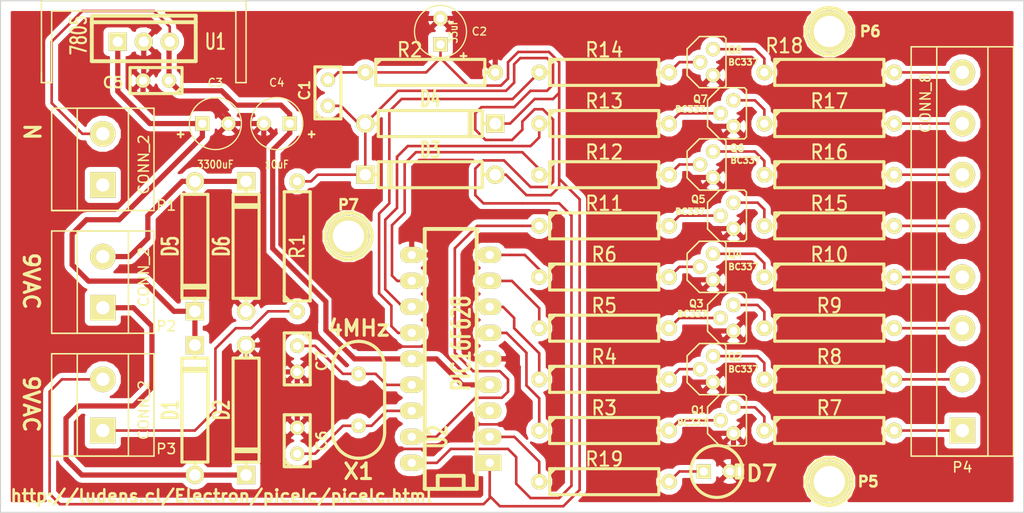
<source format=kicad_pcb>
(kicad_pcb (version 3) (host pcbnew "(2013-05-16 BZR 4016)-stable")

  (general
    (links 81)
    (no_connects 0)
    (area 48.949999 94.949999 149.050001 145.050001)
    (thickness 1.6)
    (drawings 10)
    (tracks 493)
    (zones 0)
    (modules 51)
    (nets 45)
  )

  (page A4)
  (title_block 
    (title ELC)
    (rev 1)
  )

  (layers
    (15 F.Cu signal)
    (0 B.Cu signal)
    (16 B.Adhes user)
    (17 F.Adhes user)
    (18 B.Paste user)
    (19 F.Paste user)
    (20 B.SilkS user)
    (21 F.SilkS user)
    (22 B.Mask user)
    (23 F.Mask user)
    (24 Dwgs.User user)
    (25 Cmts.User user)
    (26 Eco1.User user)
    (27 Eco2.User user)
    (28 Edge.Cuts user)
  )

  (setup
    (last_trace_width 0.508)
    (user_trace_width 0.508)
    (trace_clearance 0.254)
    (zone_clearance 0.508)
    (zone_45_only no)
    (trace_min 0.254)
    (segment_width 0.2)
    (edge_width 0.1)
    (via_size 0.889)
    (via_drill 0.635)
    (via_min_size 0.889)
    (via_min_drill 0.508)
    (uvia_size 0.508)
    (uvia_drill 0.127)
    (uvias_allowed no)
    (uvia_min_size 0.508)
    (uvia_min_drill 0.127)
    (pcb_text_width 0.3)
    (pcb_text_size 1.5 1.5)
    (mod_edge_width 0.15)
    (mod_text_size 1 1)
    (mod_text_width 0.15)
    (pad_size 1.778 1.778)
    (pad_drill 1)
    (pad_to_mask_clearance 0)
    (aux_axis_origin 49 145)
    (visible_elements 7FFFFFFF)
    (pcbplotparams
      (layerselection 3178497)
      (usegerberextensions true)
      (excludeedgelayer true)
      (linewidth 0.150000)
      (plotframeref false)
      (viasonmask false)
      (mode 1)
      (useauxorigin false)
      (hpglpennumber 1)
      (hpglpenspeed 20)
      (hpglpendiameter 15)
      (hpglpenoverlay 2)
      (psnegative false)
      (psa4output false)
      (plotreference true)
      (plotvalue true)
      (plotothertext true)
      (plotinvisibletext false)
      (padsonsilk false)
      (subtractmaskfromsilk false)
      (outputformat 1)
      (mirror false)
      (drillshape 1)
      (scaleselection 1)
      (outputdirectory ""))
  )

  (net 0 "")
  (net 1 /COMP1)
  (net 2 /COMP2)
  (net 3 /DRV1)
  (net 4 /DRV2)
  (net 5 /DRV3)
  (net 6 /DRV4)
  (net 7 /DRV5)
  (net 8 /DRV6)
  (net 9 /DRV7)
  (net 10 /DRV8)
  (net 11 /GATE1)
  (net 12 /GATE2)
  (net 13 /GATE3)
  (net 14 /GATE4)
  (net 15 /GATE5)
  (net 16 /GATE6)
  (net 17 /GATE7)
  (net 18 /GATE8)
  (net 19 GND)
  (net 20 N-000001)
  (net 21 N-0000010)
  (net 22 N-0000013)
  (net 23 N-0000015)
  (net 24 N-0000016)
  (net 25 N-0000019)
  (net 26 N-0000020)
  (net 27 N-0000023)
  (net 28 N-000003)
  (net 29 N-0000033)
  (net 30 N-0000034)
  (net 31 N-0000035)
  (net 32 N-0000036)
  (net 33 N-0000038)
  (net 34 N-0000040)
  (net 35 N-0000041)
  (net 36 N-0000042)
  (net 37 N-0000043)
  (net 38 N-0000046)
  (net 39 N-0000047)
  (net 40 N-0000048)
  (net 41 N-0000049)
  (net 42 N-000007)
  (net 43 N-000008)
  (net 44 N-000009)

  (net_class Default "This is the default net class."
    (clearance 0.254)
    (trace_width 0.254)
    (via_dia 0.889)
    (via_drill 0.635)
    (uvia_dia 0.508)
    (uvia_drill 0.127)
    (add_net "")
    (add_net /COMP1)
    (add_net /COMP2)
    (add_net /DRV1)
    (add_net /DRV2)
    (add_net /DRV3)
    (add_net /DRV4)
    (add_net /DRV5)
    (add_net /DRV6)
    (add_net /DRV7)
    (add_net /DRV8)
    (add_net /GATE1)
    (add_net /GATE2)
    (add_net /GATE3)
    (add_net /GATE4)
    (add_net /GATE5)
    (add_net /GATE6)
    (add_net /GATE7)
    (add_net /GATE8)
    (add_net GND)
    (add_net N-000001)
    (add_net N-0000010)
    (add_net N-0000013)
    (add_net N-0000015)
    (add_net N-0000016)
    (add_net N-0000019)
    (add_net N-0000020)
    (add_net N-0000023)
    (add_net N-000003)
    (add_net N-0000033)
    (add_net N-0000034)
    (add_net N-0000035)
    (add_net N-0000036)
    (add_net N-0000038)
    (add_net N-0000040)
    (add_net N-0000041)
    (add_net N-0000042)
    (add_net N-0000043)
    (add_net N-0000046)
    (add_net N-0000047)
    (add_net N-0000048)
    (add_net N-0000049)
    (add_net N-000007)
    (add_net N-000008)
    (add_net N-000009)
  )

  (net_class PWR ""
    (clearance 0.508)
    (trace_width 0.254)
    (via_dia 0.889)
    (via_drill 0.635)
    (uvia_dia 0.508)
    (uvia_drill 0.127)
  )

  (module TO92PN (layer F.Cu) (tedit 52C591D7) (tstamp 52C576B5)
    (at 120 126 270)
    (path /52C56721)
    (fp_text reference Q3 (at -1.4 3 360) (layer F.SilkS)
      (effects (font (size 0.7 0.7) (thickness 0.15)))
    )
    (fp_text value BC337 (at -0.4 3.4 360) (layer F.SilkS)
      (effects (font (size 0.6 0.6) (thickness 0.15)))
    )
    (fp_line (start 1.3 1.9) (end -1.3 1.9) (layer F.SilkS) (width 0.15))
    (fp_line (start -2.5 -1.7) (end -2.3 -1.9) (layer F.SilkS) (width 0.15))
    (fp_line (start -2.3 -1.9) (end 2.3 -1.9) (layer F.SilkS) (width 0.15))
    (fp_line (start 2.3 -1.9) (end 2.5 -1.7) (layer F.SilkS) (width 0.15))
    (fp_line (start 2.5 -1.7) (end 2.5 0.7) (layer F.SilkS) (width 0.15))
    (fp_line (start 2.5 0.7) (end 1.3 1.9) (layer F.SilkS) (width 0.15))
    (fp_line (start -1.3 1.9) (end -2.5 0.7) (layer F.SilkS) (width 0.15))
    (fp_line (start -2.5 0.7) (end -2.5 -1.7) (layer F.SilkS) (width 0.15))
    (pad 1 thru_hole circle (at 1.27 -0.635 270) (size 1.4 1.4) (drill 0.8)
      (layers *.Cu *.Mask F.SilkS)
      (net 19 GND)
    )
    (pad 2 thru_hole circle (at 0 0.635 270) (size 1.4 1.4) (drill 0.8)
      (layers *.Cu *.Mask F.SilkS)
      (net 42 N-000007)
    )
    (pad 3 thru_hole circle (at -1.27 -0.635 270) (size 1.4 1.4) (drill 0.8)
      (layers *.Cu *.Mask F.SilkS)
      (net 43 N-000008)
    )
    (model to-xxx-packages/to92.wrl
      (at (xyz 0 0 0))
      (scale (xyz 1 1 1))
      (rotate (xyz 0 0 0))
    )
  )

  (module TO92PN (layer F.Cu) (tedit 52C591F5) (tstamp 52C576C4)
    (at 118 101 270)
    (path /52C567C1)
    (fp_text reference Q8 (at -1.2 -2.8 360) (layer F.SilkS)
      (effects (font (size 0.7 0.7) (thickness 0.15)))
    )
    (fp_text value BC337 (at 0 -3.6 360) (layer F.SilkS)
      (effects (font (size 0.6 0.6) (thickness 0.15)))
    )
    (fp_line (start 1.3 1.9) (end -1.3 1.9) (layer F.SilkS) (width 0.15))
    (fp_line (start -2.5 -1.7) (end -2.3 -1.9) (layer F.SilkS) (width 0.15))
    (fp_line (start -2.3 -1.9) (end 2.3 -1.9) (layer F.SilkS) (width 0.15))
    (fp_line (start 2.3 -1.9) (end 2.5 -1.7) (layer F.SilkS) (width 0.15))
    (fp_line (start 2.5 -1.7) (end 2.5 0.7) (layer F.SilkS) (width 0.15))
    (fp_line (start 2.5 0.7) (end 1.3 1.9) (layer F.SilkS) (width 0.15))
    (fp_line (start -1.3 1.9) (end -2.5 0.7) (layer F.SilkS) (width 0.15))
    (fp_line (start -2.5 0.7) (end -2.5 -1.7) (layer F.SilkS) (width 0.15))
    (pad 1 thru_hole circle (at 1.27 -0.635 270) (size 1.4 1.4) (drill 0.8)
      (layers *.Cu *.Mask F.SilkS)
      (net 19 GND)
    )
    (pad 2 thru_hole circle (at 0 0.635 270) (size 1.4 1.4) (drill 0.8)
      (layers *.Cu *.Mask F.SilkS)
      (net 32 N-0000036)
    )
    (pad 3 thru_hole circle (at -1.27 -0.635 270) (size 1.4 1.4) (drill 0.8)
      (layers *.Cu *.Mask F.SilkS)
      (net 31 N-0000035)
    )
    (model to-xxx-packages/to92.wrl
      (at (xyz 0 0 0))
      (scale (xyz 1 1 1))
      (rotate (xyz 0 0 0))
    )
  )

  (module TO92PN (layer F.Cu) (tedit 52C591E4) (tstamp 52C576D3)
    (at 120 116 270)
    (path /52C56761)
    (fp_text reference Q5 (at -1.6 2.8 360) (layer F.SilkS)
      (effects (font (size 0.7 0.7) (thickness 0.15)))
    )
    (fp_text value BC337 (at -0.4 3.6 360) (layer F.SilkS)
      (effects (font (size 0.6 0.6) (thickness 0.15)))
    )
    (fp_line (start 1.3 1.9) (end -1.3 1.9) (layer F.SilkS) (width 0.15))
    (fp_line (start -2.5 -1.7) (end -2.3 -1.9) (layer F.SilkS) (width 0.15))
    (fp_line (start -2.3 -1.9) (end 2.3 -1.9) (layer F.SilkS) (width 0.15))
    (fp_line (start 2.3 -1.9) (end 2.5 -1.7) (layer F.SilkS) (width 0.15))
    (fp_line (start 2.5 -1.7) (end 2.5 0.7) (layer F.SilkS) (width 0.15))
    (fp_line (start 2.5 0.7) (end 1.3 1.9) (layer F.SilkS) (width 0.15))
    (fp_line (start -1.3 1.9) (end -2.5 0.7) (layer F.SilkS) (width 0.15))
    (fp_line (start -2.5 0.7) (end -2.5 -1.7) (layer F.SilkS) (width 0.15))
    (pad 1 thru_hole circle (at 1.27 -0.635 270) (size 1.4 1.4) (drill 0.8)
      (layers *.Cu *.Mask F.SilkS)
      (net 19 GND)
    )
    (pad 2 thru_hole circle (at 0 0.635 270) (size 1.4 1.4) (drill 0.8)
      (layers *.Cu *.Mask F.SilkS)
      (net 22 N-0000013)
    )
    (pad 3 thru_hole circle (at -1.27 -0.635 270) (size 1.4 1.4) (drill 0.8)
      (layers *.Cu *.Mask F.SilkS)
      (net 44 N-000009)
    )
    (model to-xxx-packages/to92.wrl
      (at (xyz 0 0 0))
      (scale (xyz 1 1 1))
      (rotate (xyz 0 0 0))
    )
  )

  (module TO92PN (layer F.Cu) (tedit 52C591F0) (tstamp 52C576E2)
    (at 120 106 270)
    (path /52C567A1)
    (fp_text reference Q7 (at -1.4 2.6 360) (layer F.SilkS)
      (effects (font (size 0.7 0.7) (thickness 0.15)))
    )
    (fp_text value BC337 (at -0.4 3.6 360) (layer F.SilkS)
      (effects (font (size 0.6 0.6) (thickness 0.15)))
    )
    (fp_line (start 1.3 1.9) (end -1.3 1.9) (layer F.SilkS) (width 0.15))
    (fp_line (start -2.5 -1.7) (end -2.3 -1.9) (layer F.SilkS) (width 0.15))
    (fp_line (start -2.3 -1.9) (end 2.3 -1.9) (layer F.SilkS) (width 0.15))
    (fp_line (start 2.3 -1.9) (end 2.5 -1.7) (layer F.SilkS) (width 0.15))
    (fp_line (start 2.5 -1.7) (end 2.5 0.7) (layer F.SilkS) (width 0.15))
    (fp_line (start 2.5 0.7) (end 1.3 1.9) (layer F.SilkS) (width 0.15))
    (fp_line (start -1.3 1.9) (end -2.5 0.7) (layer F.SilkS) (width 0.15))
    (fp_line (start -2.5 0.7) (end -2.5 -1.7) (layer F.SilkS) (width 0.15))
    (pad 1 thru_hole circle (at 1.27 -0.635 270) (size 1.4 1.4) (drill 0.8)
      (layers *.Cu *.Mask F.SilkS)
      (net 19 GND)
    )
    (pad 2 thru_hole circle (at 0 0.635 270) (size 1.4 1.4) (drill 0.8)
      (layers *.Cu *.Mask F.SilkS)
      (net 30 N-0000034)
    )
    (pad 3 thru_hole circle (at -1.27 -0.635 270) (size 1.4 1.4) (drill 0.8)
      (layers *.Cu *.Mask F.SilkS)
      (net 29 N-0000033)
    )
    (model to-xxx-packages/to92.wrl
      (at (xyz 0 0 0))
      (scale (xyz 1 1 1))
      (rotate (xyz 0 0 0))
    )
  )

  (module TO92PN (layer F.Cu) (tedit 52C591C9) (tstamp 52C576F1)
    (at 118 131 270)
    (path /52C56701)
    (fp_text reference Q2 (at -1.2 -2.8 360) (layer F.SilkS)
      (effects (font (size 0.7 0.7) (thickness 0.15)))
    )
    (fp_text value BC337 (at 0 -3.6 360) (layer F.SilkS)
      (effects (font (size 0.6 0.6) (thickness 0.15)))
    )
    (fp_line (start 1.3 1.9) (end -1.3 1.9) (layer F.SilkS) (width 0.15))
    (fp_line (start -2.5 -1.7) (end -2.3 -1.9) (layer F.SilkS) (width 0.15))
    (fp_line (start -2.3 -1.9) (end 2.3 -1.9) (layer F.SilkS) (width 0.15))
    (fp_line (start 2.3 -1.9) (end 2.5 -1.7) (layer F.SilkS) (width 0.15))
    (fp_line (start 2.5 -1.7) (end 2.5 0.7) (layer F.SilkS) (width 0.15))
    (fp_line (start 2.5 0.7) (end 1.3 1.9) (layer F.SilkS) (width 0.15))
    (fp_line (start -1.3 1.9) (end -2.5 0.7) (layer F.SilkS) (width 0.15))
    (fp_line (start -2.5 0.7) (end -2.5 -1.7) (layer F.SilkS) (width 0.15))
    (pad 1 thru_hole circle (at 1.27 -0.635 270) (size 1.4 1.4) (drill 0.8)
      (layers *.Cu *.Mask F.SilkS)
      (net 19 GND)
    )
    (pad 2 thru_hole circle (at 0 0.635 270) (size 1.4 1.4) (drill 0.8)
      (layers *.Cu *.Mask F.SilkS)
      (net 24 N-0000016)
    )
    (pad 3 thru_hole circle (at -1.27 -0.635 270) (size 1.4 1.4) (drill 0.8)
      (layers *.Cu *.Mask F.SilkS)
      (net 26 N-0000020)
    )
    (model to-xxx-packages/to92.wrl
      (at (xyz 0 0 0))
      (scale (xyz 1 1 1))
      (rotate (xyz 0 0 0))
    )
  )

  (module TO92PN (layer F.Cu) (tedit 52C591DD) (tstamp 52C57700)
    (at 118 121 270)
    (path /52C56741)
    (fp_text reference Q4 (at -1.2 -2.8 360) (layer F.SilkS)
      (effects (font (size 0.7 0.7) (thickness 0.15)))
    )
    (fp_text value BC337 (at 0 -3.6 360) (layer F.SilkS)
      (effects (font (size 0.6 0.6) (thickness 0.15)))
    )
    (fp_line (start 1.3 1.9) (end -1.3 1.9) (layer F.SilkS) (width 0.15))
    (fp_line (start -2.5 -1.7) (end -2.3 -1.9) (layer F.SilkS) (width 0.15))
    (fp_line (start -2.3 -1.9) (end 2.3 -1.9) (layer F.SilkS) (width 0.15))
    (fp_line (start 2.3 -1.9) (end 2.5 -1.7) (layer F.SilkS) (width 0.15))
    (fp_line (start 2.5 -1.7) (end 2.5 0.7) (layer F.SilkS) (width 0.15))
    (fp_line (start 2.5 0.7) (end 1.3 1.9) (layer F.SilkS) (width 0.15))
    (fp_line (start -1.3 1.9) (end -2.5 0.7) (layer F.SilkS) (width 0.15))
    (fp_line (start -2.5 0.7) (end -2.5 -1.7) (layer F.SilkS) (width 0.15))
    (pad 1 thru_hole circle (at 1.27 -0.635 270) (size 1.4 1.4) (drill 0.8)
      (layers *.Cu *.Mask F.SilkS)
      (net 19 GND)
    )
    (pad 2 thru_hole circle (at 0 0.635 270) (size 1.4 1.4) (drill 0.8)
      (layers *.Cu *.Mask F.SilkS)
      (net 20 N-000001)
    )
    (pad 3 thru_hole circle (at -1.27 -0.635 270) (size 1.4 1.4) (drill 0.8)
      (layers *.Cu *.Mask F.SilkS)
      (net 28 N-000003)
    )
    (model to-xxx-packages/to92.wrl
      (at (xyz 0 0 0))
      (scale (xyz 1 1 1))
      (rotate (xyz 0 0 0))
    )
  )

  (module TO92PN (layer F.Cu) (tedit 52C591EB) (tstamp 52C5770F)
    (at 118 111 270)
    (path /52C56781)
    (fp_text reference Q6 (at -1.6 -3 360) (layer F.SilkS)
      (effects (font (size 0.7 0.7) (thickness 0.15)))
    )
    (fp_text value BC337 (at -0.4 -3.8 360) (layer F.SilkS)
      (effects (font (size 0.6 0.6) (thickness 0.15)))
    )
    (fp_line (start 1.3 1.9) (end -1.3 1.9) (layer F.SilkS) (width 0.15))
    (fp_line (start -2.5 -1.7) (end -2.3 -1.9) (layer F.SilkS) (width 0.15))
    (fp_line (start -2.3 -1.9) (end 2.3 -1.9) (layer F.SilkS) (width 0.15))
    (fp_line (start 2.3 -1.9) (end 2.5 -1.7) (layer F.SilkS) (width 0.15))
    (fp_line (start 2.5 -1.7) (end 2.5 0.7) (layer F.SilkS) (width 0.15))
    (fp_line (start 2.5 0.7) (end 1.3 1.9) (layer F.SilkS) (width 0.15))
    (fp_line (start -1.3 1.9) (end -2.5 0.7) (layer F.SilkS) (width 0.15))
    (fp_line (start -2.5 0.7) (end -2.5 -1.7) (layer F.SilkS) (width 0.15))
    (pad 1 thru_hole circle (at 1.27 -0.635 270) (size 1.4 1.4) (drill 0.8)
      (layers *.Cu *.Mask F.SilkS)
      (net 19 GND)
    )
    (pad 2 thru_hole circle (at 0 0.635 270) (size 1.4 1.4) (drill 0.8)
      (layers *.Cu *.Mask F.SilkS)
      (net 21 N-0000010)
    )
    (pad 3 thru_hole circle (at -1.27 -0.635 270) (size 1.4 1.4) (drill 0.8)
      (layers *.Cu *.Mask F.SilkS)
      (net 27 N-0000023)
    )
    (model to-xxx-packages/to92.wrl
      (at (xyz 0 0 0))
      (scale (xyz 1 1 1))
      (rotate (xyz 0 0 0))
    )
  )

  (module TO92PN (layer F.Cu) (tedit 52C591CE) (tstamp 52C5771E)
    (at 120 136 270)
    (path /52C5648F)
    (fp_text reference Q1 (at -1 2.8 360) (layer F.SilkS)
      (effects (font (size 0.7 0.7) (thickness 0.15)))
    )
    (fp_text value BC337 (at 0.2 3.4 360) (layer F.SilkS)
      (effects (font (size 0.6 0.6) (thickness 0.15)))
    )
    (fp_line (start 1.3 1.9) (end -1.3 1.9) (layer F.SilkS) (width 0.15))
    (fp_line (start -2.5 -1.7) (end -2.3 -1.9) (layer F.SilkS) (width 0.15))
    (fp_line (start -2.3 -1.9) (end 2.3 -1.9) (layer F.SilkS) (width 0.15))
    (fp_line (start 2.3 -1.9) (end 2.5 -1.7) (layer F.SilkS) (width 0.15))
    (fp_line (start 2.5 -1.7) (end 2.5 0.7) (layer F.SilkS) (width 0.15))
    (fp_line (start 2.5 0.7) (end 1.3 1.9) (layer F.SilkS) (width 0.15))
    (fp_line (start -1.3 1.9) (end -2.5 0.7) (layer F.SilkS) (width 0.15))
    (fp_line (start -2.5 0.7) (end -2.5 -1.7) (layer F.SilkS) (width 0.15))
    (pad 1 thru_hole circle (at 1.27 -0.635 270) (size 1.4 1.4) (drill 0.8)
      (layers *.Cu *.Mask F.SilkS)
      (net 19 GND)
    )
    (pad 2 thru_hole circle (at 0 0.635 270) (size 1.4 1.4) (drill 0.8)
      (layers *.Cu *.Mask F.SilkS)
      (net 25 N-0000019)
    )
    (pad 3 thru_hole circle (at -1.27 -0.635 270) (size 1.4 1.4) (drill 0.8)
      (layers *.Cu *.Mask F.SilkS)
      (net 23 N-0000015)
    )
    (model to-xxx-packages/to92.wrl
      (at (xyz 0 0 0))
      (scale (xyz 1 1 1))
      (rotate (xyz 0 0 0))
    )
  )

  (module R5 (layer F.Cu) (tedit 52C59212) (tstamp 52C57739)
    (at 130 137)
    (descr "Resistance 5 pas")
    (tags R)
    (path /52C564AD)
    (autoplace_cost180 10)
    (fp_text reference R7 (at 0 -2.2) (layer F.SilkS)
      (effects (font (size 1.397 1.27) (thickness 0.2032)))
    )
    (fp_text value 47R (at 0 0) (layer F.SilkS) hide
      (effects (font (size 1.397 1.27) (thickness 0.2032)))
    )
    (fp_line (start -6.35 0) (end -5.334 0) (layer F.SilkS) (width 0.3048))
    (fp_line (start 6.35 0) (end 5.334 0) (layer F.SilkS) (width 0.3048))
    (fp_line (start 5.334 -1.27) (end 5.334 1.27) (layer F.SilkS) (width 0.3048))
    (fp_line (start 5.334 1.27) (end -5.334 1.27) (layer F.SilkS) (width 0.3048))
    (fp_line (start -5.334 1.27) (end -5.334 -1.27) (layer F.SilkS) (width 0.3048))
    (fp_line (start -5.334 -1.27) (end 5.334 -1.27) (layer F.SilkS) (width 0.3048))
    (fp_line (start -5.334 -0.762) (end -4.826 -1.27) (layer F.SilkS) (width 0.3048))
    (pad 1 thru_hole circle (at -6.35 0) (size 1.524 1.524) (drill 0.8128)
      (layers *.Cu *.Mask F.SilkS)
      (net 23 N-0000015)
    )
    (pad 2 thru_hole circle (at 6.35 0) (size 1.524 1.524) (drill 0.8128)
      (layers *.Cu *.Mask F.SilkS)
      (net 11 /GATE1)
    )
    (model discret/resistor.wrl
      (at (xyz 0 0 0))
      (scale (xyz 0.5 0.5 0.5))
      (rotate (xyz 0 0 0))
    )
  )

  (module R5 (layer F.Cu) (tedit 52C591B7) (tstamp 52C57746)
    (at 108 142)
    (descr "Resistance 5 pas")
    (tags R)
    (path /52C559A8)
    (autoplace_cost180 10)
    (fp_text reference R19 (at 0 -2.2) (layer F.SilkS)
      (effects (font (size 1.397 1.27) (thickness 0.2032)))
    )
    (fp_text value 330R (at 0 0) (layer F.SilkS) hide
      (effects (font (size 1.397 1.27) (thickness 0.2032)))
    )
    (fp_line (start -6.35 0) (end -5.334 0) (layer F.SilkS) (width 0.3048))
    (fp_line (start 6.35 0) (end 5.334 0) (layer F.SilkS) (width 0.3048))
    (fp_line (start 5.334 -1.27) (end 5.334 1.27) (layer F.SilkS) (width 0.3048))
    (fp_line (start 5.334 1.27) (end -5.334 1.27) (layer F.SilkS) (width 0.3048))
    (fp_line (start -5.334 1.27) (end -5.334 -1.27) (layer F.SilkS) (width 0.3048))
    (fp_line (start -5.334 -1.27) (end 5.334 -1.27) (layer F.SilkS) (width 0.3048))
    (fp_line (start -5.334 -0.762) (end -4.826 -1.27) (layer F.SilkS) (width 0.3048))
    (pad 1 thru_hole circle (at -6.35 0) (size 1.524 1.524) (drill 0.8128)
      (layers *.Cu *.Mask F.SilkS)
      (net 34 N-0000040)
    )
    (pad 2 thru_hole circle (at 6.35 0) (size 1.524 1.524) (drill 0.8128)
      (layers *.Cu *.Mask F.SilkS)
      (net 41 N-0000049)
    )
    (model discret/resistor.wrl
      (at (xyz 0 0 0))
      (scale (xyz 0.5 0.5 0.5))
      (rotate (xyz 0 0 0))
    )
  )

  (module R5 (layer F.Cu) (tedit 52C591A8) (tstamp 52C57753)
    (at 108 122)
    (descr "Resistance 5 pas")
    (tags R)
    (path /52C56747)
    (autoplace_cost180 10)
    (fp_text reference R6 (at 0 -2.2) (layer F.SilkS)
      (effects (font (size 1.397 1.27) (thickness 0.2032)))
    )
    (fp_text value 2k2 (at 0 0) (layer F.SilkS) hide
      (effects (font (size 1.397 1.27) (thickness 0.2032)))
    )
    (fp_line (start -6.35 0) (end -5.334 0) (layer F.SilkS) (width 0.3048))
    (fp_line (start 6.35 0) (end 5.334 0) (layer F.SilkS) (width 0.3048))
    (fp_line (start 5.334 -1.27) (end 5.334 1.27) (layer F.SilkS) (width 0.3048))
    (fp_line (start 5.334 1.27) (end -5.334 1.27) (layer F.SilkS) (width 0.3048))
    (fp_line (start -5.334 1.27) (end -5.334 -1.27) (layer F.SilkS) (width 0.3048))
    (fp_line (start -5.334 -1.27) (end 5.334 -1.27) (layer F.SilkS) (width 0.3048))
    (fp_line (start -5.334 -0.762) (end -4.826 -1.27) (layer F.SilkS) (width 0.3048))
    (pad 1 thru_hole circle (at -6.35 0) (size 1.524 1.524) (drill 0.8128)
      (layers *.Cu *.Mask F.SilkS)
      (net 6 /DRV4)
    )
    (pad 2 thru_hole circle (at 6.35 0) (size 1.524 1.524) (drill 0.8128)
      (layers *.Cu *.Mask F.SilkS)
      (net 20 N-000001)
    )
    (model discret/resistor.wrl
      (at (xyz 0 0 0))
      (scale (xyz 0.5 0.5 0.5))
      (rotate (xyz 0 0 0))
    )
  )

  (module R5 (layer F.Cu) (tedit 52C59177) (tstamp 52C57760)
    (at 91 102)
    (descr "Resistance 5 pas")
    (tags R)
    (path /52C55BC1)
    (autoplace_cost180 10)
    (fp_text reference R2 (at -2 -2.2) (layer F.SilkS)
      (effects (font (size 1.397 1.27) (thickness 0.2032)))
    )
    (fp_text value 2k2 (at 0 0) (layer F.SilkS) hide
      (effects (font (size 1.397 1.27) (thickness 0.2032)))
    )
    (fp_line (start -6.35 0) (end -5.334 0) (layer F.SilkS) (width 0.3048))
    (fp_line (start 6.35 0) (end 5.334 0) (layer F.SilkS) (width 0.3048))
    (fp_line (start 5.334 -1.27) (end 5.334 1.27) (layer F.SilkS) (width 0.3048))
    (fp_line (start 5.334 1.27) (end -5.334 1.27) (layer F.SilkS) (width 0.3048))
    (fp_line (start -5.334 1.27) (end -5.334 -1.27) (layer F.SilkS) (width 0.3048))
    (fp_line (start -5.334 -1.27) (end 5.334 -1.27) (layer F.SilkS) (width 0.3048))
    (fp_line (start -5.334 -0.762) (end -4.826 -1.27) (layer F.SilkS) (width 0.3048))
    (pad 1 thru_hole circle (at -6.35 0) (size 1.524 1.524) (drill 0.8128)
      (layers *.Cu *.Mask F.SilkS)
      (net 2 /COMP2)
    )
    (pad 2 thru_hole circle (at 6.35 0) (size 1.524 1.524) (drill 0.8128)
      (layers *.Cu *.Mask F.SilkS)
      (net 19 GND)
    )
    (model discret/resistor.wrl
      (at (xyz 0 0 0))
      (scale (xyz 0.5 0.5 0.5))
      (rotate (xyz 0 0 0))
    )
  )

  (module R5 (layer F.Cu) (tedit 52C591B3) (tstamp 52C5776D)
    (at 108 137)
    (descr "Resistance 5 pas")
    (tags R)
    (path /52C5649E)
    (autoplace_cost180 10)
    (fp_text reference R3 (at 0 -2.2) (layer F.SilkS)
      (effects (font (size 1.397 1.27) (thickness 0.2032)))
    )
    (fp_text value 2k2 (at 0 0) (layer F.SilkS) hide
      (effects (font (size 1.397 1.27) (thickness 0.2032)))
    )
    (fp_line (start -6.35 0) (end -5.334 0) (layer F.SilkS) (width 0.3048))
    (fp_line (start 6.35 0) (end 5.334 0) (layer F.SilkS) (width 0.3048))
    (fp_line (start 5.334 -1.27) (end 5.334 1.27) (layer F.SilkS) (width 0.3048))
    (fp_line (start 5.334 1.27) (end -5.334 1.27) (layer F.SilkS) (width 0.3048))
    (fp_line (start -5.334 1.27) (end -5.334 -1.27) (layer F.SilkS) (width 0.3048))
    (fp_line (start -5.334 -1.27) (end 5.334 -1.27) (layer F.SilkS) (width 0.3048))
    (fp_line (start -5.334 -0.762) (end -4.826 -1.27) (layer F.SilkS) (width 0.3048))
    (pad 1 thru_hole circle (at -6.35 0) (size 1.524 1.524) (drill 0.8128)
      (layers *.Cu *.Mask F.SilkS)
      (net 3 /DRV1)
    )
    (pad 2 thru_hole circle (at 6.35 0) (size 1.524 1.524) (drill 0.8128)
      (layers *.Cu *.Mask F.SilkS)
      (net 25 N-0000019)
    )
    (model discret/resistor.wrl
      (at (xyz 0 0 0))
      (scale (xyz 0.5 0.5 0.5))
      (rotate (xyz 0 0 0))
    )
  )

  (module R5 (layer F.Cu) (tedit 52C5920D) (tstamp 52C5777A)
    (at 130 127)
    (descr "Resistance 5 pas")
    (tags R)
    (path /52C5672D)
    (autoplace_cost180 10)
    (fp_text reference R9 (at 0 -2.2) (layer F.SilkS)
      (effects (font (size 1.397 1.27) (thickness 0.2032)))
    )
    (fp_text value 47R (at 0 0) (layer F.SilkS) hide
      (effects (font (size 1.397 1.27) (thickness 0.2032)))
    )
    (fp_line (start -6.35 0) (end -5.334 0) (layer F.SilkS) (width 0.3048))
    (fp_line (start 6.35 0) (end 5.334 0) (layer F.SilkS) (width 0.3048))
    (fp_line (start 5.334 -1.27) (end 5.334 1.27) (layer F.SilkS) (width 0.3048))
    (fp_line (start 5.334 1.27) (end -5.334 1.27) (layer F.SilkS) (width 0.3048))
    (fp_line (start -5.334 1.27) (end -5.334 -1.27) (layer F.SilkS) (width 0.3048))
    (fp_line (start -5.334 -1.27) (end 5.334 -1.27) (layer F.SilkS) (width 0.3048))
    (fp_line (start -5.334 -0.762) (end -4.826 -1.27) (layer F.SilkS) (width 0.3048))
    (pad 1 thru_hole circle (at -6.35 0) (size 1.524 1.524) (drill 0.8128)
      (layers *.Cu *.Mask F.SilkS)
      (net 43 N-000008)
    )
    (pad 2 thru_hole circle (at 6.35 0) (size 1.524 1.524) (drill 0.8128)
      (layers *.Cu *.Mask F.SilkS)
      (net 13 /GATE3)
    )
    (model discret/resistor.wrl
      (at (xyz 0 0 0))
      (scale (xyz 0.5 0.5 0.5))
      (rotate (xyz 0 0 0))
    )
  )

  (module R5 (layer F.Cu) (tedit 52C591B0) (tstamp 52C57787)
    (at 108 132)
    (descr "Resistance 5 pas")
    (tags R)
    (path /52C56707)
    (autoplace_cost180 10)
    (fp_text reference R4 (at 0 -2.2) (layer F.SilkS)
      (effects (font (size 1.397 1.27) (thickness 0.2032)))
    )
    (fp_text value 2k2 (at 0 0) (layer F.SilkS) hide
      (effects (font (size 1.397 1.27) (thickness 0.2032)))
    )
    (fp_line (start -6.35 0) (end -5.334 0) (layer F.SilkS) (width 0.3048))
    (fp_line (start 6.35 0) (end 5.334 0) (layer F.SilkS) (width 0.3048))
    (fp_line (start 5.334 -1.27) (end 5.334 1.27) (layer F.SilkS) (width 0.3048))
    (fp_line (start 5.334 1.27) (end -5.334 1.27) (layer F.SilkS) (width 0.3048))
    (fp_line (start -5.334 1.27) (end -5.334 -1.27) (layer F.SilkS) (width 0.3048))
    (fp_line (start -5.334 -1.27) (end 5.334 -1.27) (layer F.SilkS) (width 0.3048))
    (fp_line (start -5.334 -0.762) (end -4.826 -1.27) (layer F.SilkS) (width 0.3048))
    (pad 1 thru_hole circle (at -6.35 0) (size 1.524 1.524) (drill 0.8128)
      (layers *.Cu *.Mask F.SilkS)
      (net 4 /DRV2)
    )
    (pad 2 thru_hole circle (at 6.35 0) (size 1.524 1.524) (drill 0.8128)
      (layers *.Cu *.Mask F.SilkS)
      (net 24 N-0000016)
    )
    (model discret/resistor.wrl
      (at (xyz 0 0 0))
      (scale (xyz 0.5 0.5 0.5))
      (rotate (xyz 0 0 0))
    )
  )

  (module R5 (layer F.Cu) (tedit 52C59210) (tstamp 52C57794)
    (at 130 132)
    (descr "Resistance 5 pas")
    (tags R)
    (path /52C5670D)
    (autoplace_cost180 10)
    (fp_text reference R8 (at 0 -2.2) (layer F.SilkS)
      (effects (font (size 1.397 1.27) (thickness 0.2032)))
    )
    (fp_text value 47R (at 0 0) (layer F.SilkS) hide
      (effects (font (size 1.397 1.27) (thickness 0.2032)))
    )
    (fp_line (start -6.35 0) (end -5.334 0) (layer F.SilkS) (width 0.3048))
    (fp_line (start 6.35 0) (end 5.334 0) (layer F.SilkS) (width 0.3048))
    (fp_line (start 5.334 -1.27) (end 5.334 1.27) (layer F.SilkS) (width 0.3048))
    (fp_line (start 5.334 1.27) (end -5.334 1.27) (layer F.SilkS) (width 0.3048))
    (fp_line (start -5.334 1.27) (end -5.334 -1.27) (layer F.SilkS) (width 0.3048))
    (fp_line (start -5.334 -1.27) (end 5.334 -1.27) (layer F.SilkS) (width 0.3048))
    (fp_line (start -5.334 -0.762) (end -4.826 -1.27) (layer F.SilkS) (width 0.3048))
    (pad 1 thru_hole circle (at -6.35 0) (size 1.524 1.524) (drill 0.8128)
      (layers *.Cu *.Mask F.SilkS)
      (net 26 N-0000020)
    )
    (pad 2 thru_hole circle (at 6.35 0) (size 1.524 1.524) (drill 0.8128)
      (layers *.Cu *.Mask F.SilkS)
      (net 12 /GATE2)
    )
    (model discret/resistor.wrl
      (at (xyz 0 0 0))
      (scale (xyz 0.5 0.5 0.5))
      (rotate (xyz 0 0 0))
    )
  )

  (module R5 (layer F.Cu) (tedit 52C591AB) (tstamp 52C577A1)
    (at 108 127)
    (descr "Resistance 5 pas")
    (tags R)
    (path /52C56727)
    (autoplace_cost180 10)
    (fp_text reference R5 (at 0 -2.2) (layer F.SilkS)
      (effects (font (size 1.397 1.27) (thickness 0.2032)))
    )
    (fp_text value 2k2 (at 0 0) (layer F.SilkS) hide
      (effects (font (size 1.397 1.27) (thickness 0.2032)))
    )
    (fp_line (start -6.35 0) (end -5.334 0) (layer F.SilkS) (width 0.3048))
    (fp_line (start 6.35 0) (end 5.334 0) (layer F.SilkS) (width 0.3048))
    (fp_line (start 5.334 -1.27) (end 5.334 1.27) (layer F.SilkS) (width 0.3048))
    (fp_line (start 5.334 1.27) (end -5.334 1.27) (layer F.SilkS) (width 0.3048))
    (fp_line (start -5.334 1.27) (end -5.334 -1.27) (layer F.SilkS) (width 0.3048))
    (fp_line (start -5.334 -1.27) (end 5.334 -1.27) (layer F.SilkS) (width 0.3048))
    (fp_line (start -5.334 -0.762) (end -4.826 -1.27) (layer F.SilkS) (width 0.3048))
    (pad 1 thru_hole circle (at -6.35 0) (size 1.524 1.524) (drill 0.8128)
      (layers *.Cu *.Mask F.SilkS)
      (net 5 /DRV3)
    )
    (pad 2 thru_hole circle (at 6.35 0) (size 1.524 1.524) (drill 0.8128)
      (layers *.Cu *.Mask F.SilkS)
      (net 42 N-000007)
    )
    (model discret/resistor.wrl
      (at (xyz 0 0 0))
      (scale (xyz 0.5 0.5 0.5))
      (rotate (xyz 0 0 0))
    )
  )

  (module R5 (layer F.Cu) (tedit 52C5920A) (tstamp 52C577AE)
    (at 130 122)
    (descr "Resistance 5 pas")
    (tags R)
    (path /52C5674D)
    (autoplace_cost180 10)
    (fp_text reference R10 (at 0 -2.2) (layer F.SilkS)
      (effects (font (size 1.397 1.27) (thickness 0.2032)))
    )
    (fp_text value 47R (at 0 0) (layer F.SilkS) hide
      (effects (font (size 1.397 1.27) (thickness 0.2032)))
    )
    (fp_line (start -6.35 0) (end -5.334 0) (layer F.SilkS) (width 0.3048))
    (fp_line (start 6.35 0) (end 5.334 0) (layer F.SilkS) (width 0.3048))
    (fp_line (start 5.334 -1.27) (end 5.334 1.27) (layer F.SilkS) (width 0.3048))
    (fp_line (start 5.334 1.27) (end -5.334 1.27) (layer F.SilkS) (width 0.3048))
    (fp_line (start -5.334 1.27) (end -5.334 -1.27) (layer F.SilkS) (width 0.3048))
    (fp_line (start -5.334 -1.27) (end 5.334 -1.27) (layer F.SilkS) (width 0.3048))
    (fp_line (start -5.334 -0.762) (end -4.826 -1.27) (layer F.SilkS) (width 0.3048))
    (pad 1 thru_hole circle (at -6.35 0) (size 1.524 1.524) (drill 0.8128)
      (layers *.Cu *.Mask F.SilkS)
      (net 28 N-000003)
    )
    (pad 2 thru_hole circle (at 6.35 0) (size 1.524 1.524) (drill 0.8128)
      (layers *.Cu *.Mask F.SilkS)
      (net 14 /GATE4)
    )
    (model discret/resistor.wrl
      (at (xyz 0 0 0))
      (scale (xyz 0.5 0.5 0.5))
      (rotate (xyz 0 0 0))
    )
  )

  (module R5 (layer F.Cu) (tedit 52C591A5) (tstamp 52C577BB)
    (at 108 117)
    (descr "Resistance 5 pas")
    (tags R)
    (path /52C56767)
    (autoplace_cost180 10)
    (fp_text reference R11 (at 0 -2.2) (layer F.SilkS)
      (effects (font (size 1.397 1.27) (thickness 0.2032)))
    )
    (fp_text value 2k2 (at 0 0) (layer F.SilkS) hide
      (effects (font (size 1.397 1.27) (thickness 0.2032)))
    )
    (fp_line (start -6.35 0) (end -5.334 0) (layer F.SilkS) (width 0.3048))
    (fp_line (start 6.35 0) (end 5.334 0) (layer F.SilkS) (width 0.3048))
    (fp_line (start 5.334 -1.27) (end 5.334 1.27) (layer F.SilkS) (width 0.3048))
    (fp_line (start 5.334 1.27) (end -5.334 1.27) (layer F.SilkS) (width 0.3048))
    (fp_line (start -5.334 1.27) (end -5.334 -1.27) (layer F.SilkS) (width 0.3048))
    (fp_line (start -5.334 -1.27) (end 5.334 -1.27) (layer F.SilkS) (width 0.3048))
    (fp_line (start -5.334 -0.762) (end -4.826 -1.27) (layer F.SilkS) (width 0.3048))
    (pad 1 thru_hole circle (at -6.35 0) (size 1.524 1.524) (drill 0.8128)
      (layers *.Cu *.Mask F.SilkS)
      (net 7 /DRV5)
    )
    (pad 2 thru_hole circle (at 6.35 0) (size 1.524 1.524) (drill 0.8128)
      (layers *.Cu *.Mask F.SilkS)
      (net 22 N-0000013)
    )
    (model discret/resistor.wrl
      (at (xyz 0 0 0))
      (scale (xyz 0.5 0.5 0.5))
      (rotate (xyz 0 0 0))
    )
  )

  (module R5 (layer F.Cu) (tedit 52C59207) (tstamp 52C577C8)
    (at 130 117)
    (descr "Resistance 5 pas")
    (tags R)
    (path /52C5676D)
    (autoplace_cost180 10)
    (fp_text reference R15 (at 0 -2.2) (layer F.SilkS)
      (effects (font (size 1.397 1.27) (thickness 0.2032)))
    )
    (fp_text value 47R (at 0 0) (layer F.SilkS) hide
      (effects (font (size 1.397 1.27) (thickness 0.2032)))
    )
    (fp_line (start -6.35 0) (end -5.334 0) (layer F.SilkS) (width 0.3048))
    (fp_line (start 6.35 0) (end 5.334 0) (layer F.SilkS) (width 0.3048))
    (fp_line (start 5.334 -1.27) (end 5.334 1.27) (layer F.SilkS) (width 0.3048))
    (fp_line (start 5.334 1.27) (end -5.334 1.27) (layer F.SilkS) (width 0.3048))
    (fp_line (start -5.334 1.27) (end -5.334 -1.27) (layer F.SilkS) (width 0.3048))
    (fp_line (start -5.334 -1.27) (end 5.334 -1.27) (layer F.SilkS) (width 0.3048))
    (fp_line (start -5.334 -0.762) (end -4.826 -1.27) (layer F.SilkS) (width 0.3048))
    (pad 1 thru_hole circle (at -6.35 0) (size 1.524 1.524) (drill 0.8128)
      (layers *.Cu *.Mask F.SilkS)
      (net 44 N-000009)
    )
    (pad 2 thru_hole circle (at 6.35 0) (size 1.524 1.524) (drill 0.8128)
      (layers *.Cu *.Mask F.SilkS)
      (net 15 /GATE5)
    )
    (model discret/resistor.wrl
      (at (xyz 0 0 0))
      (scale (xyz 0.5 0.5 0.5))
      (rotate (xyz 0 0 0))
    )
  )

  (module R5 (layer F.Cu) (tedit 200000) (tstamp 52C577D5)
    (at 78 119 90)
    (descr "Resistance 5 pas")
    (tags R)
    (path /52C551DC)
    (autoplace_cost180 10)
    (fp_text reference R1 (at 0 0 90) (layer F.SilkS)
      (effects (font (size 1.397 1.27) (thickness 0.2032)))
    )
    (fp_text value 4k7 (at 0 0 90) (layer F.SilkS) hide
      (effects (font (size 1.397 1.27) (thickness 0.2032)))
    )
    (fp_line (start -6.35 0) (end -5.334 0) (layer F.SilkS) (width 0.3048))
    (fp_line (start 6.35 0) (end 5.334 0) (layer F.SilkS) (width 0.3048))
    (fp_line (start 5.334 -1.27) (end 5.334 1.27) (layer F.SilkS) (width 0.3048))
    (fp_line (start 5.334 1.27) (end -5.334 1.27) (layer F.SilkS) (width 0.3048))
    (fp_line (start -5.334 1.27) (end -5.334 -1.27) (layer F.SilkS) (width 0.3048))
    (fp_line (start -5.334 -1.27) (end 5.334 -1.27) (layer F.SilkS) (width 0.3048))
    (fp_line (start -5.334 -0.762) (end -4.826 -1.27) (layer F.SilkS) (width 0.3048))
    (pad 1 thru_hole circle (at -6.35 0 90) (size 1.524 1.524) (drill 0.8128)
      (layers *.Cu *.Mask F.SilkS)
      (net 33 N-0000038)
    )
    (pad 2 thru_hole circle (at 6.35 0 90) (size 1.524 1.524) (drill 0.8128)
      (layers *.Cu *.Mask F.SilkS)
      (net 1 /COMP1)
    )
    (model discret/resistor.wrl
      (at (xyz 0 0 0))
      (scale (xyz 0.5 0.5 0.5))
      (rotate (xyz 0 0 0))
    )
  )

  (module R5 (layer F.Cu) (tedit 52C591A2) (tstamp 52C577E2)
    (at 108 112)
    (descr "Resistance 5 pas")
    (tags R)
    (path /52C56787)
    (autoplace_cost180 10)
    (fp_text reference R12 (at 0 -2.2) (layer F.SilkS)
      (effects (font (size 1.397 1.27) (thickness 0.2032)))
    )
    (fp_text value 2k2 (at 0 0) (layer F.SilkS) hide
      (effects (font (size 1.397 1.27) (thickness 0.2032)))
    )
    (fp_line (start -6.35 0) (end -5.334 0) (layer F.SilkS) (width 0.3048))
    (fp_line (start 6.35 0) (end 5.334 0) (layer F.SilkS) (width 0.3048))
    (fp_line (start 5.334 -1.27) (end 5.334 1.27) (layer F.SilkS) (width 0.3048))
    (fp_line (start 5.334 1.27) (end -5.334 1.27) (layer F.SilkS) (width 0.3048))
    (fp_line (start -5.334 1.27) (end -5.334 -1.27) (layer F.SilkS) (width 0.3048))
    (fp_line (start -5.334 -1.27) (end 5.334 -1.27) (layer F.SilkS) (width 0.3048))
    (fp_line (start -5.334 -0.762) (end -4.826 -1.27) (layer F.SilkS) (width 0.3048))
    (pad 1 thru_hole circle (at -6.35 0) (size 1.524 1.524) (drill 0.8128)
      (layers *.Cu *.Mask F.SilkS)
      (net 8 /DRV6)
    )
    (pad 2 thru_hole circle (at 6.35 0) (size 1.524 1.524) (drill 0.8128)
      (layers *.Cu *.Mask F.SilkS)
      (net 21 N-0000010)
    )
    (model discret/resistor.wrl
      (at (xyz 0 0 0))
      (scale (xyz 0.5 0.5 0.5))
      (rotate (xyz 0 0 0))
    )
  )

  (module R5 (layer F.Cu) (tedit 52C59204) (tstamp 52C577EF)
    (at 130 112)
    (descr "Resistance 5 pas")
    (tags R)
    (path /52C5678D)
    (autoplace_cost180 10)
    (fp_text reference R16 (at 0 -2.2) (layer F.SilkS)
      (effects (font (size 1.397 1.27) (thickness 0.2032)))
    )
    (fp_text value 47R (at 0 0) (layer F.SilkS) hide
      (effects (font (size 1.397 1.27) (thickness 0.2032)))
    )
    (fp_line (start -6.35 0) (end -5.334 0) (layer F.SilkS) (width 0.3048))
    (fp_line (start 6.35 0) (end 5.334 0) (layer F.SilkS) (width 0.3048))
    (fp_line (start 5.334 -1.27) (end 5.334 1.27) (layer F.SilkS) (width 0.3048))
    (fp_line (start 5.334 1.27) (end -5.334 1.27) (layer F.SilkS) (width 0.3048))
    (fp_line (start -5.334 1.27) (end -5.334 -1.27) (layer F.SilkS) (width 0.3048))
    (fp_line (start -5.334 -1.27) (end 5.334 -1.27) (layer F.SilkS) (width 0.3048))
    (fp_line (start -5.334 -0.762) (end -4.826 -1.27) (layer F.SilkS) (width 0.3048))
    (pad 1 thru_hole circle (at -6.35 0) (size 1.524 1.524) (drill 0.8128)
      (layers *.Cu *.Mask F.SilkS)
      (net 27 N-0000023)
    )
    (pad 2 thru_hole circle (at 6.35 0) (size 1.524 1.524) (drill 0.8128)
      (layers *.Cu *.Mask F.SilkS)
      (net 16 /GATE6)
    )
    (model discret/resistor.wrl
      (at (xyz 0 0 0))
      (scale (xyz 0.5 0.5 0.5))
      (rotate (xyz 0 0 0))
    )
  )

  (module R5 (layer F.Cu) (tedit 52C5919C) (tstamp 52C577FC)
    (at 108 107)
    (descr "Resistance 5 pas")
    (tags R)
    (path /52C567A7)
    (autoplace_cost180 10)
    (fp_text reference R13 (at 0 -2.2) (layer F.SilkS)
      (effects (font (size 1.397 1.27) (thickness 0.2032)))
    )
    (fp_text value 2k2 (at 0 0) (layer F.SilkS) hide
      (effects (font (size 1.397 1.27) (thickness 0.2032)))
    )
    (fp_line (start -6.35 0) (end -5.334 0) (layer F.SilkS) (width 0.3048))
    (fp_line (start 6.35 0) (end 5.334 0) (layer F.SilkS) (width 0.3048))
    (fp_line (start 5.334 -1.27) (end 5.334 1.27) (layer F.SilkS) (width 0.3048))
    (fp_line (start 5.334 1.27) (end -5.334 1.27) (layer F.SilkS) (width 0.3048))
    (fp_line (start -5.334 1.27) (end -5.334 -1.27) (layer F.SilkS) (width 0.3048))
    (fp_line (start -5.334 -1.27) (end 5.334 -1.27) (layer F.SilkS) (width 0.3048))
    (fp_line (start -5.334 -0.762) (end -4.826 -1.27) (layer F.SilkS) (width 0.3048))
    (pad 1 thru_hole circle (at -6.35 0) (size 1.524 1.524) (drill 0.8128)
      (layers *.Cu *.Mask F.SilkS)
      (net 9 /DRV7)
    )
    (pad 2 thru_hole circle (at 6.35 0) (size 1.524 1.524) (drill 0.8128)
      (layers *.Cu *.Mask F.SilkS)
      (net 30 N-0000034)
    )
    (model discret/resistor.wrl
      (at (xyz 0 0 0))
      (scale (xyz 0.5 0.5 0.5))
      (rotate (xyz 0 0 0))
    )
  )

  (module R5 (layer F.Cu) (tedit 52C591FC) (tstamp 52C57809)
    (at 130 107)
    (descr "Resistance 5 pas")
    (tags R)
    (path /52C567AD)
    (autoplace_cost180 10)
    (fp_text reference R17 (at 0 -2.2) (layer F.SilkS)
      (effects (font (size 1.397 1.27) (thickness 0.2032)))
    )
    (fp_text value 47R (at 0 0) (layer F.SilkS) hide
      (effects (font (size 1.397 1.27) (thickness 0.2032)))
    )
    (fp_line (start -6.35 0) (end -5.334 0) (layer F.SilkS) (width 0.3048))
    (fp_line (start 6.35 0) (end 5.334 0) (layer F.SilkS) (width 0.3048))
    (fp_line (start 5.334 -1.27) (end 5.334 1.27) (layer F.SilkS) (width 0.3048))
    (fp_line (start 5.334 1.27) (end -5.334 1.27) (layer F.SilkS) (width 0.3048))
    (fp_line (start -5.334 1.27) (end -5.334 -1.27) (layer F.SilkS) (width 0.3048))
    (fp_line (start -5.334 -1.27) (end 5.334 -1.27) (layer F.SilkS) (width 0.3048))
    (fp_line (start -5.334 -0.762) (end -4.826 -1.27) (layer F.SilkS) (width 0.3048))
    (pad 1 thru_hole circle (at -6.35 0) (size 1.524 1.524) (drill 0.8128)
      (layers *.Cu *.Mask F.SilkS)
      (net 29 N-0000033)
    )
    (pad 2 thru_hole circle (at 6.35 0) (size 1.524 1.524) (drill 0.8128)
      (layers *.Cu *.Mask F.SilkS)
      (net 17 /GATE7)
    )
    (model discret/resistor.wrl
      (at (xyz 0 0 0))
      (scale (xyz 0.5 0.5 0.5))
      (rotate (xyz 0 0 0))
    )
  )

  (module R5 (layer F.Cu) (tedit 52C5919A) (tstamp 52C57816)
    (at 108 102)
    (descr "Resistance 5 pas")
    (tags R)
    (path /52C567C7)
    (autoplace_cost180 10)
    (fp_text reference R14 (at 0 -2.2) (layer F.SilkS)
      (effects (font (size 1.397 1.27) (thickness 0.2032)))
    )
    (fp_text value 2k2 (at 0 0) (layer F.SilkS) hide
      (effects (font (size 1.397 1.27) (thickness 0.2032)))
    )
    (fp_line (start -6.35 0) (end -5.334 0) (layer F.SilkS) (width 0.3048))
    (fp_line (start 6.35 0) (end 5.334 0) (layer F.SilkS) (width 0.3048))
    (fp_line (start 5.334 -1.27) (end 5.334 1.27) (layer F.SilkS) (width 0.3048))
    (fp_line (start 5.334 1.27) (end -5.334 1.27) (layer F.SilkS) (width 0.3048))
    (fp_line (start -5.334 1.27) (end -5.334 -1.27) (layer F.SilkS) (width 0.3048))
    (fp_line (start -5.334 -1.27) (end 5.334 -1.27) (layer F.SilkS) (width 0.3048))
    (fp_line (start -5.334 -0.762) (end -4.826 -1.27) (layer F.SilkS) (width 0.3048))
    (pad 1 thru_hole circle (at -6.35 0) (size 1.524 1.524) (drill 0.8128)
      (layers *.Cu *.Mask F.SilkS)
      (net 10 /DRV8)
    )
    (pad 2 thru_hole circle (at 6.35 0) (size 1.524 1.524) (drill 0.8128)
      (layers *.Cu *.Mask F.SilkS)
      (net 32 N-0000036)
    )
    (model discret/resistor.wrl
      (at (xyz 0 0 0))
      (scale (xyz 0.5 0.5 0.5))
      (rotate (xyz 0 0 0))
    )
  )

  (module R5 (layer F.Cu) (tedit 52C6AC43) (tstamp 52C57823)
    (at 130 102)
    (descr "Resistance 5 pas")
    (tags R)
    (path /52C567CD)
    (autoplace_cost180 10)
    (fp_text reference R18 (at -4.4 -2.6) (layer F.SilkS)
      (effects (font (size 1.397 1.27) (thickness 0.2032)))
    )
    (fp_text value 47R (at 0 0) (layer F.SilkS) hide
      (effects (font (size 1.397 1.27) (thickness 0.2032)))
    )
    (fp_line (start -6.35 0) (end -5.334 0) (layer F.SilkS) (width 0.3048))
    (fp_line (start 6.35 0) (end 5.334 0) (layer F.SilkS) (width 0.3048))
    (fp_line (start 5.334 -1.27) (end 5.334 1.27) (layer F.SilkS) (width 0.3048))
    (fp_line (start 5.334 1.27) (end -5.334 1.27) (layer F.SilkS) (width 0.3048))
    (fp_line (start -5.334 1.27) (end -5.334 -1.27) (layer F.SilkS) (width 0.3048))
    (fp_line (start -5.334 -1.27) (end 5.334 -1.27) (layer F.SilkS) (width 0.3048))
    (fp_line (start -5.334 -0.762) (end -4.826 -1.27) (layer F.SilkS) (width 0.3048))
    (pad 1 thru_hole circle (at -6.35 0) (size 1.524 1.524) (drill 0.8128)
      (layers *.Cu *.Mask F.SilkS)
      (net 31 N-0000035)
    )
    (pad 2 thru_hole circle (at 6.35 0) (size 1.524 1.524) (drill 0.8128)
      (layers *.Cu *.Mask F.SilkS)
      (net 18 /GATE8)
    )
    (model discret/resistor.wrl
      (at (xyz 0 0 0))
      (scale (xyz 0.5 0.5 0.5))
      (rotate (xyz 0 0 0))
    )
  )

  (module LEDV (layer F.Cu) (tedit 52C591BC) (tstamp 52C5782D)
    (at 119 141)
    (descr "Led verticale diam 6mm")
    (tags "LED DEV")
    (path /52C559B7)
    (fp_text reference D7 (at 4.4 0.2) (layer F.SilkS)
      (effects (font (size 1.524 1.524) (thickness 0.3048)))
    )
    (fp_text value GREEN (at 0 -3.81) (layer F.SilkS) hide
      (effects (font (size 1.524 1.524) (thickness 0.3048)))
    )
    (fp_circle (center 0 0) (end -2.54 0) (layer F.SilkS) (width 0.3048))
    (fp_line (start 2.54 -0.635) (end 1.905 -0.635) (layer F.SilkS) (width 0.3048))
    (fp_line (start 1.905 -0.635) (end 1.905 0.635) (layer F.SilkS) (width 0.3048))
    (fp_line (start 1.905 0.635) (end 2.54 0.635) (layer F.SilkS) (width 0.3048))
    (pad 1 thru_hole rect (at -1.27 0) (size 1.397 1.397) (drill 0.8128)
      (layers *.Cu *.Mask F.SilkS)
      (net 41 N-0000049)
    )
    (pad 2 thru_hole circle (at 1.27 0) (size 1.397 1.397) (drill 0.8128)
      (layers *.Cu *.Mask F.SilkS)
      (net 19 GND)
    )
    (model discret/led5_vertical.wrl
      (at (xyz 0 0 0))
      (scale (xyz 1 1 1))
      (rotate (xyz 0 0 0))
    )
  )

  (module HC-49V (layer F.Cu) (tedit 52C5824B) (tstamp 52C57839)
    (at 84 134 270)
    (descr "Quartz boitier HC-49 Vertical")
    (tags "QUARTZ DEV")
    (path /52C5537B)
    (autoplace_cost180 10)
    (fp_text reference X1 (at 7 0 360) (layer F.SilkS)
      (effects (font (size 1.524 1.524) (thickness 0.3048)))
    )
    (fp_text value 4MHz (at -7 0 360) (layer F.SilkS)
      (effects (font (size 1.524 1.524) (thickness 0.3048)))
    )
    (fp_line (start -3.175 2.54) (end 3.175 2.54) (layer F.SilkS) (width 0.3175))
    (fp_line (start -3.175 -2.54) (end 3.175 -2.54) (layer F.SilkS) (width 0.3175))
    (fp_arc (start 3.175 0) (end 3.175 -2.54) (angle 90) (layer F.SilkS) (width 0.3175))
    (fp_arc (start 3.175 0) (end 5.715 0) (angle 90) (layer F.SilkS) (width 0.3175))
    (fp_arc (start -3.175 0) (end -5.715 0) (angle 90) (layer F.SilkS) (width 0.3175))
    (fp_arc (start -3.175 0) (end -3.175 2.54) (angle 90) (layer F.SilkS) (width 0.3175))
    (pad 1 thru_hole circle (at -2.54 0 270) (size 1.4224 1.4224) (drill 0.762)
      (layers *.Cu *.Mask F.SilkS)
      (net 40 N-0000048)
    )
    (pad 2 thru_hole circle (at 2.54 0 270) (size 1.4224 1.4224) (drill 0.762)
      (layers *.Cu *.Mask F.SilkS)
      (net 39 N-0000047)
    )
    (model discret/xtal/crystal_hc18u_vertical.wrl
      (at (xyz 0 0 0))
      (scale (xyz 1 1 0.2))
      (rotate (xyz 0 0 0))
    )
  )

  (module D5 (layer F.Cu) (tedit 52C59158) (tstamp 52C57868)
    (at 68 135 90)
    (descr "Diode 5 pas")
    (tags "DIODE DEV")
    (path /52C54F8D)
    (fp_text reference D1 (at 0 -2.4 90) (layer F.SilkS)
      (effects (font (size 1.524 1.016) (thickness 0.3048)))
    )
    (fp_text value 1N4004 (at -0.254 0 90) (layer F.SilkS) hide
      (effects (font (size 1.524 1.016) (thickness 0.3048)))
    )
    (fp_line (start 6.35 0) (end 5.08 0) (layer F.SilkS) (width 0.3048))
    (fp_line (start 5.08 0) (end 5.08 -1.27) (layer F.SilkS) (width 0.3048))
    (fp_line (start 5.08 -1.27) (end -5.08 -1.27) (layer F.SilkS) (width 0.3048))
    (fp_line (start -5.08 -1.27) (end -5.08 0) (layer F.SilkS) (width 0.3048))
    (fp_line (start -5.08 0) (end -6.35 0) (layer F.SilkS) (width 0.3048))
    (fp_line (start -5.08 0) (end -5.08 1.27) (layer F.SilkS) (width 0.3048))
    (fp_line (start -5.08 1.27) (end 5.08 1.27) (layer F.SilkS) (width 0.3048))
    (fp_line (start 5.08 1.27) (end 5.08 0) (layer F.SilkS) (width 0.3048))
    (fp_line (start 3.81 -1.27) (end 3.81 1.27) (layer F.SilkS) (width 0.3048))
    (fp_line (start 4.064 -1.27) (end 4.064 1.27) (layer F.SilkS) (width 0.3048))
    (pad 1 thru_hole circle (at -6.35 0 90) (size 1.778 1.778) (drill 1.143)
      (layers *.Cu *.Mask F.SilkS)
      (net 36 N-0000042)
    )
    (pad 2 thru_hole rect (at 6.35 0 90) (size 1.778 1.778) (drill 1.143)
      (layers *.Cu *.Mask F.SilkS)
      (net 37 N-0000043)
    )
    (model discret/diode.wrl
      (at (xyz 0 0 0))
      (scale (xyz 0.5 0.5 0.5))
      (rotate (xyz 0 0 0))
    )
  )

  (module D5 (layer F.Cu) (tedit 52C59174) (tstamp 52C57878)
    (at 91 107)
    (descr "Diode 5 pas")
    (tags "DIODE DEV")
    (path /52C5524F)
    (fp_text reference D4 (at 0 -2.4) (layer F.SilkS)
      (effects (font (size 1.524 1.016) (thickness 0.3048)))
    )
    (fp_text value 1N4148 (at -0.254 0) (layer F.SilkS) hide
      (effects (font (size 1.524 1.016) (thickness 0.3048)))
    )
    (fp_line (start 6.35 0) (end 5.08 0) (layer F.SilkS) (width 0.3048))
    (fp_line (start 5.08 0) (end 5.08 -1.27) (layer F.SilkS) (width 0.3048))
    (fp_line (start 5.08 -1.27) (end -5.08 -1.27) (layer F.SilkS) (width 0.3048))
    (fp_line (start -5.08 -1.27) (end -5.08 0) (layer F.SilkS) (width 0.3048))
    (fp_line (start -5.08 0) (end -6.35 0) (layer F.SilkS) (width 0.3048))
    (fp_line (start -5.08 0) (end -5.08 1.27) (layer F.SilkS) (width 0.3048))
    (fp_line (start -5.08 1.27) (end 5.08 1.27) (layer F.SilkS) (width 0.3048))
    (fp_line (start 5.08 1.27) (end 5.08 0) (layer F.SilkS) (width 0.3048))
    (fp_line (start 3.81 -1.27) (end 3.81 1.27) (layer F.SilkS) (width 0.3048))
    (fp_line (start 4.064 -1.27) (end 4.064 1.27) (layer F.SilkS) (width 0.3048))
    (pad 1 thru_hole circle (at -6.35 0) (size 1.778 1.778) (drill 1.143)
      (layers *.Cu *.Mask F.SilkS)
      (net 1 /COMP1)
    )
    (pad 2 thru_hole rect (at 6.35 0) (size 1.778 1.778) (drill 1.143)
      (layers *.Cu *.Mask F.SilkS)
      (net 2 /COMP2)
    )
    (model discret/diode.wrl
      (at (xyz 0 0 0))
      (scale (xyz 0.5 0.5 0.5))
      (rotate (xyz 0 0 0))
    )
  )

  (module D5 (layer F.Cu) (tedit 52C59171) (tstamp 52C57888)
    (at 91 112 180)
    (descr "Diode 5 pas")
    (tags "DIODE DEV")
    (path /52C55240)
    (fp_text reference D3 (at 0 2.4 180) (layer F.SilkS)
      (effects (font (size 1.524 1.016) (thickness 0.3048)))
    )
    (fp_text value 1N4148 (at -0.254 0 180) (layer F.SilkS) hide
      (effects (font (size 1.524 1.016) (thickness 0.3048)))
    )
    (fp_line (start 6.35 0) (end 5.08 0) (layer F.SilkS) (width 0.3048))
    (fp_line (start 5.08 0) (end 5.08 -1.27) (layer F.SilkS) (width 0.3048))
    (fp_line (start 5.08 -1.27) (end -5.08 -1.27) (layer F.SilkS) (width 0.3048))
    (fp_line (start -5.08 -1.27) (end -5.08 0) (layer F.SilkS) (width 0.3048))
    (fp_line (start -5.08 0) (end -6.35 0) (layer F.SilkS) (width 0.3048))
    (fp_line (start -5.08 0) (end -5.08 1.27) (layer F.SilkS) (width 0.3048))
    (fp_line (start -5.08 1.27) (end 5.08 1.27) (layer F.SilkS) (width 0.3048))
    (fp_line (start 5.08 1.27) (end 5.08 0) (layer F.SilkS) (width 0.3048))
    (fp_line (start 3.81 -1.27) (end 3.81 1.27) (layer F.SilkS) (width 0.3048))
    (fp_line (start 4.064 -1.27) (end 4.064 1.27) (layer F.SilkS) (width 0.3048))
    (pad 1 thru_hole circle (at -6.35 0 180) (size 1.778 1.778) (drill 1.143)
      (layers *.Cu *.Mask F.SilkS)
      (net 2 /COMP2)
    )
    (pad 2 thru_hole rect (at 6.35 0 180) (size 1.778 1.778) (drill 1.143)
      (layers *.Cu *.Mask F.SilkS)
      (net 1 /COMP1)
    )
    (model discret/diode.wrl
      (at (xyz 0 0 0))
      (scale (xyz 0.5 0.5 0.5))
      (rotate (xyz 0 0 0))
    )
  )

  (module D5 (layer F.Cu) (tedit 52C59153) (tstamp 52C57898)
    (at 73 119 90)
    (descr "Diode 5 pas")
    (tags "DIODE DEV")
    (path /52C54FCA)
    (fp_text reference D6 (at 0 -2.4 90) (layer F.SilkS)
      (effects (font (size 1.524 1.016) (thickness 0.3048)))
    )
    (fp_text value 1N4004 (at -0.254 0 90) (layer F.SilkS) hide
      (effects (font (size 1.524 1.016) (thickness 0.3048)))
    )
    (fp_line (start 6.35 0) (end 5.08 0) (layer F.SilkS) (width 0.3048))
    (fp_line (start 5.08 0) (end 5.08 -1.27) (layer F.SilkS) (width 0.3048))
    (fp_line (start 5.08 -1.27) (end -5.08 -1.27) (layer F.SilkS) (width 0.3048))
    (fp_line (start -5.08 -1.27) (end -5.08 0) (layer F.SilkS) (width 0.3048))
    (fp_line (start -5.08 0) (end -6.35 0) (layer F.SilkS) (width 0.3048))
    (fp_line (start -5.08 0) (end -5.08 1.27) (layer F.SilkS) (width 0.3048))
    (fp_line (start -5.08 1.27) (end 5.08 1.27) (layer F.SilkS) (width 0.3048))
    (fp_line (start 5.08 1.27) (end 5.08 0) (layer F.SilkS) (width 0.3048))
    (fp_line (start 3.81 -1.27) (end 3.81 1.27) (layer F.SilkS) (width 0.3048))
    (fp_line (start 4.064 -1.27) (end 4.064 1.27) (layer F.SilkS) (width 0.3048))
    (pad 1 thru_hole circle (at -6.35 0 90) (size 1.778 1.778) (drill 1.143)
      (layers *.Cu *.Mask F.SilkS)
      (net 19 GND)
    )
    (pad 2 thru_hole rect (at 6.35 0 90) (size 1.778 1.778) (drill 1.143)
      (layers *.Cu *.Mask F.SilkS)
      (net 35 N-0000041)
    )
    (model discret/diode.wrl
      (at (xyz 0 0 0))
      (scale (xyz 0.5 0.5 0.5))
      (rotate (xyz 0 0 0))
    )
  )

  (module D5 (layer F.Cu) (tedit 52C59151) (tstamp 52C578A8)
    (at 68 119 270)
    (descr "Diode 5 pas")
    (tags "DIODE DEV")
    (path /52C54FBB)
    (fp_text reference D5 (at 0 2.4 270) (layer F.SilkS)
      (effects (font (size 1.524 1.016) (thickness 0.3048)))
    )
    (fp_text value 1N4004 (at -0.254 0 270) (layer F.SilkS) hide
      (effects (font (size 1.524 1.016) (thickness 0.3048)))
    )
    (fp_line (start 6.35 0) (end 5.08 0) (layer F.SilkS) (width 0.3048))
    (fp_line (start 5.08 0) (end 5.08 -1.27) (layer F.SilkS) (width 0.3048))
    (fp_line (start 5.08 -1.27) (end -5.08 -1.27) (layer F.SilkS) (width 0.3048))
    (fp_line (start -5.08 -1.27) (end -5.08 0) (layer F.SilkS) (width 0.3048))
    (fp_line (start -5.08 0) (end -6.35 0) (layer F.SilkS) (width 0.3048))
    (fp_line (start -5.08 0) (end -5.08 1.27) (layer F.SilkS) (width 0.3048))
    (fp_line (start -5.08 1.27) (end 5.08 1.27) (layer F.SilkS) (width 0.3048))
    (fp_line (start 5.08 1.27) (end 5.08 0) (layer F.SilkS) (width 0.3048))
    (fp_line (start 3.81 -1.27) (end 3.81 1.27) (layer F.SilkS) (width 0.3048))
    (fp_line (start 4.064 -1.27) (end 4.064 1.27) (layer F.SilkS) (width 0.3048))
    (pad 1 thru_hole circle (at -6.35 0 270) (size 1.778 1.778) (drill 1.143)
      (layers *.Cu *.Mask F.SilkS)
      (net 35 N-0000041)
    )
    (pad 2 thru_hole rect (at 6.35 0 270) (size 1.778 1.778) (drill 1.143)
      (layers *.Cu *.Mask F.SilkS)
      (net 37 N-0000043)
    )
    (model discret/diode.wrl
      (at (xyz 0 0 0))
      (scale (xyz 0.5 0.5 0.5))
      (rotate (xyz 0 0 0))
    )
  )

  (module D5 (layer F.Cu) (tedit 52C59156) (tstamp 52C578B8)
    (at 73 135 270)
    (descr "Diode 5 pas")
    (tags "DIODE DEV")
    (path /52C54F9C)
    (fp_text reference D2 (at 0 2.4 270) (layer F.SilkS)
      (effects (font (size 1.524 1.016) (thickness 0.3048)))
    )
    (fp_text value 1N4004 (at -0.254 0 270) (layer F.SilkS) hide
      (effects (font (size 1.524 1.016) (thickness 0.3048)))
    )
    (fp_line (start 6.35 0) (end 5.08 0) (layer F.SilkS) (width 0.3048))
    (fp_line (start 5.08 0) (end 5.08 -1.27) (layer F.SilkS) (width 0.3048))
    (fp_line (start 5.08 -1.27) (end -5.08 -1.27) (layer F.SilkS) (width 0.3048))
    (fp_line (start -5.08 -1.27) (end -5.08 0) (layer F.SilkS) (width 0.3048))
    (fp_line (start -5.08 0) (end -6.35 0) (layer F.SilkS) (width 0.3048))
    (fp_line (start -5.08 0) (end -5.08 1.27) (layer F.SilkS) (width 0.3048))
    (fp_line (start -5.08 1.27) (end 5.08 1.27) (layer F.SilkS) (width 0.3048))
    (fp_line (start 5.08 1.27) (end 5.08 0) (layer F.SilkS) (width 0.3048))
    (fp_line (start 3.81 -1.27) (end 3.81 1.27) (layer F.SilkS) (width 0.3048))
    (fp_line (start 4.064 -1.27) (end 4.064 1.27) (layer F.SilkS) (width 0.3048))
    (pad 1 thru_hole circle (at -6.35 0 270) (size 1.778 1.778) (drill 1.143)
      (layers *.Cu *.Mask F.SilkS)
      (net 19 GND)
    )
    (pad 2 thru_hole rect (at 6.35 0 270) (size 1.778 1.778) (drill 1.143)
      (layers *.Cu *.Mask F.SilkS)
      (net 36 N-0000042)
    )
    (model discret/diode.wrl
      (at (xyz 0 0 0))
      (scale (xyz 0.5 0.5 0.5))
      (rotate (xyz 0 0 0))
    )
  )

  (module C1V5 (layer F.Cu) (tedit 52C59186) (tstamp 52C578C0)
    (at 92 98 90)
    (descr "Condensateur e = 1 pas")
    (tags C)
    (path /52C55B61)
    (fp_text reference C2 (at 0 3.8 180) (layer F.SilkS)
      (effects (font (size 0.762 0.762) (thickness 0.127)))
    )
    (fp_text value 33uF (at 0 1.27 90) (layer F.SilkS)
      (effects (font (size 0.762 0.635) (thickness 0.127)))
    )
    (fp_text user + (at -2.4 2.2 90) (layer F.SilkS)
      (effects (font (size 0.762 0.762) (thickness 0.2032)))
    )
    (fp_circle (center 0 0) (end 0.127 -2.54) (layer F.SilkS) (width 0.127))
    (pad 1 thru_hole rect (at -1.27 0 90) (size 1.397 1.397) (drill 0.8128)
      (layers *.Cu *.Mask F.SilkS)
      (net 2 /COMP2)
    )
    (pad 2 thru_hole circle (at 1.27 0 90) (size 1.397 1.397) (drill 0.8128)
      (layers *.Cu *.Mask F.SilkS)
      (net 19 GND)
    )
    (model discret/c_vert_c1v5.wrl
      (at (xyz 0 0 0))
      (scale (xyz 1 1 1))
      (rotate (xyz 0 0 0))
    )
  )

  (module C1V5 (layer F.Cu) (tedit 52C59193) (tstamp 52C578C8)
    (at 76 107 180)
    (descr "Condensateur e = 1 pas")
    (tags C)
    (path /52C55053)
    (fp_text reference C4 (at 0 4 180) (layer F.SilkS)
      (effects (font (size 0.762 0.762) (thickness 0.127)))
    )
    (fp_text value 10uF (at 0 -4 180) (layer F.SilkS)
      (effects (font (size 0.762 0.635) (thickness 0.127)))
    )
    (fp_text user + (at -3.4 -1 180) (layer F.SilkS)
      (effects (font (size 0.762 0.762) (thickness 0.2032)))
    )
    (fp_circle (center 0 0) (end 0.127 -2.54) (layer F.SilkS) (width 0.127))
    (pad 1 thru_hole rect (at -1.27 0 180) (size 1.397 1.397) (drill 0.8128)
      (layers *.Cu *.Mask F.SilkS)
      (net 38 N-0000046)
    )
    (pad 2 thru_hole circle (at 1.27 0 180) (size 1.397 1.397) (drill 0.8128)
      (layers *.Cu *.Mask F.SilkS)
      (net 19 GND)
    )
    (model discret/c_vert_c1v5.wrl
      (at (xyz 0 0 0))
      (scale (xyz 1 1 1))
      (rotate (xyz 0 0 0))
    )
  )

  (module C1V5 (layer F.Cu) (tedit 52C59191) (tstamp 52C578D0)
    (at 70 107)
    (descr "Condensateur e = 1 pas")
    (tags C)
    (path /52C55044)
    (fp_text reference C3 (at 0 -4) (layer F.SilkS)
      (effects (font (size 0.762 0.762) (thickness 0.127)))
    )
    (fp_text value 3300uF (at 0 4) (layer F.SilkS)
      (effects (font (size 0.762 0.635) (thickness 0.127)))
    )
    (fp_text user + (at -3.4 1) (layer F.SilkS)
      (effects (font (size 0.762 0.762) (thickness 0.2032)))
    )
    (fp_circle (center 0 0) (end 0.127 -2.54) (layer F.SilkS) (width 0.127))
    (pad 1 thru_hole rect (at -1.27 0) (size 1.397 1.397) (drill 0.8128)
      (layers *.Cu *.Mask F.SilkS)
      (net 37 N-0000043)
    )
    (pad 2 thru_hole circle (at 1.27 0) (size 1.397 1.397) (drill 0.8128)
      (layers *.Cu *.Mask F.SilkS)
      (net 19 GND)
    )
    (model discret/c_vert_c1v5.wrl
      (at (xyz 0 0 0))
      (scale (xyz 1 1 1))
      (rotate (xyz 0 0 0))
    )
  )

  (module C1 (layer F.Cu) (tedit 52C5915F) (tstamp 52C578DB)
    (at 78 130 270)
    (descr "Condensateur e = 1 pas")
    (tags C)
    (path /52C553C6)
    (fp_text reference C7 (at 0.2 -2.4 270) (layer F.SilkS)
      (effects (font (size 1.016 1.016) (thickness 0.2032)))
    )
    (fp_text value 22pF (at 0 -2.286 270) (layer F.SilkS) hide
      (effects (font (size 1.016 1.016) (thickness 0.2032)))
    )
    (fp_line (start -2.4892 -1.27) (end 2.54 -1.27) (layer F.SilkS) (width 0.3048))
    (fp_line (start 2.54 -1.27) (end 2.54 1.27) (layer F.SilkS) (width 0.3048))
    (fp_line (start 2.54 1.27) (end -2.54 1.27) (layer F.SilkS) (width 0.3048))
    (fp_line (start -2.54 1.27) (end -2.54 -1.27) (layer F.SilkS) (width 0.3048))
    (fp_line (start -2.54 -0.635) (end -1.905 -1.27) (layer F.SilkS) (width 0.3048))
    (pad 1 thru_hole circle (at -1.27 0 270) (size 1.397 1.397) (drill 0.8128)
      (layers *.Cu *.Mask F.SilkS)
      (net 40 N-0000048)
    )
    (pad 2 thru_hole circle (at 1.27 0 270) (size 1.397 1.397) (drill 0.8128)
      (layers *.Cu *.Mask F.SilkS)
      (net 19 GND)
    )
    (model discret/capa_1_pas.wrl
      (at (xyz 0 0 0))
      (scale (xyz 1 1 1))
      (rotate (xyz 0 0 0))
    )
  )

  (module C1 (layer F.Cu) (tedit 52C5915A) (tstamp 52C578E6)
    (at 78 138 90)
    (descr "Condensateur e = 1 pas")
    (tags C)
    (path /52C55394)
    (fp_text reference C6 (at 0 2.4 90) (layer F.SilkS)
      (effects (font (size 1.016 1.016) (thickness 0.2032)))
    )
    (fp_text value 22pF (at 4 0 180) (layer F.SilkS) hide
      (effects (font (size 1.016 1.016) (thickness 0.2032)))
    )
    (fp_line (start -2.4892 -1.27) (end 2.54 -1.27) (layer F.SilkS) (width 0.3048))
    (fp_line (start 2.54 -1.27) (end 2.54 1.27) (layer F.SilkS) (width 0.3048))
    (fp_line (start 2.54 1.27) (end -2.54 1.27) (layer F.SilkS) (width 0.3048))
    (fp_line (start -2.54 1.27) (end -2.54 -1.27) (layer F.SilkS) (width 0.3048))
    (fp_line (start -2.54 -0.635) (end -1.905 -1.27) (layer F.SilkS) (width 0.3048))
    (pad 1 thru_hole circle (at -1.27 0 90) (size 1.397 1.397) (drill 0.8128)
      (layers *.Cu *.Mask F.SilkS)
      (net 39 N-0000047)
    )
    (pad 2 thru_hole circle (at 1.27 0 90) (size 1.397 1.397) (drill 0.8128)
      (layers *.Cu *.Mask F.SilkS)
      (net 19 GND)
    )
    (model discret/capa_1_pas.wrl
      (at (xyz 0 0 0))
      (scale (xyz 1 1 1))
      (rotate (xyz 0 0 0))
    )
  )

  (module C1 (layer F.Cu) (tedit 52C599E1) (tstamp 52C578F1)
    (at 81 104 90)
    (descr "Condensateur e = 1 pas")
    (tags C)
    (path /52C551EB)
    (fp_text reference C1 (at 0.254 -2.286 90) (layer F.SilkS)
      (effects (font (size 1.016 1.016) (thickness 0.2032)))
    )
    (fp_text value 220pF (at 4 0 180) (layer F.SilkS) hide
      (effects (font (size 1.016 1.016) (thickness 0.2032)))
    )
    (fp_line (start -2.4892 -1.27) (end 2.54 -1.27) (layer F.SilkS) (width 0.3048))
    (fp_line (start 2.54 -1.27) (end 2.54 1.27) (layer F.SilkS) (width 0.3048))
    (fp_line (start 2.54 1.27) (end -2.54 1.27) (layer F.SilkS) (width 0.3048))
    (fp_line (start -2.54 1.27) (end -2.54 -1.27) (layer F.SilkS) (width 0.3048))
    (fp_line (start -2.54 -0.635) (end -1.905 -1.27) (layer F.SilkS) (width 0.3048))
    (pad 1 thru_hole circle (at -1.27 0 90) (size 1.397 1.397) (drill 0.8128)
      (layers *.Cu *.Mask F.SilkS)
      (net 1 /COMP1)
    )
    (pad 2 thru_hole circle (at 1.27 0 90) (size 1.397 1.397) (drill 0.8128)
      (layers *.Cu *.Mask F.SilkS)
      (net 2 /COMP2)
    )
    (model discret/capa_1_pas.wrl
      (at (xyz 0 0 0))
      (scale (xyz 1 1 1))
      (rotate (xyz 0 0 0))
    )
  )

  (module C1 (layer F.Cu) (tedit 52C599D8) (tstamp 52C578FC)
    (at 64.2 102.8 180)
    (descr "Condensateur e = 1 pas")
    (tags C)
    (path /52C5517F)
    (fp_text reference C5 (at 4.2 -0.2 180) (layer F.SilkS)
      (effects (font (size 1.016 1.016) (thickness 0.2032)))
    )
    (fp_text value 0.1uF (at 0 -2.286 180) (layer F.SilkS) hide
      (effects (font (size 1.016 1.016) (thickness 0.2032)))
    )
    (fp_line (start -2.4892 -1.27) (end 2.54 -1.27) (layer F.SilkS) (width 0.3048))
    (fp_line (start 2.54 -1.27) (end 2.54 1.27) (layer F.SilkS) (width 0.3048))
    (fp_line (start 2.54 1.27) (end -2.54 1.27) (layer F.SilkS) (width 0.3048))
    (fp_line (start -2.54 1.27) (end -2.54 -1.27) (layer F.SilkS) (width 0.3048))
    (fp_line (start -2.54 -0.635) (end -1.905 -1.27) (layer F.SilkS) (width 0.3048))
    (pad 1 thru_hole circle (at -1.27 0 180) (size 1.397 1.397) (drill 0.8128)
      (layers *.Cu *.Mask F.SilkS)
      (net 38 N-0000046)
    )
    (pad 2 thru_hole circle (at 1.27 0 180) (size 1.397 1.397) (drill 0.8128)
      (layers *.Cu *.Mask F.SilkS)
      (net 19 GND)
    )
    (model discret/capa_1_pas.wrl
      (at (xyz 0 0 0))
      (scale (xyz 1 1 1))
      (rotate (xyz 0 0 0))
    )
  )

  (module P8-5MM (layer F.Cu) (tedit 52C59218) (tstamp 52C5790B)
    (at 143 137 90)
    (path /52C569C7)
    (fp_text reference P4 (at -3.6 0 180) (layer F.SilkS)
      (effects (font (size 1 1) (thickness 0.15)))
    )
    (fp_text value CONN_8 (at 32 -3.6 90) (layer F.SilkS)
      (effects (font (size 1 1) (thickness 0.15)))
    )
    (fp_line (start -2.5 5) (end -2.5 -5) (layer F.SilkS) (width 0.15))
    (fp_line (start -2.5 -5) (end 37.5 -5) (layer F.SilkS) (width 0.15))
    (fp_line (start 37.5 -5) (end 37.5 5) (layer F.SilkS) (width 0.15))
    (fp_line (start 37.5 5) (end -2.5 5) (layer F.SilkS) (width 0.15))
    (fp_line (start -2.5 2.5) (end -2.5 -2.5) (layer F.SilkS) (width 0.15))
    (fp_line (start -2.5 -2.5) (end 37.5 -2.5) (layer F.SilkS) (width 0.15))
    (fp_line (start 37.5 -2.5) (end 37.5 2.5) (layer F.SilkS) (width 0.15))
    (fp_line (start 37.5 2.5) (end -2.5 2.5) (layer F.SilkS) (width 0.15))
    (pad 1 thru_hole rect (at 0 0 90) (size 2.5 2.5) (drill 1.3)
      (layers *.Cu *.Mask F.SilkS)
      (net 11 /GATE1)
    )
    (pad 2 thru_hole circle (at 5 0 90) (size 2.5 2.5) (drill 1.3)
      (layers *.Cu *.Mask F.SilkS)
      (net 12 /GATE2)
    )
    (pad 3 thru_hole circle (at 10 0 90) (size 2.5 2.5) (drill 1.3)
      (layers *.Cu *.Mask F.SilkS)
      (net 13 /GATE3)
    )
    (pad 4 thru_hole circle (at 15 0 90) (size 2.5 2.5) (drill 1.3)
      (layers *.Cu *.Mask F.SilkS)
      (net 14 /GATE4)
    )
    (pad 5 thru_hole circle (at 20 0 90) (size 2.5 2.5) (drill 1.3)
      (layers *.Cu *.Mask F.SilkS)
      (net 15 /GATE5)
    )
    (pad 6 thru_hole circle (at 25 0 90) (size 2.5 2.5) (drill 1.3)
      (layers *.Cu *.Mask F.SilkS)
      (net 16 /GATE6)
    )
    (pad 7 thru_hole circle (at 30 0 90) (size 2.5 2.5) (drill 1.3)
      (layers *.Cu *.Mask F.SilkS)
      (net 17 /GATE7)
    )
    (pad 8 thru_hole circle (at 35 0 90) (size 2.5 2.5) (drill 1.3)
      (layers *.Cu *.Mask F.SilkS)
      (net 18 /GATE8)
    )
  )

  (module P2-5MM (layer F.Cu) (tedit 52C67FFC) (tstamp 52C57916)
    (at 59 113 90)
    (path /52C55AA6)
    (fp_text reference P1 (at -2 6.2 180) (layer F.SilkS)
      (effects (font (size 1 1) (thickness 0.15)))
    )
    (fp_text value CONN_2 (at 2 4 90) (layer F.SilkS)
      (effects (font (size 1 1) (thickness 0.15)))
    )
    (fp_line (start -2.5 5) (end 7.5 5) (layer F.SilkS) (width 0.15))
    (fp_line (start 7.5 5) (end 7.5 -5) (layer F.SilkS) (width 0.15))
    (fp_line (start 7.5 -5) (end -2.5 -5) (layer F.SilkS) (width 0.15))
    (fp_line (start -2.5 -5) (end -2.5 -2.5) (layer F.SilkS) (width 0.15))
    (fp_line (start -2.5 -2.5) (end 7.5 -2.5) (layer F.SilkS) (width 0.15))
    (fp_line (start 7.5 -2.5) (end 7.5 2.5) (layer F.SilkS) (width 0.15))
    (fp_line (start 7.5 2.5) (end -2.5 2.5) (layer F.SilkS) (width 0.15))
    (fp_line (start -2.5 5) (end -2.5 -5) (layer F.SilkS) (width 0.15))
    (fp_line (start -2.5 2.5) (end -2.5 -2.5) (layer F.SilkS) (width 0.15))
    (pad 1 thru_hole rect (at 0 0 90) (size 2.5 2.5) (drill 1.3)
      (layers *.Cu *.Mask F.SilkS)
    )
    (pad 2 thru_hole circle (at 5 0 90) (size 2.5 2.5) (drill 1.3)
      (layers *.Cu *.Mask F.SilkS)
      (net 38 N-0000046)
    )
  )

  (module P2-5MM (layer F.Cu) (tedit 52C68001) (tstamp 52C57921)
    (at 59 137 90)
    (path /52C551CD)
    (fp_text reference P3 (at -1.8 6.2 180) (layer F.SilkS)
      (effects (font (size 1 1) (thickness 0.15)))
    )
    (fp_text value CONN_2 (at 2 4 90) (layer F.SilkS)
      (effects (font (size 1 1) (thickness 0.15)))
    )
    (fp_line (start -2.5 5) (end 7.5 5) (layer F.SilkS) (width 0.15))
    (fp_line (start 7.5 5) (end 7.5 -5) (layer F.SilkS) (width 0.15))
    (fp_line (start 7.5 -5) (end -2.5 -5) (layer F.SilkS) (width 0.15))
    (fp_line (start -2.5 -5) (end -2.5 -2.5) (layer F.SilkS) (width 0.15))
    (fp_line (start -2.5 -2.5) (end 7.5 -2.5) (layer F.SilkS) (width 0.15))
    (fp_line (start 7.5 -2.5) (end 7.5 2.5) (layer F.SilkS) (width 0.15))
    (fp_line (start 7.5 2.5) (end -2.5 2.5) (layer F.SilkS) (width 0.15))
    (fp_line (start -2.5 5) (end -2.5 -5) (layer F.SilkS) (width 0.15))
    (fp_line (start -2.5 2.5) (end -2.5 -2.5) (layer F.SilkS) (width 0.15))
    (pad 1 thru_hole rect (at 0 0 90) (size 2.5 2.5) (drill 1.3)
      (layers *.Cu *.Mask F.SilkS)
      (net 33 N-0000038)
    )
    (pad 2 thru_hole circle (at 5 0 90) (size 2.5 2.5) (drill 1.3)
      (layers *.Cu *.Mask F.SilkS)
      (net 2 /COMP2)
    )
  )

  (module P2-5MM (layer F.Cu) (tedit 52C67FFF) (tstamp 52C5792C)
    (at 59 125 90)
    (path /52C54FEE)
    (fp_text reference P2 (at -1.8 6.2 180) (layer F.SilkS)
      (effects (font (size 1 1) (thickness 0.15)))
    )
    (fp_text value CONN_2 (at 3 4 90) (layer F.SilkS)
      (effects (font (size 1 1) (thickness 0.15)))
    )
    (fp_line (start -2.5 5) (end 7.5 5) (layer F.SilkS) (width 0.15))
    (fp_line (start 7.5 5) (end 7.5 -5) (layer F.SilkS) (width 0.15))
    (fp_line (start 7.5 -5) (end -2.5 -5) (layer F.SilkS) (width 0.15))
    (fp_line (start -2.5 -5) (end -2.5 -2.5) (layer F.SilkS) (width 0.15))
    (fp_line (start -2.5 -2.5) (end 7.5 -2.5) (layer F.SilkS) (width 0.15))
    (fp_line (start 7.5 -2.5) (end 7.5 2.5) (layer F.SilkS) (width 0.15))
    (fp_line (start 7.5 2.5) (end -2.5 2.5) (layer F.SilkS) (width 0.15))
    (fp_line (start -2.5 5) (end -2.5 -5) (layer F.SilkS) (width 0.15))
    (fp_line (start -2.5 2.5) (end -2.5 -2.5) (layer F.SilkS) (width 0.15))
    (pad 1 thru_hole rect (at 0 0 90) (size 2.5 2.5) (drill 1.3)
      (layers *.Cu *.Mask F.SilkS)
      (net 36 N-0000042)
    )
    (pad 2 thru_hole circle (at 5 0 90) (size 2.5 2.5) (drill 1.3)
      (layers *.Cu *.Mask F.SilkS)
      (net 35 N-0000041)
    )
  )

  (module 7805_VERT (layer F.Cu) (tedit 52C599D4) (tstamp 52C580B0)
    (at 63 99 90)
    (descr "Regulateur TO220 serie LM78xx")
    (tags "TR TO220")
    (path /52C55062)
    (fp_text reference U1 (at 0 7 180) (layer F.SilkS)
      (effects (font (size 1.524 1.016) (thickness 0.2032)))
    )
    (fp_text value 7805 (at 0.635 -6.35 90) (layer F.SilkS)
      (effects (font (size 1.524 1.016) (thickness 0.2032)))
    )
    (fp_line (start -4 -9) (end -4 -10) (layer F.SilkS) (width 0.15))
    (fp_line (start -4 -10) (end -3 -10) (layer F.SilkS) (width 0.15))
    (fp_line (start 4 -10) (end -4 -10) (layer F.SilkS) (width 0.15))
    (fp_line (start 4 -10) (end 4 10) (layer F.SilkS) (width 0.15))
    (fp_line (start 4 10) (end -4 10) (layer F.SilkS) (width 0.15))
    (fp_line (start -4 10) (end -4 9) (layer F.SilkS) (width 0.15))
    (fp_line (start -4 9) (end 3 9) (layer F.SilkS) (width 0.15))
    (fp_line (start 3 9) (end 3 -9) (layer F.SilkS) (width 0.15))
    (fp_line (start 3 -9) (end -4 -9) (layer F.SilkS) (width 0.15))
    (fp_line (start 1.905 -5.08) (end 2.54 -5.08) (layer F.SilkS) (width 0.381))
    (fp_line (start 2.54 -5.08) (end 2.54 5.08) (layer F.SilkS) (width 0.381))
    (fp_line (start 2.54 5.08) (end 1.905 5.08) (layer F.SilkS) (width 0.381))
    (fp_line (start -1.905 -5.08) (end 1.905 -5.08) (layer F.SilkS) (width 0.381))
    (fp_line (start 1.905 -5.08) (end 1.905 5.08) (layer F.SilkS) (width 0.381))
    (fp_line (start 1.905 5.08) (end -1.905 5.08) (layer F.SilkS) (width 0.381))
    (fp_line (start -1.905 5.08) (end -1.905 -5.08) (layer F.SilkS) (width 0.381))
    (pad VI thru_hole rect (at 0 -2.54 90) (size 1.778 1.778) (drill 1)
      (layers *.Cu *.Mask F.SilkS)
      (net 37 N-0000043)
    )
    (pad GND thru_hole circle (at 0 0 90) (size 1.778 1.778) (drill 1)
      (layers *.Cu *.Mask F.SilkS)
      (net 19 GND)
    )
    (pad VO thru_hole circle (at 0 2.54 90) (size 1.778 1.778) (drill 1)
      (layers *.Cu *.Mask F.SilkS)
      (net 38 N-0000046)
    )
  )

  (module DIP-18__300_ELL (layer F.Cu) (tedit 200000) (tstamp 52C57858)
    (at 93 130 90)
    (descr "18 pins DIL package, elliptical pads")
    (path /52C55331)
    (fp_text reference U2 (at -7.62 -1.27 90) (layer F.SilkS)
      (effects (font (size 1.778 1.143) (thickness 0.3048)))
    )
    (fp_text value PIC16F628 (at 1.524 1.016 90) (layer F.SilkS)
      (effects (font (size 1.778 1.143) (thickness 0.3048)))
    )
    (fp_line (start -12.7 -1.27) (end -11.43 -1.27) (layer F.SilkS) (width 0.381))
    (fp_line (start -11.43 -1.27) (end -11.43 1.27) (layer F.SilkS) (width 0.381))
    (fp_line (start -11.43 1.27) (end -12.7 1.27) (layer F.SilkS) (width 0.381))
    (fp_line (start -12.7 -2.54) (end 12.7 -2.54) (layer F.SilkS) (width 0.381))
    (fp_line (start 12.7 -2.54) (end 12.7 2.54) (layer F.SilkS) (width 0.381))
    (fp_line (start 12.7 2.54) (end -12.7 2.54) (layer F.SilkS) (width 0.381))
    (fp_line (start -12.7 2.54) (end -12.7 -2.54) (layer F.SilkS) (width 0.381))
    (pad 1 thru_hole rect (at -10.16 3.81 90) (size 1.5748 2.286) (drill 0.8128)
      (layers *.Cu *.Mask F.SilkS)
      (net 2 /COMP2)
    )
    (pad 2 thru_hole oval (at -7.62 3.81 90) (size 1.5748 2.286) (drill 0.8128)
      (layers *.Cu *.Mask F.SilkS)
      (net 34 N-0000040)
    )
    (pad 3 thru_hole oval (at -5.08 3.81 90) (size 1.5748 2.286) (drill 0.8128)
      (layers *.Cu *.Mask F.SilkS)
    )
    (pad 4 thru_hole oval (at -2.54 3.81 90) (size 1.5748 2.286) (drill 0.8128)
      (layers *.Cu *.Mask F.SilkS)
      (net 38 N-0000046)
    )
    (pad 5 thru_hole oval (at 0 3.81 90) (size 1.5748 2.286) (drill 0.8128)
      (layers *.Cu *.Mask F.SilkS)
      (net 19 GND)
    )
    (pad 6 thru_hole oval (at 2.54 3.81 90) (size 1.5748 2.286) (drill 0.8128)
      (layers *.Cu *.Mask F.SilkS)
      (net 3 /DRV1)
    )
    (pad 7 thru_hole oval (at 5.08 3.81 90) (size 1.5748 2.286) (drill 0.8128)
      (layers *.Cu *.Mask F.SilkS)
      (net 4 /DRV2)
    )
    (pad 8 thru_hole oval (at 7.62 3.81 90) (size 1.5748 2.286) (drill 0.8128)
      (layers *.Cu *.Mask F.SilkS)
      (net 5 /DRV3)
    )
    (pad 9 thru_hole oval (at 10.16 3.81 90) (size 1.5748 2.286) (drill 0.8128)
      (layers *.Cu *.Mask F.SilkS)
      (net 6 /DRV4)
    )
    (pad 10 thru_hole oval (at 10.16 -3.81 90) (size 1.5748 2.286) (drill 0.8128)
      (layers *.Cu *.Mask F.SilkS)
      (net 19 GND)
    )
    (pad 11 thru_hole oval (at 7.62 -3.81 90) (size 1.5748 2.286) (drill 0.8128)
      (layers *.Cu *.Mask F.SilkS)
      (net 8 /DRV6)
    )
    (pad 12 thru_hole oval (at 5.08 -3.81 90) (size 1.5748 2.286) (drill 0.8128)
      (layers *.Cu *.Mask F.SilkS)
      (net 9 /DRV7)
    )
    (pad 13 thru_hole oval (at 2.54 -3.81 90) (size 1.5748 2.286) (drill 0.8128)
      (layers *.Cu *.Mask F.SilkS)
      (net 10 /DRV8)
    )
    (pad 14 thru_hole oval (at 0 -3.81 90) (size 1.5748 2.286) (drill 0.8128)
      (layers *.Cu *.Mask F.SilkS)
      (net 38 N-0000046)
    )
    (pad 15 thru_hole oval (at -2.54 -3.81 90) (size 1.5748 2.286) (drill 0.8128)
      (layers *.Cu *.Mask F.SilkS)
      (net 40 N-0000048)
    )
    (pad 16 thru_hole oval (at -5.08 -3.81 90) (size 1.5748 2.286) (drill 0.8128)
      (layers *.Cu *.Mask F.SilkS)
      (net 39 N-0000047)
    )
    (pad 17 thru_hole oval (at -7.62 -3.81 90) (size 1.5748 2.286) (drill 0.8128)
      (layers *.Cu *.Mask F.SilkS)
      (net 7 /DRV5)
    )
    (pad 18 thru_hole oval (at -10.16 -3.81 90) (size 1.5748 2.286) (drill 0.8128)
      (layers *.Cu *.Mask F.SilkS)
      (net 1 /COMP1)
    )
    (model dil/dil_18.wrl
      (at (xyz 0 0 0))
      (scale (xyz 1 1 1))
      (rotate (xyz 0 0 0))
    )
  )

  (module 1pin (layer F.Cu) (tedit 52C6AC4B) (tstamp 52C6ABE3)
    (at 130 142)
    (descr "module 1 pin (ou trou mecanique de percage)")
    (tags DEV)
    (path /52C6AE40)
    (fp_text reference P5 (at 3.8 0) (layer F.SilkS)
      (effects (font (size 1.016 1.016) (thickness 0.254)))
    )
    (fp_text value CONN_1 (at 0 0) (layer F.SilkS) hide
      (effects (font (size 1.016 1.016) (thickness 0.254)))
    )
    (fp_circle (center 0 0) (end 0 -2.286) (layer F.SilkS) (width 0.381))
    (pad 1 thru_hole circle (at 0 0) (size 4.064 4.064) (drill 3.048)
      (layers *.Cu *.Mask F.SilkS)
    )
  )

  (module 1pin (layer F.Cu) (tedit 52C6AC35) (tstamp 52C6ABE9)
    (at 130 98)
    (descr "module 1 pin (ou trou mecanique de percage)")
    (tags DEV)
    (path /52C6AE4F)
    (fp_text reference P6 (at 4 0) (layer F.SilkS)
      (effects (font (size 1.016 1.016) (thickness 0.254)))
    )
    (fp_text value CONN_1 (at 0 0) (layer F.SilkS) hide
      (effects (font (size 1.016 1.016) (thickness 0.254)))
    )
    (fp_circle (center 0 0) (end 0 -2.286) (layer F.SilkS) (width 0.381))
    (pad 1 thru_hole circle (at 0 0) (size 4.064 4.064) (drill 3.048)
      (layers *.Cu *.Mask F.SilkS)
    )
  )

  (module 1pin (layer F.Cu) (tedit 52C6AC52) (tstamp 52C6ABEF)
    (at 83 118)
    (descr "module 1 pin (ou trou mecanique de percage)")
    (tags DEV)
    (path /52C6AE5E)
    (fp_text reference P7 (at 0 -3.048) (layer F.SilkS)
      (effects (font (size 1.016 1.016) (thickness 0.254)))
    )
    (fp_text value CONN_1 (at 0 0) (layer F.SilkS) hide
      (effects (font (size 1.016 1.016) (thickness 0.254)))
    )
    (fp_circle (center 0 0) (end 0 -2.286) (layer F.SilkS) (width 0.381))
    (pad 1 thru_hole circle (at 0 0) (size 4.064 4.064) (drill 3.048)
      (layers *.Cu *.Mask F.SilkS)
    )
  )

  (gr_text http://ludens.cl/Electron/picelc/picelc.html (at 70.6 143.4) (layer F.SilkS)
    (effects (font (size 1.2 1.2) (thickness 0.25)))
  )
  (gr_text 9VAC (at 52 134.4 270) (layer F.SilkS)
    (effects (font (size 1.5 1.5) (thickness 0.3)))
  )
  (gr_text 9VAC (at 52 122.4 270) (layer F.SilkS)
    (effects (font (size 1.5 1.5) (thickness 0.3)))
  )
  (gr_text N (at 52.2 107.8 90) (layer F.SilkS)
    (effects (font (size 1.5 1.5) (thickness 0.3)))
  )
  (gr_line (start 49 145) (end 49 95) (angle 90) (layer Edge.Cuts) (width 0.1))
  (gr_line (start 149 95) (end 49 95) (angle 90) (layer Edge.Cuts) (width 0.1))
  (gr_line (start 149 145) (end 149 95) (angle 90) (layer Edge.Cuts) (width 0.1))
  (gr_line (start 49 145) (end 149 145) (angle 90) (layer Edge.Cuts) (width 0.1))
  (target plus (at 49 144) (size 0.005) (width 0.1) (layer Edge.Cuts))
  (target plus (at 49 144) (size 0.005) (width 0.1) (layer Edge.Cuts))

  (segment (start 100 114.8) (end 96.2 114.8) (width 0.254) (layer F.Cu) (net 1))
  (segment (start 100.8 113.2) (end 98.2 110.6) (width 0.254) (layer F.Cu) (net 1) (tstamp 52C67182))
  (segment (start 98.2 110.6) (end 96.2 110.6) (width 0.254) (layer F.Cu) (net 1) (tstamp 52C67188))
  (segment (start 96.2 110.6) (end 95.4 111.4) (width 0.254) (layer F.Cu) (net 1) (tstamp 52C6718A))
  (segment (start 95.4 111.4) (end 95.4 112.8) (width 0.254) (layer F.Cu) (net 1) (tstamp 52C6718B))
  (segment (start 100 114.8) (end 103.6 114.8) (width 0.254) (layer F.Cu) (net 1) (tstamp 52C67190))
  (segment (start 103.6 114.8) (end 104.8 116) (width 0.254) (layer F.Cu) (net 1) (tstamp 52C67192))
  (segment (start 104.8 116) (end 104.8 142.4) (width 0.254) (layer F.Cu) (net 1) (tstamp 52C67193))
  (segment (start 104.8 142.4) (end 103.6 143.6) (width 0.254) (layer F.Cu) (net 1) (tstamp 52C67199))
  (segment (start 103.6 143.6) (end 100.8 143.6) (width 0.254) (layer F.Cu) (net 1) (tstamp 52C6719B))
  (segment (start 100.8 143.6) (end 99.4 142.2) (width 0.254) (layer F.Cu) (net 1) (tstamp 52C6719D))
  (segment (start 99.4 142.2) (end 99.4 139.6) (width 0.254) (layer F.Cu) (net 1) (tstamp 52C6719F))
  (segment (start 99.4 139.6) (end 98.6 138.8) (width 0.254) (layer F.Cu) (net 1) (tstamp 52C671A1))
  (segment (start 98.6 138.8) (end 93 138.8) (width 0.254) (layer F.Cu) (net 1) (tstamp 52C671A2))
  (segment (start 93 138.8) (end 91.64 140.16) (width 0.254) (layer F.Cu) (net 1) (tstamp 52C671A3))
  (segment (start 89.19 140.16) (end 91.64 140.16) (width 0.254) (layer F.Cu) (net 1) (tstamp 52C671A5))
  (segment (start 101.8 103.8) (end 102.4 103.8) (width 0.254) (layer F.Cu) (net 1))
  (segment (start 102.4 103.8) (end 103 103.2) (width 0.254) (layer F.Cu) (net 1) (tstamp 52C59827))
  (segment (start 87.85 103.8) (end 84.65 107) (width 0.254) (layer F.Cu) (net 1) (tstamp 52C59833))
  (segment (start 98.4 103.8) (end 87.85 103.8) (width 0.254) (layer F.Cu) (net 1) (tstamp 52C59831))
  (segment (start 99.2 103) (end 98.4 103.8) (width 0.254) (layer F.Cu) (net 1) (tstamp 52C59830))
  (segment (start 99.2 101.2) (end 99.2 103) (width 0.254) (layer F.Cu) (net 1) (tstamp 52C5982F))
  (segment (start 99.8 100.6) (end 99.2 101.2) (width 0.254) (layer F.Cu) (net 1) (tstamp 52C5982C))
  (segment (start 102.4 100.6) (end 99.8 100.6) (width 0.254) (layer F.Cu) (net 1) (tstamp 52C5982A))
  (segment (start 103 101.2) (end 102.4 100.6) (width 0.254) (layer F.Cu) (net 1) (tstamp 52C59829))
  (segment (start 103 103.2) (end 103 101.2) (width 0.254) (layer F.Cu) (net 1) (tstamp 52C59828))
  (segment (start 102 105.6) (end 101.2 105.6) (width 0.254) (layer F.Cu) (net 1))
  (segment (start 102.491998 113.2) (end 103 112.691998) (width 0.254) (layer F.Cu) (net 1) (tstamp 52C59789))
  (segment (start 103 112.691998) (end 103 106.6) (width 0.254) (layer F.Cu) (net 1) (tstamp 52C5978A))
  (segment (start 103 106.6) (end 102 105.6) (width 0.254) (layer F.Cu) (net 1) (tstamp 52C5978D))
  (segment (start 100.8 103.8) (end 101.8 103.8) (width 0.254) (layer F.Cu) (net 1) (tstamp 52C597E2))
  (segment (start 99.2 105.4) (end 100.8 103.8) (width 0.254) (layer F.Cu) (net 1) (tstamp 52C597E0))
  (segment (start 96 105.4) (end 99.2 105.4) (width 0.254) (layer F.Cu) (net 1) (tstamp 52C597DF))
  (segment (start 95.4 106) (end 96 105.4) (width 0.254) (layer F.Cu) (net 1) (tstamp 52C597DE))
  (segment (start 95.4 107.6) (end 95.4 106) (width 0.254) (layer F.Cu) (net 1) (tstamp 52C597DD))
  (segment (start 96.4 108.6) (end 95.4 107.6) (width 0.254) (layer F.Cu) (net 1) (tstamp 52C597D8))
  (segment (start 99 108.6) (end 96.4 108.6) (width 0.254) (layer F.Cu) (net 1) (tstamp 52C597D6))
  (segment (start 100 107.6) (end 99 108.6) (width 0.254) (layer F.Cu) (net 1) (tstamp 52C597D5))
  (segment (start 100 106.8) (end 100 107.6) (width 0.254) (layer F.Cu) (net 1) (tstamp 52C597D3))
  (segment (start 101.2 105.6) (end 100 106.8) (width 0.254) (layer F.Cu) (net 1) (tstamp 52C597D1))
  (segment (start 102.491998 113.2) (end 100.8 113.2) (width 0.254) (layer F.Cu) (net 1))
  (segment (start 95.4 114) (end 95.4 112.8) (width 0.254) (layer F.Cu) (net 1) (tstamp 52C67BBB))
  (segment (start 96.2 114.8) (end 95.4 114) (width 0.254) (layer F.Cu) (net 1) (tstamp 52C67BB9))
  (segment (start 78 112.65) (end 79.35 112.65) (width 0.254) (layer F.Cu) (net 1))
  (segment (start 80 112) (end 84.65 112) (width 0.254) (layer F.Cu) (net 1) (tstamp 52C58CEF))
  (segment (start 79.35 112.65) (end 80 112) (width 0.254) (layer F.Cu) (net 1) (tstamp 52C58CEE))
  (segment (start 84.65 112) (end 84.65 107) (width 0.254) (layer F.Cu) (net 1))
  (segment (start 84.65 107) (end 84 107) (width 0.254) (layer F.Cu) (net 1))
  (segment (start 82.27 105.27) (end 81 105.27) (width 0.254) (layer F.Cu) (net 1) (tstamp 52C5867E))
  (segment (start 84 107) (end 82.27 105.27) (width 0.254) (layer F.Cu) (net 1) (tstamp 52C5867D))
  (segment (start 96.81 142.8) (end 96.81 143.59) (width 0.254) (layer F.Cu) (net 2))
  (segment (start 53.8 143.2) (end 53.8 141.2) (width 0.254) (layer F.Cu) (net 2) (tstamp 52C6ACA3))
  (segment (start 54.8 144.2) (end 53.8 143.2) (width 0.254) (layer F.Cu) (net 2) (tstamp 52C6ACA1))
  (segment (start 96.2 144.2) (end 54.8 144.2) (width 0.254) (layer F.Cu) (net 2) (tstamp 52C6AC9D))
  (segment (start 96.81 143.59) (end 96.2 144.2) (width 0.254) (layer F.Cu) (net 2) (tstamp 52C6AC9A))
  (segment (start 96.81 140.16) (end 96.81 142.8) (width 0.254) (layer F.Cu) (net 2))
  (segment (start 96.81 142.8) (end 96.81 143.41) (width 0.254) (layer F.Cu) (net 2) (tstamp 52C6AC98))
  (segment (start 97.8 144.4) (end 99.8 144.4) (width 0.254) (layer F.Cu) (net 2) (tstamp 52C6AC8B))
  (segment (start 96.81 143.41) (end 97.8 144.4) (width 0.254) (layer F.Cu) (net 2) (tstamp 52C6AC89))
  (segment (start 56.75 132) (end 59 132) (width 0.254) (layer F.Cu) (net 2) (tstamp 52C58B65))
  (segment (start 55 132) (end 56.75 132) (width 0.254) (layer F.Cu) (net 2) (tstamp 52C5965E))
  (segment (start 53.8 133.2) (end 55 132) (width 0.254) (layer F.Cu) (net 2) (tstamp 52C5965C))
  (segment (start 53.8 141.2) (end 53.8 133.2) (width 0.254) (layer F.Cu) (net 2) (tstamp 52C5965A))
  (segment (start 99.8 144.4) (end 104 144.4) (width 0.254) (layer F.Cu) (net 2) (tstamp 52C596B8))
  (segment (start 105.6 114.4) (end 103.6 112.4) (width 0.254) (layer F.Cu) (net 2) (tstamp 52C596BE))
  (segment (start 105.6 142.8) (end 105.6 114.4) (width 0.254) (layer F.Cu) (net 2) (tstamp 52C596BC))
  (segment (start 104 144.4) (end 105.6 142.8) (width 0.254) (layer F.Cu) (net 2) (tstamp 52C596BA))
  (segment (start 92 99.27) (end 92 100.6) (width 0.254) (layer F.Cu) (net 2))
  (segment (start 92 100.6) (end 94.691998 103.291998) (width 0.254) (layer F.Cu) (net 2) (tstamp 52C59981))
  (segment (start 103.6 101) (end 103.6 101.6) (width 0.254) (layer F.Cu) (net 2) (tstamp 52C5974F))
  (segment (start 103.6 101.6) (end 103.6 104) (width 0.254) (layer F.Cu) (net 2) (tstamp 52C58E97))
  (segment (start 102.6 100) (end 103.6 101) (width 0.254) (layer F.Cu) (net 2) (tstamp 52C59989))
  (segment (start 99.6 100) (end 102.6 100) (width 0.254) (layer F.Cu) (net 2) (tstamp 52C59988))
  (segment (start 98.6 101) (end 99.6 100) (width 0.254) (layer F.Cu) (net 2) (tstamp 52C59987))
  (segment (start 98.6 102.6) (end 98.6 101) (width 0.254) (layer F.Cu) (net 2) (tstamp 52C59986))
  (segment (start 97.908002 103.291998) (end 98.6 102.6) (width 0.254) (layer F.Cu) (net 2) (tstamp 52C59985))
  (segment (start 94.691998 103.291998) (end 97.908002 103.291998) (width 0.254) (layer F.Cu) (net 2) (tstamp 52C59983))
  (segment (start 84.65 102) (end 90.6 102) (width 0.254) (layer F.Cu) (net 2))
  (segment (start 90.6 102) (end 92 100.6) (width 0.254) (layer F.Cu) (net 2) (tstamp 52C5997D))
  (segment (start 97.35 107) (end 98.8 107) (width 0.254) (layer F.Cu) (net 2))
  (segment (start 98.8 107) (end 101.2 104.6) (width 0.254) (layer F.Cu) (net 2) (tstamp 52C5973E))
  (segment (start 101.2 104.6) (end 103 104.6) (width 0.254) (layer F.Cu) (net 2) (tstamp 52C59740))
  (segment (start 103 104.6) (end 103.6 104) (width 0.254) (layer F.Cu) (net 2) (tstamp 52C59742))
  (segment (start 97.35 112) (end 98.4 112) (width 0.254) (layer F.Cu) (net 2))
  (segment (start 102.8 114) (end 103.6 113.2) (width 0.254) (layer F.Cu) (net 2) (tstamp 52C596DE))
  (segment (start 100.4 114) (end 102.8 114) (width 0.254) (layer F.Cu) (net 2) (tstamp 52C596DA))
  (segment (start 98.4 112) (end 100.4 114) (width 0.254) (layer F.Cu) (net 2) (tstamp 52C596D8))
  (segment (start 103.6 104) (end 103.6 112.4) (width 0.254) (layer F.Cu) (net 2) (tstamp 52C59744))
  (segment (start 103.6 112.4) (end 103.6 113.2) (width 0.254) (layer F.Cu) (net 2) (tstamp 52C596C1))
  (segment (start 81 102.73) (end 81.27 102.73) (width 0.254) (layer F.Cu) (net 2))
  (segment (start 82 102) (end 84.65 102) (width 0.254) (layer F.Cu) (net 2) (tstamp 52C58668))
  (segment (start 81.27 102.73) (end 82 102) (width 0.254) (layer F.Cu) (net 2) (tstamp 52C58667))
  (segment (start 101.65 137) (end 101.65 133.85) (width 0.254) (layer F.Cu) (net 3))
  (segment (start 98.46 127.46) (end 96.81 127.46) (width 0.254) (layer F.Cu) (net 3) (tstamp 52C6AD81))
  (segment (start 100.4 129.4) (end 98.46 127.46) (width 0.254) (layer F.Cu) (net 3) (tstamp 52C6AD7F))
  (segment (start 100.4 132.6) (end 100.4 129.4) (width 0.254) (layer F.Cu) (net 3) (tstamp 52C6AD7C))
  (segment (start 101.65 133.85) (end 100.4 132.6) (width 0.254) (layer F.Cu) (net 3) (tstamp 52C6AD7B))
  (segment (start 101.65 132) (end 101.65 129.45) (width 0.254) (layer F.Cu) (net 4))
  (segment (start 98.12 124.92) (end 96.81 124.92) (width 0.254) (layer F.Cu) (net 4) (tstamp 52C672C2))
  (segment (start 99.2 126) (end 98.12 124.92) (width 0.254) (layer F.Cu) (net 4) (tstamp 52C672C1))
  (segment (start 99.2 127) (end 99.2 126) (width 0.254) (layer F.Cu) (net 4) (tstamp 52C672BF))
  (segment (start 101.65 129.45) (end 99.2 127) (width 0.254) (layer F.Cu) (net 4) (tstamp 52C672BD))
  (segment (start 101.65 127) (end 101.65 125.05) (width 0.254) (layer F.Cu) (net 5))
  (segment (start 98.98 122.38) (end 96.81 122.38) (width 0.254) (layer F.Cu) (net 5) (tstamp 52C672CC))
  (segment (start 101.65 125.05) (end 98.98 122.38) (width 0.254) (layer F.Cu) (net 5) (tstamp 52C672CA))
  (segment (start 101.65 122) (end 101.65 121.25) (width 0.254) (layer F.Cu) (net 6))
  (segment (start 100.24 119.84) (end 96.81 119.84) (width 0.254) (layer F.Cu) (net 6) (tstamp 52C672D4))
  (segment (start 101.65 121.25) (end 100.24 119.84) (width 0.254) (layer F.Cu) (net 6) (tstamp 52C672D3))
  (segment (start 95.2 131.2) (end 97.8 131.2) (width 0.254) (layer F.Cu) (net 7))
  (segment (start 101.65 117) (end 100 117) (width 0.254) (layer F.Cu) (net 7) (tstamp 52C58D79))
  (segment (start 95.4 133.8) (end 91.58 137.62) (width 0.254) (layer F.Cu) (net 7) (tstamp 52C67203))
  (segment (start 91.58 137.62) (end 89.19 137.62) (width 0.254) (layer F.Cu) (net 7) (tstamp 52C67207))
  (segment (start 95.2 131.2) (end 93.4 129.4) (width 0.254) (layer F.Cu) (net 7) (tstamp 52C67302))
  (segment (start 93.4 119.2) (end 93.4 129.4) (width 0.254) (layer F.Cu) (net 7) (tstamp 52C67AE8))
  (segment (start 95.6 117) (end 93.4 119.2) (width 0.254) (layer F.Cu) (net 7) (tstamp 52C67AE6))
  (segment (start 100 117) (end 95.6 117) (width 0.254) (layer F.Cu) (net 7))
  (segment (start 98 133.8) (end 95.4 133.8) (width 0.254) (layer F.Cu) (net 7) (tstamp 52C67B1A))
  (segment (start 98.6 133.2) (end 98 133.8) (width 0.254) (layer F.Cu) (net 7) (tstamp 52C67B13))
  (segment (start 98.6 132) (end 98.6 133.2) (width 0.254) (layer F.Cu) (net 7) (tstamp 52C67B11))
  (segment (start 97.8 131.2) (end 98.6 132) (width 0.254) (layer F.Cu) (net 7) (tstamp 52C67B0E))
  (segment (start 89.19 122.38) (end 87.78 122.38) (width 0.254) (layer F.Cu) (net 8))
  (segment (start 88.5 115.7) (end 88.5 114.75) (width 0.254) (layer F.Cu) (net 8) (tstamp 52C6734D))
  (segment (start 87.258002 116.941998) (end 88.5 115.7) (width 0.254) (layer F.Cu) (net 8) (tstamp 52C6734C))
  (segment (start 87.258002 121.858002) (end 87.258002 116.941998) (width 0.254) (layer F.Cu) (net 8) (tstamp 52C6734B))
  (segment (start 87.78 122.38) (end 87.258002 121.858002) (width 0.254) (layer F.Cu) (net 8) (tstamp 52C6734A))
  (segment (start 101.65 112) (end 101.65 111.45) (width 0.254) (layer F.Cu) (net 8))
  (segment (start 100 109.8) (end 89.6 109.8) (width 0.254) (layer F.Cu) (net 8) (tstamp 52C597BB))
  (segment (start 101.65 111.45) (end 100 109.8) (width 0.254) (layer F.Cu) (net 8) (tstamp 52C597B9))
  (segment (start 88.5 112.4) (end 88.5 110.9) (width 0.254) (layer F.Cu) (net 8))
  (segment (start 88.5 110.9) (end 89.6 109.8) (width 0.254) (layer F.Cu) (net 8) (tstamp 52C59778))
  (segment (start 88.5 112.4) (end 88.5 114.75) (width 0.254) (layer F.Cu) (net 8) (tstamp 52C59776))
  (segment (start 89.19 124.92) (end 88.32 124.92) (width 0.254) (layer F.Cu) (net 9))
  (segment (start 87.75 115.25) (end 86.75 116.25) (width 0.254) (layer F.Cu) (net 9) (tstamp 52C58801))
  (segment (start 87.75 111.5) (end 87.75 115.25) (width 0.254) (layer F.Cu) (net 9) (tstamp 52C587FF))
  (segment (start 88.8 109.2) (end 87.75 110.25) (width 0.254) (layer F.Cu) (net 9) (tstamp 52C597CF))
  (segment (start 87.75 110.25) (end 87.75 111.5) (width 0.254) (layer F.Cu) (net 9) (tstamp 52C59770))
  (segment (start 101.65 108.35) (end 100.8 109.2) (width 0.254) (layer F.Cu) (net 9) (tstamp 52C597CB))
  (segment (start 100.8 109.2) (end 88.8 109.2) (width 0.254) (layer F.Cu) (net 9) (tstamp 52C597CC))
  (segment (start 101.65 108.35) (end 101.65 107) (width 0.254) (layer F.Cu) (net 9))
  (segment (start 86.6 116.4) (end 86.75 116.25) (width 0.254) (layer F.Cu) (net 9) (tstamp 52C6735E))
  (segment (start 86.6 123.2) (end 86.6 116.4) (width 0.254) (layer F.Cu) (net 9) (tstamp 52C67359))
  (segment (start 88.32 124.92) (end 86.6 123.2) (width 0.254) (layer F.Cu) (net 9) (tstamp 52C67358))
  (segment (start 87 112) (end 87 105.8) (width 0.254) (layer F.Cu) (net 10))
  (segment (start 88.2 104.6) (end 99.05 104.6) (width 0.254) (layer F.Cu) (net 10) (tstamp 52C59739))
  (segment (start 101.65 102) (end 99.05 104.6) (width 0.254) (layer F.Cu) (net 10) (tstamp 52C5973B))
  (segment (start 87.86 127.46) (end 87.2 126.8) (width 0.254) (layer F.Cu) (net 10) (tstamp 52C67371))
  (segment (start 87.2 126.8) (end 87.2 124.8) (width 0.254) (layer F.Cu) (net 10) (tstamp 52C67373))
  (segment (start 87.2 124.8) (end 86 123.6) (width 0.254) (layer F.Cu) (net 10) (tstamp 52C67374))
  (segment (start 86 123.6) (end 86 115.8) (width 0.254) (layer F.Cu) (net 10) (tstamp 52C67376))
  (segment (start 86 115.8) (end 87 114.8) (width 0.254) (layer F.Cu) (net 10) (tstamp 52C6737B))
  (segment (start 87 114.8) (end 87 112) (width 0.254) (layer F.Cu) (net 10) (tstamp 52C6737E))
  (segment (start 87.86 127.46) (end 89.19 127.46) (width 0.254) (layer F.Cu) (net 10))
  (segment (start 87 105.8) (end 88.2 104.6) (width 0.254) (layer F.Cu) (net 10) (tstamp 52C67388))
  (segment (start 136.35 137) (end 143 137) (width 0.254) (layer F.Cu) (net 11))
  (segment (start 143 132) (end 136.35 132) (width 0.254) (layer F.Cu) (net 12))
  (segment (start 143 127) (end 136.35 127) (width 0.254) (layer F.Cu) (net 13))
  (segment (start 136.35 122) (end 143 122) (width 0.254) (layer F.Cu) (net 14))
  (segment (start 143 117) (end 136.35 117) (width 0.254) (layer F.Cu) (net 15))
  (segment (start 136.35 112) (end 143 112) (width 0.254) (layer F.Cu) (net 16))
  (segment (start 143 107) (end 136.35 107) (width 0.254) (layer F.Cu) (net 17))
  (segment (start 136.35 102) (end 143 102) (width 0.254) (layer F.Cu) (net 18))
  (segment (start 78 136.73) (end 76.4 138.33) (width 0.508) (layer F.Cu) (net 19) (status 400000))
  (segment (start 76.4 138.33) (end 76.4 140.4) (width 0.508) (layer F.Cu) (net 19) (tstamp 52C6ADCD))
  (segment (start 76.4 140.4) (end 77.2 141.2) (width 0.508) (layer F.Cu) (net 19) (tstamp 52C6ADD0))
  (segment (start 77.2 141.2) (end 85.2 141.2) (width 0.508) (layer F.Cu) (net 19) (tstamp 52C6ADD2))
  (segment (start 85.2 141.2) (end 87.6 138.8) (width 0.508) (layer F.Cu) (net 19) (tstamp 52C6ADD4))
  (segment (start 87.6 138.8) (end 88.2 138.8) (width 0.508) (layer F.Cu) (net 19) (tstamp 52C6ADD6))
  (segment (start 97.8 136.4) (end 95.6 136.4) (width 0.254) (layer F.Cu) (net 19))
  (segment (start 99.6 135.6) (end 98.8 136.4) (width 0.508) (layer F.Cu) (net 19) (tstamp 52C6AD8C))
  (segment (start 99.6 130.8) (end 99.6 135.6) (width 0.508) (layer F.Cu) (net 19) (tstamp 52C6AD8A))
  (segment (start 98.8 130) (end 99.6 130.8) (width 0.508) (layer F.Cu) (net 19) (tstamp 52C6AD89))
  (segment (start 96.81 130) (end 98.8 130) (width 0.508) (layer F.Cu) (net 19))
  (segment (start 98.8 136.4) (end 97.8 136.4) (width 0.508) (layer F.Cu) (net 19))
  (segment (start 91.8 138.8) (end 94.2 136.4) (width 0.508) (layer F.Cu) (net 19) (tstamp 52C6ADB6))
  (segment (start 94.2 136.4) (end 95.6 136.4) (width 0.508) (layer F.Cu) (net 19) (tstamp 52C6ADB7))
  (segment (start 91.8 138.8) (end 90.6 138.8) (width 0.508) (layer F.Cu) (net 19))
  (segment (start 81.8 141.2) (end 85.2 141.2) (width 0.254) (layer F.Cu) (net 19))
  (segment (start 81.8 141.2) (end 77.2 141.2) (width 0.254) (layer F.Cu) (net 19) (tstamp 52C671AD))
  (segment (start 77.2 141.2) (end 76.4 140.4) (width 0.254) (layer F.Cu) (net 19) (tstamp 52C59492))
  (segment (start 76.4 140.4) (end 76.4 138.33) (width 0.254) (layer F.Cu) (net 19) (tstamp 52C59494))
  (segment (start 85.2 141.2) (end 87.6 138.8) (width 0.254) (layer F.Cu) (net 19) (tstamp 52C671AF))
  (segment (start 87.6 138.8) (end 88.2 138.8) (width 0.254) (layer F.Cu) (net 19) (tstamp 52C671B1))
  (segment (start 88.2 138.8) (end 90.6 138.8) (width 0.254) (layer F.Cu) (net 19) (tstamp 52C6ADDB))
  (segment (start 90.6 138.8) (end 91.6 138.8) (width 0.254) (layer F.Cu) (net 19) (tstamp 52C6ADB4))
  (segment (start 90.8 128.8) (end 91.4 128.8) (width 0.508) (layer F.Cu) (net 19))
  (segment (start 92.4 127.8) (end 92.4 116.2) (width 0.508) (layer F.Cu) (net 19) (tstamp 52C6AD4D))
  (segment (start 91.4 128.8) (end 92.4 127.8) (width 0.508) (layer F.Cu) (net 19) (tstamp 52C6AD4C))
  (segment (start 92.4 116.2) (end 93 115.6) (width 0.508) (layer F.Cu) (net 19) (tstamp 52C6AD4F))
  (segment (start 93 115.6) (end 102.6 115.6) (width 0.508) (layer F.Cu) (net 19) (tstamp 52C6AD50))
  (segment (start 102.6 115.6) (end 103.6 116.6) (width 0.508) (layer F.Cu) (net 19) (tstamp 52C6AD52))
  (segment (start 103.6 116.6) (end 103.6 117.8) (width 0.508) (layer F.Cu) (net 19) (tstamp 52C6AD54))
  (segment (start 103.6 117.8) (end 102.6 118.8) (width 0.508) (layer F.Cu) (net 19) (tstamp 52C6AD55))
  (segment (start 102.6 118.8) (end 98.6 118.8) (width 0.508) (layer F.Cu) (net 19) (tstamp 52C6AD57))
  (segment (start 98.6 118.8) (end 98.2 118.4) (width 0.508) (layer F.Cu) (net 19) (tstamp 52C6AD58))
  (segment (start 98.2 118.4) (end 95.6 118.4) (width 0.508) (layer F.Cu) (net 19) (tstamp 52C6AD59))
  (segment (start 95.6 118.4) (end 94.2 119.8) (width 0.508) (layer F.Cu) (net 19) (tstamp 52C6AD5A))
  (segment (start 94.2 119.8) (end 94.2 129) (width 0.508) (layer F.Cu) (net 19) (tstamp 52C6AD5B))
  (segment (start 94.2 129) (end 95.2 130) (width 0.508) (layer F.Cu) (net 19) (tstamp 52C6AD5E))
  (segment (start 95.2 130) (end 96.81 130) (width 0.508) (layer F.Cu) (net 19) (tstamp 52C6AD60))
  (segment (start 120.635 137.27) (end 120.635 140.635) (width 0.508) (layer F.Cu) (net 19))
  (segment (start 120.635 140.635) (end 120.27 141) (width 0.508) (layer F.Cu) (net 19) (tstamp 52C6AD3E))
  (segment (start 120.635 137.27) (end 116.23 137.27) (width 0.508) (layer F.Cu) (net 19))
  (segment (start 116.23 137.27) (end 115 138.5) (width 0.508) (layer F.Cu) (net 19) (tstamp 52C6AD32))
  (segment (start 115 138.5) (end 113.25 138.5) (width 0.508) (layer F.Cu) (net 19) (tstamp 52C6AD34))
  (segment (start 113.25 138.5) (end 112.25 137.5) (width 0.508) (layer F.Cu) (net 19) (tstamp 52C6AD36))
  (segment (start 112.25 137.5) (end 112.25 134.5) (width 0.508) (layer F.Cu) (net 19) (tstamp 52C6AD37))
  (segment (start 112.25 134.5) (end 113.25 133.5) (width 0.508) (layer F.Cu) (net 19) (tstamp 52C6AD38))
  (segment (start 118.635 132.27) (end 116.23 132.27) (width 0.508) (layer F.Cu) (net 19))
  (segment (start 116.23 132.27) (end 115 133.5) (width 0.508) (layer F.Cu) (net 19) (tstamp 52C6AD2A))
  (segment (start 115 133.5) (end 113.25 133.5) (width 0.508) (layer F.Cu) (net 19) (tstamp 52C6AD2B))
  (segment (start 113.25 133.5) (end 112.25 132.5) (width 0.508) (layer F.Cu) (net 19) (tstamp 52C6AD2C))
  (segment (start 112.25 132.5) (end 112.25 129.5) (width 0.508) (layer F.Cu) (net 19) (tstamp 52C6AD2D))
  (segment (start 112.25 129.5) (end 113.25 128.5) (width 0.508) (layer F.Cu) (net 19) (tstamp 52C6AD2F))
  (segment (start 120.635 127.27) (end 116.23 127.27) (width 0.508) (layer F.Cu) (net 19))
  (segment (start 116.23 127.27) (end 115 128.5) (width 0.508) (layer F.Cu) (net 19) (tstamp 52C6AD1F))
  (segment (start 115 128.5) (end 113.25 128.5) (width 0.508) (layer F.Cu) (net 19) (tstamp 52C6AD22))
  (segment (start 113.25 128.5) (end 112.25 127.5) (width 0.508) (layer F.Cu) (net 19) (tstamp 52C6AD23))
  (segment (start 112.25 127.5) (end 112.25 124.5) (width 0.508) (layer F.Cu) (net 19) (tstamp 52C6AD24))
  (segment (start 112.25 124.5) (end 113.25 123.5) (width 0.508) (layer F.Cu) (net 19) (tstamp 52C6AD26))
  (segment (start 118.635 122.27) (end 116.23 122.27) (width 0.508) (layer F.Cu) (net 19))
  (segment (start 116.23 122.27) (end 115 123.5) (width 0.508) (layer F.Cu) (net 19) (tstamp 52C6AD14))
  (segment (start 115 123.5) (end 113.25 123.5) (width 0.508) (layer F.Cu) (net 19) (tstamp 52C6AD15))
  (segment (start 113.25 123.5) (end 112.25 122.5) (width 0.508) (layer F.Cu) (net 19) (tstamp 52C6AD16))
  (segment (start 112.25 122.5) (end 112.25 119.75) (width 0.508) (layer F.Cu) (net 19) (tstamp 52C6AD17))
  (segment (start 112.25 119.75) (end 113.5 118.5) (width 0.508) (layer F.Cu) (net 19) (tstamp 52C6AD19))
  (segment (start 120.635 117.27) (end 116.23 117.27) (width 0.508) (layer F.Cu) (net 19))
  (segment (start 116.23 117.27) (end 115 118.5) (width 0.508) (layer F.Cu) (net 19) (tstamp 52C6AD0D))
  (segment (start 115 118.5) (end 113.5 118.5) (width 0.508) (layer F.Cu) (net 19) (tstamp 52C6AD0F))
  (segment (start 113.5 118.5) (end 112.25 117.25) (width 0.508) (layer F.Cu) (net 19) (tstamp 52C6AD10))
  (segment (start 112.25 117.25) (end 112.25 114.75) (width 0.508) (layer F.Cu) (net 19) (tstamp 52C6AD11))
  (segment (start 112.25 114.75) (end 113.25 113.75) (width 0.508) (layer F.Cu) (net 19) (tstamp 52C6AD12))
  (segment (start 118.635 112.27) (end 116.48 112.27) (width 0.508) (layer F.Cu) (net 19))
  (segment (start 116.48 112.27) (end 114.95 113.8) (width 0.508) (layer F.Cu) (net 19) (tstamp 52C6AD01))
  (segment (start 113.3 113.8) (end 112.25 112.75) (width 0.508) (layer F.Cu) (net 19) (tstamp 52C6AD06))
  (segment (start 114.95 113.8) (end 113.3 113.8) (width 0.508) (layer F.Cu) (net 19) (tstamp 52C6AD04))
  (segment (start 112.25 112.75) (end 112.25 110) (width 0.508) (layer F.Cu) (net 19) (tstamp 52C6AD08))
  (segment (start 112.25 110) (end 113 109.25) (width 0.508) (layer F.Cu) (net 19) (tstamp 52C6AD0A))
  (segment (start 114.6 104.25) (end 113.5 104.25) (width 0.508) (layer F.Cu) (net 19))
  (segment (start 113.5 104.25) (end 112.25 105.5) (width 0.508) (layer F.Cu) (net 19) (tstamp 52C6ACF5))
  (segment (start 112.25 105.5) (end 112.25 108.5) (width 0.508) (layer F.Cu) (net 19) (tstamp 52C6ACF6))
  (segment (start 112.25 108.5) (end 113 109.25) (width 0.508) (layer F.Cu) (net 19) (tstamp 52C6ACF7))
  (segment (start 113 109.25) (end 114.25 109.25) (width 0.508) (layer F.Cu) (net 19) (tstamp 52C6ACF8))
  (segment (start 114.25 109.25) (end 116.23 107.27) (width 0.508) (layer F.Cu) (net 19) (tstamp 52C6ACFA))
  (segment (start 116.23 107.27) (end 120.635 107.27) (width 0.508) (layer F.Cu) (net 19) (tstamp 52C6ACFD))
  (segment (start 97.35 102) (end 97.35 97.85) (width 0.508) (layer F.Cu) (net 19))
  (segment (start 97.35 97.85) (end 98.4 96.8) (width 0.508) (layer F.Cu) (net 19) (tstamp 52C6ACE2))
  (segment (start 98.4 96.8) (end 111 96.8) (width 0.508) (layer F.Cu) (net 19) (tstamp 52C6ACE4))
  (segment (start 111 96.8) (end 112.2 98) (width 0.508) (layer F.Cu) (net 19) (tstamp 52C6ACE5))
  (segment (start 112.2 98) (end 112.2 102.95) (width 0.508) (layer F.Cu) (net 19) (tstamp 52C6ACE6))
  (segment (start 112.2 102.95) (end 113.5 104.25) (width 0.508) (layer F.Cu) (net 19) (tstamp 52C6ACE9))
  (segment (start 114.6 104.25) (end 116.655 104.25) (width 0.508) (layer F.Cu) (net 19) (tstamp 52C6ACF3))
  (segment (start 116.655 104.25) (end 118.635 102.27) (width 0.508) (layer F.Cu) (net 19) (tstamp 52C6ACEE))
  (segment (start 88 128.8) (end 83.6 128.8) (width 0.508) (layer F.Cu) (net 19))
  (segment (start 83.6 128.8) (end 81.6 126.8) (width 0.508) (layer F.Cu) (net 19) (tstamp 52C6ACC6))
  (segment (start 81.6 126.8) (end 81.6 124) (width 0.508) (layer F.Cu) (net 19) (tstamp 52C6ACC7))
  (segment (start 81.6 124) (end 76.4 118.8) (width 0.508) (layer F.Cu) (net 19) (tstamp 52C6ACC9))
  (segment (start 76.4 118.8) (end 76.4 111) (width 0.508) (layer F.Cu) (net 19) (tstamp 52C6ACCB))
  (segment (start 76.4 111) (end 79.2 108.2) (width 0.508) (layer F.Cu) (net 19) (tstamp 52C6ACCD))
  (segment (start 79.2 108.2) (end 79.2 99.6) (width 0.508) (layer F.Cu) (net 19) (tstamp 52C6ACCF))
  (segment (start 79.2 99.6) (end 82.07 96.73) (width 0.508) (layer F.Cu) (net 19) (tstamp 52C6ACD2))
  (segment (start 82.07 96.73) (end 96.23 96.73) (width 0.508) (layer F.Cu) (net 19) (tstamp 52C6ACD3))
  (segment (start 96.23 96.73) (end 97.35 97.85) (width 0.508) (layer F.Cu) (net 19) (tstamp 52C6ACD8))
  (segment (start 92.04 119.84) (end 92.4 120.2) (width 0.254) (layer F.Cu) (net 19) (tstamp 52C67B35))
  (segment (start 92.4 120.2) (end 92.4 128) (width 0.254) (layer F.Cu) (net 19) (tstamp 52C67B37))
  (segment (start 92.4 128) (end 91.6 128.8) (width 0.254) (layer F.Cu) (net 19) (tstamp 52C67B39))
  (segment (start 91.6 128.8) (end 90.8 128.8) (width 0.254) (layer F.Cu) (net 19) (tstamp 52C67B3C))
  (segment (start 90.8 128.8) (end 90.6 128.8) (width 0.254) (layer F.Cu) (net 19) (tstamp 52C6AD4A))
  (segment (start 92 96.73) (end 82.07 96.73) (width 0.254) (layer F.Cu) (net 19) (tstamp 52C598EC))
  (segment (start 79.2 99.6) (end 82.07 96.73) (width 0.254) (layer F.Cu) (net 19) (tstamp 52C598E6))
  (segment (start 79.2 108.2) (end 79.2 99.6) (width 0.254) (layer F.Cu) (net 19) (tstamp 52C598E5))
  (segment (start 76.4 111) (end 79.2 108.2) (width 0.254) (layer F.Cu) (net 19))
  (segment (start 88 128.8) (end 90.6 128.8) (width 0.254) (layer F.Cu) (net 19) (tstamp 52C6ACC4))
  (segment (start 92.04 119.84) (end 91.4 119.84) (width 0.254) (layer F.Cu) (net 19) (tstamp 52C67B48))
  (segment (start 76.4 118.8) (end 76.4 111) (width 0.254) (layer F.Cu) (net 19) (tstamp 52C67F6B))
  (segment (start 81.6 124) (end 76.4 118.8) (width 0.254) (layer F.Cu) (net 19) (tstamp 52C67F69))
  (segment (start 81.6 126.8) (end 81.6 124) (width 0.254) (layer F.Cu) (net 19) (tstamp 52C67F67))
  (segment (start 83.6 128.8) (end 81.6 126.8) (width 0.254) (layer F.Cu) (net 19) (tstamp 52C67F65))
  (segment (start 79.8 125.2) (end 79.8 124.8) (width 0.508) (layer F.Cu) (net 19))
  (segment (start 74.35 128.65) (end 75.8 127.2) (width 0.508) (layer F.Cu) (net 19) (tstamp 52C67CD3))
  (segment (start 75.8 127.2) (end 79 127.2) (width 0.508) (layer F.Cu) (net 19) (tstamp 52C67CD4))
  (segment (start 79 127.2) (end 79.8 126.4) (width 0.508) (layer F.Cu) (net 19) (tstamp 52C67CD5))
  (segment (start 79.8 126.4) (end 79.8 125.2) (width 0.508) (layer F.Cu) (net 19) (tstamp 52C67CD6))
  (segment (start 73 128.65) (end 74.35 128.65) (width 0.508) (layer F.Cu) (net 19))
  (segment (start 79.8 124.8) (end 74.73 119.73) (width 0.508) (layer F.Cu) (net 19) (tstamp 52C67EFE))
  (segment (start 63 99) (end 63 102.73) (width 0.508) (layer F.Cu) (net 19))
  (segment (start 63 102.73) (end 62.93 102.8) (width 0.508) (layer F.Cu) (net 19) (tstamp 52C67E58))
  (segment (start 71.27 107) (end 71.27 106.27) (width 0.508) (layer F.Cu) (net 19))
  (segment (start 62.93 104.13) (end 62.93 102.8) (width 0.508) (layer F.Cu) (net 19) (tstamp 52C67E54))
  (segment (start 64 105.2) (end 62.93 104.13) (width 0.508) (layer F.Cu) (net 19) (tstamp 52C67E53))
  (segment (start 70.2 105.2) (end 64 105.2) (width 0.508) (layer F.Cu) (net 19) (tstamp 52C67E51))
  (segment (start 71.27 106.27) (end 70.2 105.2) (width 0.508) (layer F.Cu) (net 19) (tstamp 52C67E4C))
  (segment (start 74.73 107) (end 71.27 107) (width 0.508) (layer F.Cu) (net 19))
  (segment (start 78 131.27) (end 78 136.73) (width 0.508) (layer F.Cu) (net 19))
  (segment (start 78 131.27) (end 74.07 131.27) (width 0.508) (layer F.Cu) (net 19))
  (segment (start 73 130.2) (end 73 128.65) (width 0.508) (layer F.Cu) (net 19) (tstamp 52C67CF1))
  (segment (start 74.07 131.27) (end 73 130.2) (width 0.508) (layer F.Cu) (net 19) (tstamp 52C67CEF))
  (segment (start 74.73 107) (end 74.73 119.73) (width 0.508) (layer F.Cu) (net 19))
  (segment (start 74.73 119.73) (end 74.73 119.93) (width 0.508) (layer F.Cu) (net 19) (tstamp 52C67F03))
  (segment (start 74.73 123.62) (end 73 125.35) (width 0.508) (layer F.Cu) (net 19) (tstamp 52C67CC0))
  (segment (start 74.73 119.93) (end 74.73 123.62) (width 0.508) (layer F.Cu) (net 19) (tstamp 52C67CE7))
  (segment (start 97.35 98.6) (end 97.35 97.85) (width 0.254) (layer F.Cu) (net 19))
  (segment (start 112.2 98) (end 112.2 100) (width 0.254) (layer F.Cu) (net 19) (tstamp 52C67B9B))
  (segment (start 111 96.8) (end 112.2 98) (width 0.254) (layer F.Cu) (net 19) (tstamp 52C67B96))
  (segment (start 98.4 96.8) (end 111 96.8) (width 0.254) (layer F.Cu) (net 19) (tstamp 52C67B90))
  (segment (start 97.35 97.85) (end 98.4 96.8) (width 0.254) (layer F.Cu) (net 19) (tstamp 52C67B8F))
  (segment (start 97.35 102) (end 97.35 98.6) (width 0.254) (layer F.Cu) (net 19))
  (segment (start 97.35 98.6) (end 97.35 97.75) (width 0.254) (layer F.Cu) (net 19) (tstamp 52C67B8D))
  (segment (start 96.33 96.73) (end 94.4 96.73) (width 0.254) (layer F.Cu) (net 19) (tstamp 52C67B87))
  (segment (start 97.35 97.75) (end 96.33 96.73) (width 0.254) (layer F.Cu) (net 19) (tstamp 52C67B85))
  (segment (start 99.8 115.6) (end 93 115.6) (width 0.254) (layer F.Cu) (net 19))
  (segment (start 100.8 118.8) (end 98.6 118.8) (width 0.254) (layer F.Cu) (net 19))
  (segment (start 94.2 119.6) (end 94.2 129.4) (width 0.254) (layer F.Cu) (net 19) (tstamp 52C67ABD))
  (segment (start 95.4 118.4) (end 94.2 119.6) (width 0.254) (layer F.Cu) (net 19) (tstamp 52C67AB9))
  (segment (start 98.2 118.4) (end 95.4 118.4) (width 0.254) (layer F.Cu) (net 19) (tstamp 52C67AB7))
  (segment (start 98.6 118.8) (end 98.2 118.4) (width 0.254) (layer F.Cu) (net 19) (tstamp 52C67AB5))
  (segment (start 94.8 130) (end 94.2 129.4) (width 0.254) (layer F.Cu) (net 19) (tstamp 52C672F4))
  (segment (start 94.8 130) (end 96.81 130) (width 0.254) (layer F.Cu) (net 19))
  (segment (start 100.8 118.8) (end 102.6 118.8) (width 0.254) (layer F.Cu) (net 19) (tstamp 52C58F72))
  (segment (start 102.6 118.8) (end 103.6 117.8) (width 0.254) (layer F.Cu) (net 19) (tstamp 52C58F74))
  (segment (start 103.6 117.8) (end 103.6 116.6) (width 0.254) (layer F.Cu) (net 19) (tstamp 52C58F75))
  (segment (start 103.6 116.6) (end 102.6 115.6) (width 0.254) (layer F.Cu) (net 19) (tstamp 52C58F76))
  (segment (start 102.6 115.6) (end 99.8 115.6) (width 0.254) (layer F.Cu) (net 19) (tstamp 52C58F77))
  (segment (start 92.4 119.4) (end 92.4 116.2) (width 0.254) (layer F.Cu) (net 19) (tstamp 52C67B4E))
  (segment (start 91.4 119.84) (end 91.96 119.84) (width 0.254) (layer F.Cu) (net 19))
  (segment (start 91.96 119.84) (end 92.4 119.4) (width 0.254) (layer F.Cu) (net 19) (tstamp 52C67B4A))
  (segment (start 93 115.6) (end 92.4 116.2) (width 0.254) (layer F.Cu) (net 19) (tstamp 52C67B59))
  (segment (start 89.19 119.84) (end 91.4 119.84) (width 0.254) (layer F.Cu) (net 19))
  (segment (start 89.19 119.84) (end 89.76 119.84) (width 0.254) (layer F.Cu) (net 19))
  (segment (start 98.4 130) (end 96.81 130) (width 0.254) (layer F.Cu) (net 19) (tstamp 52C6729A))
  (segment (start 92 96.73) (end 94.4 96.73) (width 0.254) (layer F.Cu) (net 19))
  (segment (start 112.2 102.95) (end 113.5 104.25) (width 0.254) (layer F.Cu) (net 19) (tstamp 52C59805))
  (segment (start 112.2 100) (end 112.2 102.95) (width 0.254) (layer F.Cu) (net 19) (tstamp 52C59803))
  (segment (start 112.25 134.5) (end 113.25 133.5) (width 0.254) (layer F.Cu) (net 19) (tstamp 52C58C79))
  (segment (start 112.25 137.5) (end 112.25 134.5) (width 0.254) (layer F.Cu) (net 19) (tstamp 52C58C78))
  (segment (start 113.25 138.5) (end 112.25 137.5) (width 0.254) (layer F.Cu) (net 19) (tstamp 52C58C77))
  (segment (start 115 138.5) (end 113.25 138.5) (width 0.254) (layer F.Cu) (net 19) (tstamp 52C58C75))
  (segment (start 116.23 137.27) (end 115 138.5) (width 0.254) (layer F.Cu) (net 19) (tstamp 52C58C73))
  (segment (start 116.23 132.27) (end 115 133.5) (width 0.254) (layer F.Cu) (net 19) (tstamp 52C58C6B))
  (segment (start 115 133.5) (end 113.25 133.5) (width 0.254) (layer F.Cu) (net 19) (tstamp 52C58C6D))
  (segment (start 112.25 129.5) (end 113.25 128.5) (width 0.254) (layer F.Cu) (net 19) (tstamp 52C58C71))
  (segment (start 113.25 133.5) (end 112.25 132.5) (width 0.254) (layer F.Cu) (net 19) (tstamp 52C58C6F))
  (segment (start 112.25 132.5) (end 112.25 129.5) (width 0.254) (layer F.Cu) (net 19) (tstamp 52C58C70))
  (segment (start 112.25 124.5) (end 113.25 123.5) (width 0.254) (layer F.Cu) (net 19) (tstamp 52C58C69))
  (segment (start 112.25 127.5) (end 112.25 124.5) (width 0.254) (layer F.Cu) (net 19) (tstamp 52C58C68))
  (segment (start 113.25 128.5) (end 112.25 127.5) (width 0.254) (layer F.Cu) (net 19) (tstamp 52C58C67))
  (segment (start 115 128.5) (end 113.25 128.5) (width 0.254) (layer F.Cu) (net 19) (tstamp 52C58C65))
  (segment (start 116.23 127.27) (end 115 128.5) (width 0.254) (layer F.Cu) (net 19) (tstamp 52C58C63))
  (segment (start 112.25 119.75) (end 113.5 118.5) (width 0.254) (layer F.Cu) (net 19) (tstamp 52C58C60))
  (segment (start 112.25 122.5) (end 112.25 119.75) (width 0.254) (layer F.Cu) (net 19) (tstamp 52C58C5F))
  (segment (start 113.25 123.5) (end 112.25 122.5) (width 0.254) (layer F.Cu) (net 19) (tstamp 52C58C5E))
  (segment (start 115 123.5) (end 113.25 123.5) (width 0.254) (layer F.Cu) (net 19) (tstamp 52C58C5C))
  (segment (start 116.23 122.27) (end 115 123.5) (width 0.254) (layer F.Cu) (net 19) (tstamp 52C58C5B))
  (segment (start 112.25 114.75) (end 113.25 113.75) (width 0.254) (layer F.Cu) (net 19) (tstamp 52C58C59))
  (segment (start 112.25 117.25) (end 112.25 114.75) (width 0.254) (layer F.Cu) (net 19) (tstamp 52C58C57))
  (segment (start 113.5 118.5) (end 112.25 117.25) (width 0.254) (layer F.Cu) (net 19) (tstamp 52C58C56))
  (segment (start 115 118.5) (end 113.5 118.5) (width 0.254) (layer F.Cu) (net 19) (tstamp 52C58C54))
  (segment (start 116.23 117.27) (end 115 118.5) (width 0.254) (layer F.Cu) (net 19) (tstamp 52C58C52))
  (segment (start 112.25 110) (end 113 109.25) (width 0.254) (layer F.Cu) (net 19) (tstamp 52C58C50))
  (segment (start 112.25 112.75) (end 112.25 110) (width 0.254) (layer F.Cu) (net 19) (tstamp 52C58C4F))
  (segment (start 113.25 113.75) (end 112.25 112.75) (width 0.254) (layer F.Cu) (net 19) (tstamp 52C58C4E))
  (segment (start 115 113.75) (end 113.25 113.75) (width 0.254) (layer F.Cu) (net 19) (tstamp 52C58C4C))
  (segment (start 116.48 112.27) (end 115 113.75) (width 0.254) (layer F.Cu) (net 19) (tstamp 52C58C4A))
  (segment (start 118.635 102.27) (end 118.48 102.27) (width 0.254) (layer F.Cu) (net 19))
  (segment (start 116.5 104.25) (end 113.5 104.25) (width 0.254) (layer F.Cu) (net 19) (tstamp 52C58C3C))
  (segment (start 118.48 102.27) (end 116.5 104.25) (width 0.254) (layer F.Cu) (net 19) (tstamp 52C58C3B))
  (segment (start 116.23 107.27) (end 120.635 107.27) (width 0.254) (layer F.Cu) (net 19) (tstamp 52C58C47))
  (segment (start 114.25 109.25) (end 116.23 107.27) (width 0.254) (layer F.Cu) (net 19) (tstamp 52C58C45))
  (segment (start 113 109.25) (end 114.25 109.25) (width 0.254) (layer F.Cu) (net 19) (tstamp 52C58C44))
  (segment (start 112.25 108.5) (end 113 109.25) (width 0.254) (layer F.Cu) (net 19) (tstamp 52C58C42))
  (segment (start 112.25 105.5) (end 112.25 108.5) (width 0.254) (layer F.Cu) (net 19) (tstamp 52C58C40))
  (segment (start 113.5 104.25) (end 112.25 105.5) (width 0.254) (layer F.Cu) (net 19) (tstamp 52C58C3E))
  (segment (start 120.635 140.635) (end 120.27 141) (width 0.254) (layer F.Cu) (net 19) (tstamp 52C58C38))
  (segment (start 117.365 121) (end 115.35 121) (width 0.254) (layer F.Cu) (net 20))
  (segment (start 115.35 121) (end 114.35 122) (width 0.254) (layer F.Cu) (net 20) (tstamp 52C58CA0))
  (segment (start 117.365 111) (end 115.35 111) (width 0.254) (layer F.Cu) (net 21))
  (segment (start 115.35 111) (end 114.35 112) (width 0.254) (layer F.Cu) (net 21) (tstamp 52C58C9C))
  (segment (start 119.365 116) (end 115.35 116) (width 0.254) (layer F.Cu) (net 22))
  (segment (start 115.35 116) (end 114.35 117) (width 0.254) (layer F.Cu) (net 22) (tstamp 52C58C9E))
  (segment (start 123.65 137) (end 123.65 135.65) (width 0.254) (layer F.Cu) (net 23))
  (segment (start 122.73 134.73) (end 120.635 134.73) (width 0.254) (layer F.Cu) (net 23) (tstamp 52C58C7C))
  (segment (start 123.65 135.65) (end 122.73 134.73) (width 0.254) (layer F.Cu) (net 23) (tstamp 52C58C7B))
  (segment (start 117.365 131) (end 115.35 131) (width 0.254) (layer F.Cu) (net 24))
  (segment (start 115.35 131) (end 114.35 132) (width 0.254) (layer F.Cu) (net 24) (tstamp 52C58CA4))
  (segment (start 119.365 136) (end 115.35 136) (width 0.254) (layer F.Cu) (net 25))
  (segment (start 115.35 136) (end 114.35 137) (width 0.254) (layer F.Cu) (net 25) (tstamp 52C58CA6))
  (segment (start 123.65 132) (end 123.65 130.4) (width 0.254) (layer F.Cu) (net 26))
  (segment (start 122.98 129.73) (end 118.635 129.73) (width 0.254) (layer F.Cu) (net 26) (tstamp 52C58C7F))
  (segment (start 123.65 130.4) (end 122.98 129.73) (width 0.254) (layer F.Cu) (net 26) (tstamp 52C58C7E))
  (segment (start 123.65 112) (end 123.65 110.65) (width 0.254) (layer F.Cu) (net 27))
  (segment (start 122.73 109.73) (end 118.635 109.73) (width 0.254) (layer F.Cu) (net 27) (tstamp 52C58C8D))
  (segment (start 123.65 110.65) (end 122.73 109.73) (width 0.254) (layer F.Cu) (net 27) (tstamp 52C58C8B))
  (segment (start 123.65 122) (end 123.65 120.65) (width 0.254) (layer F.Cu) (net 28))
  (segment (start 122.73 119.73) (end 118.635 119.73) (width 0.254) (layer F.Cu) (net 28) (tstamp 52C58C86))
  (segment (start 123.65 120.65) (end 122.73 119.73) (width 0.254) (layer F.Cu) (net 28) (tstamp 52C58C84))
  (segment (start 123.65 107) (end 123.65 105.65) (width 0.254) (layer F.Cu) (net 29))
  (segment (start 122.73 104.73) (end 120.635 104.73) (width 0.254) (layer F.Cu) (net 29) (tstamp 52C58C91))
  (segment (start 123.65 105.65) (end 122.73 104.73) (width 0.254) (layer F.Cu) (net 29) (tstamp 52C58C8F))
  (segment (start 119.365 106) (end 115.35 106) (width 0.254) (layer F.Cu) (net 30))
  (segment (start 115.35 106) (end 114.35 107) (width 0.254) (layer F.Cu) (net 30) (tstamp 52C58C9A))
  (segment (start 123.65 102) (end 123.65 100.65) (width 0.254) (layer F.Cu) (net 31))
  (segment (start 122.73 99.73) (end 118.635 99.73) (width 0.254) (layer F.Cu) (net 31) (tstamp 52C58C95))
  (segment (start 123.65 100.65) (end 122.73 99.73) (width 0.254) (layer F.Cu) (net 31) (tstamp 52C58C93))
  (segment (start 117.365 101) (end 115.35 101) (width 0.254) (layer F.Cu) (net 32))
  (segment (start 115.35 101) (end 114.35 102) (width 0.254) (layer F.Cu) (net 32) (tstamp 52C58C98))
  (segment (start 78 125.35) (end 75.15 125.35) (width 0.254) (layer F.Cu) (net 33))
  (segment (start 68 137) (end 59 137) (width 0.254) (layer F.Cu) (net 33) (tstamp 52C58DE8))
  (segment (start 70 135) (end 68 137) (width 0.254) (layer F.Cu) (net 33) (tstamp 52C58DE6))
  (segment (start 70 129) (end 70 135) (width 0.254) (layer F.Cu) (net 33) (tstamp 52C58DE4))
  (segment (start 72 127) (end 70 129) (width 0.254) (layer F.Cu) (net 33) (tstamp 52C58DE2))
  (segment (start 73.5 127) (end 72 127) (width 0.254) (layer F.Cu) (net 33) (tstamp 52C58DE0))
  (segment (start 75.15 125.35) (end 73.5 127) (width 0.254) (layer F.Cu) (net 33) (tstamp 52C58DDE))
  (segment (start 96.81 137.62) (end 99.22 137.62) (width 0.254) (layer F.Cu) (net 34))
  (segment (start 101.65 140.05) (end 101.65 142) (width 0.254) (layer F.Cu) (net 34) (tstamp 52C67108))
  (segment (start 99.22 137.62) (end 101.65 140.05) (width 0.254) (layer F.Cu) (net 34) (tstamp 52C67106))
  (segment (start 73 112.65) (end 68 112.65) (width 0.508) (layer F.Cu) (net 35))
  (segment (start 68 112.65) (end 66.75 112.65) (width 0.508) (layer F.Cu) (net 35))
  (segment (start 61.6 120) (end 59 120) (width 0.508) (layer F.Cu) (net 35) (tstamp 52C67CA6))
  (segment (start 63.4 118.2) (end 61.6 120) (width 0.508) (layer F.Cu) (net 35) (tstamp 52C67CA5))
  (segment (start 63.4 116) (end 63.4 118.2) (width 0.508) (layer F.Cu) (net 35) (tstamp 52C67CA2))
  (segment (start 66.75 112.65) (end 63.4 116) (width 0.508) (layer F.Cu) (net 35) (tstamp 52C67CA0))
  (segment (start 68 141.35) (end 73 141.35) (width 0.508) (layer F.Cu) (net 36))
  (segment (start 59 125) (end 62 125) (width 0.508) (layer F.Cu) (net 36))
  (segment (start 56.95 141.35) (end 68 141.35) (width 0.508) (layer F.Cu) (net 36) (tstamp 52C67C90))
  (segment (start 55.4 139.8) (end 56.95 141.35) (width 0.508) (layer F.Cu) (net 36) (tstamp 52C67C8E))
  (segment (start 55.4 135.8) (end 55.4 139.8) (width 0.508) (layer F.Cu) (net 36) (tstamp 52C67C8D))
  (segment (start 56.6 134.6) (end 55.4 135.8) (width 0.508) (layer F.Cu) (net 36) (tstamp 52C67C8B))
  (segment (start 62 134.6) (end 56.6 134.6) (width 0.508) (layer F.Cu) (net 36) (tstamp 52C67C89))
  (segment (start 63.8 132.8) (end 62 134.6) (width 0.508) (layer F.Cu) (net 36) (tstamp 52C67C87))
  (segment (start 63.8 126.8) (end 63.8 132.8) (width 0.508) (layer F.Cu) (net 36) (tstamp 52C67C86))
  (segment (start 62 125) (end 63.8 126.8) (width 0.508) (layer F.Cu) (net 36) (tstamp 52C67C84))
  (segment (start 64.4 107) (end 63.6 107) (width 0.508) (layer F.Cu) (net 37))
  (segment (start 63.6 107) (end 60.46 103.86) (width 0.508) (layer F.Cu) (net 37) (tstamp 52C6AC75))
  (segment (start 68 128.65) (end 68 125.35) (width 0.508) (layer F.Cu) (net 37))
  (segment (start 68 125.35) (end 65.95 125.35) (width 0.508) (layer F.Cu) (net 37))
  (segment (start 68.73 108.27) (end 68.73 107) (width 0.508) (layer F.Cu) (net 37) (tstamp 52C67C6D))
  (segment (start 60.6 116.4) (end 68.73 108.27) (width 0.508) (layer F.Cu) (net 37) (tstamp 52C67C69))
  (segment (start 57.4 116.4) (end 60.6 116.4) (width 0.508) (layer F.Cu) (net 37) (tstamp 52C67C68))
  (segment (start 56 117.8) (end 57.4 116.4) (width 0.508) (layer F.Cu) (net 37) (tstamp 52C67C67))
  (segment (start 56 120.8) (end 56 117.8) (width 0.508) (layer F.Cu) (net 37) (tstamp 52C67C66))
  (segment (start 57.6 122.4) (end 56 120.8) (width 0.508) (layer F.Cu) (net 37) (tstamp 52C67C65))
  (segment (start 63 122.4) (end 57.6 122.4) (width 0.508) (layer F.Cu) (net 37) (tstamp 52C67C63))
  (segment (start 65.95 125.35) (end 63 122.4) (width 0.508) (layer F.Cu) (net 37) (tstamp 52C67C62))
  (segment (start 60.46 99) (end 60.46 103.86) (width 0.508) (layer F.Cu) (net 37))
  (segment (start 64.4 107) (end 68.73 107) (width 0.508) (layer F.Cu) (net 37) (tstamp 52C6AC73))
  (segment (start 96.81 132.54) (end 94.14 132.54) (width 0.508) (layer F.Cu) (net 38))
  (segment (start 91.6 130) (end 89.19 130) (width 0.508) (layer F.Cu) (net 38) (tstamp 52C6AB6A))
  (segment (start 94.14 132.54) (end 91.6 130) (width 0.508) (layer F.Cu) (net 38) (tstamp 52C6AB69))
  (segment (start 89.19 130) (end 83.6 130) (width 0.508) (layer F.Cu) (net 38))
  (segment (start 77.27 107.93) (end 77.27 107) (width 0.508) (layer F.Cu) (net 38) (tstamp 52C67F59))
  (segment (start 75.6 109.6) (end 77.27 107.93) (width 0.508) (layer F.Cu) (net 38) (tstamp 52C67F56))
  (segment (start 75.6 119.2) (end 75.6 109.6) (width 0.508) (layer F.Cu) (net 38) (tstamp 52C67F54))
  (segment (start 80.8 124.4) (end 75.6 119.2) (width 0.508) (layer F.Cu) (net 38) (tstamp 52C67F52))
  (segment (start 80.8 127.2) (end 80.8 124.4) (width 0.508) (layer F.Cu) (net 38) (tstamp 52C67F50))
  (segment (start 83.6 130) (end 80.8 127.2) (width 0.508) (layer F.Cu) (net 38) (tstamp 52C67F4D))
  (segment (start 77.27 107) (end 77.27 106.07) (width 0.508) (layer F.Cu) (net 38))
  (segment (start 77.27 106.07) (end 76.4 105.2) (width 0.508) (layer F.Cu) (net 38) (tstamp 52C67E6D))
  (segment (start 76.4 105.2) (end 72 105.2) (width 0.508) (layer F.Cu) (net 38) (tstamp 52C67E70))
  (segment (start 72 105.2) (end 70.6 103.8) (width 0.508) (layer F.Cu) (net 38) (tstamp 52C67E72))
  (segment (start 70.6 103.8) (end 66.47 103.8) (width 0.508) (layer F.Cu) (net 38) (tstamp 52C67E74))
  (segment (start 66.47 103.8) (end 65.47 102.8) (width 0.508) (layer F.Cu) (net 38) (tstamp 52C67E76))
  (segment (start 65.47 102.8) (end 65.47 99.07) (width 0.508) (layer F.Cu) (net 38))
  (segment (start 65.47 99.07) (end 65.54 99) (width 0.508) (layer F.Cu) (net 38) (tstamp 52C67E68))
  (segment (start 65.54 99) (end 65.54 97.54) (width 0.254) (layer F.Cu) (net 38))
  (segment (start 57 108) (end 54 105) (width 0.254) (layer F.Cu) (net 38) (tstamp 52C5865B))
  (segment (start 54 105) (end 54 99) (width 0.254) (layer F.Cu) (net 38) (tstamp 52C5865D))
  (segment (start 59 108) (end 57 108) (width 0.254) (layer F.Cu) (net 38))
  (segment (start 65.54 97.54) (end 64 96) (width 0.254) (layer F.Cu) (net 38) (tstamp 52C599B1))
  (segment (start 64 96) (end 57 96) (width 0.254) (layer F.Cu) (net 38) (tstamp 52C599B2))
  (segment (start 57 96) (end 54 99) (width 0.254) (layer F.Cu) (net 38) (tstamp 52C599B5))
  (segment (start 65.54 102.73) (end 65.47 102.8) (width 0.254) (layer F.Cu) (net 38) (tstamp 52C59953))
  (segment (start 77.27 107.53) (end 77.27 107) (width 0.254) (layer F.Cu) (net 38) (tstamp 52C595A2))
  (segment (start 84 136.54) (end 85.26 136.54) (width 0.254) (layer F.Cu) (net 39))
  (segment (start 86.72 135.08) (end 89.19 135.08) (width 0.254) (layer F.Cu) (net 39) (tstamp 52C671BC))
  (segment (start 85.26 136.54) (end 86.72 135.08) (width 0.254) (layer F.Cu) (net 39) (tstamp 52C671BA))
  (segment (start 84 136.54) (end 82.46 136.54) (width 0.254) (layer F.Cu) (net 39))
  (segment (start 79.73 139.27) (end 78 139.27) (width 0.254) (layer F.Cu) (net 39) (tstamp 52C58770))
  (segment (start 82.46 136.54) (end 79.73 139.27) (width 0.254) (layer F.Cu) (net 39) (tstamp 52C5876E))
  (segment (start 89.19 132.54) (end 86.74 132.54) (width 0.254) (layer F.Cu) (net 40))
  (segment (start 85.66 131.46) (end 84 131.46) (width 0.254) (layer F.Cu) (net 40) (tstamp 52C671D0))
  (segment (start 86.74 132.54) (end 85.66 131.46) (width 0.254) (layer F.Cu) (net 40) (tstamp 52C671CF))
  (segment (start 78 128.73) (end 79.73 128.73) (width 0.254) (layer F.Cu) (net 40))
  (segment (start 82.46 131.46) (end 84 131.46) (width 0.254) (layer F.Cu) (net 40) (tstamp 52C5876B))
  (segment (start 79.73 128.73) (end 82.46 131.46) (width 0.254) (layer F.Cu) (net 40) (tstamp 52C58769))
  (segment (start 117.73 141) (end 115.35 141) (width 0.254) (layer F.Cu) (net 41))
  (segment (start 115.35 141) (end 114.35 142) (width 0.254) (layer F.Cu) (net 41) (tstamp 52C58CA8))
  (segment (start 119.365 126) (end 115.35 126) (width 0.254) (layer F.Cu) (net 42))
  (segment (start 115.35 126) (end 114.35 127) (width 0.254) (layer F.Cu) (net 42) (tstamp 52C58CA2))
  (segment (start 123.65 127) (end 123.65 125.4) (width 0.254) (layer F.Cu) (net 43))
  (segment (start 122.98 124.73) (end 120.635 124.73) (width 0.254) (layer F.Cu) (net 43) (tstamp 52C58C82))
  (segment (start 123.65 125.4) (end 122.98 124.73) (width 0.254) (layer F.Cu) (net 43) (tstamp 52C58C81))
  (segment (start 123.65 117) (end 123.65 115.4) (width 0.254) (layer F.Cu) (net 44))
  (segment (start 122.98 114.73) (end 120.635 114.73) (width 0.254) (layer F.Cu) (net 44) (tstamp 52C58C89))
  (segment (start 123.65 115.4) (end 122.98 114.73) (width 0.254) (layer F.Cu) (net 44) (tstamp 52C58C88))

  (zone (net 19) (net_name GND) (layer F.Cu) (tstamp 52C59507) (hatch edge 0.508)
    (connect_pads (clearance 0.508))
    (min_thickness 0.254)
    (fill (arc_segments 16) (thermal_gap 0.508) (thermal_bridge_width 0.508))
    (polygon
      (pts
        (xy 148 144) (xy 50 144) (xy 50 96) (xy 148 96)
      )
    )
    (filled_polygon
      (pts
        (xy 95.809198 136.35) (xy 95.413778 136.614211) (xy 95.105441 137.075671) (xy 94.997167 137.62) (xy 95.080312 138.038)
        (xy 93 138.038) (xy 92.708395 138.096004) (xy 92.461184 138.261185) (xy 91.324369 139.398) (xy 90.749116 139.398)
        (xy 90.586222 139.154211) (xy 90.190801 138.89) (xy 90.586222 138.625789) (xy 90.749116 138.382) (xy 91.58 138.382)
        (xy 91.58 138.381999) (xy 91.871604 138.323996) (xy 91.871605 138.323996) (xy 92.118815 138.158815) (xy 95.030426 135.247204)
        (xy 95.105441 135.624329) (xy 95.413778 136.085789) (xy 95.809198 136.35)
      )
    )
    (filled_polygon
      (pts
        (xy 96.048 143.274369) (xy 95.884369 143.438) (xy 74.535514 143.438) (xy 74.535514 128.888035) (xy 74.509722 128.2823)
        (xy 74.327539 127.842468) (xy 74.072195 127.75741) (xy 73.179605 128.65) (xy 74.072195 129.54259) (xy 74.327539 129.457532)
        (xy 74.535514 128.888035) (xy 74.535514 143.438) (xy 55.11563 143.438) (xy 54.562 142.884369) (xy 54.562 141.2)
        (xy 54.562 140.056394) (xy 54.578671 140.140206) (xy 54.771382 140.428618) (xy 56.321382 141.978618) (xy 56.609794 142.171329)
        (xy 56.609795 142.171329) (xy 56.95 142.239) (xy 66.734068 142.239) (xy 67.135597 142.64123) (xy 67.695528 142.873734)
        (xy 68.301812 142.874263) (xy 68.862148 142.642737) (xy 69.26659 142.239) (xy 71.47589 142.239) (xy 71.47589 142.364755)
        (xy 71.572359 142.598229) (xy 71.750832 142.777013) (xy 71.984136 142.873889) (xy 72.236755 142.87411) (xy 74.014755 142.87411)
        (xy 74.248229 142.777641) (xy 74.427013 142.599168) (xy 74.523889 142.365864) (xy 74.52411 142.113245) (xy 74.52411 140.335245)
        (xy 74.427641 140.101771) (xy 74.249168 139.922987) (xy 74.015864 139.826111) (xy 73.89259 139.826003) (xy 73.89259 129.722195)
        (xy 73 128.829605) (xy 72.10741 129.722195) (xy 72.192468 129.977539) (xy 72.761965 130.185514) (xy 73.3677 130.159722)
        (xy 73.807532 129.977539) (xy 73.89259 129.722195) (xy 73.89259 139.826003) (xy 73.763245 139.82589) (xy 71.985245 139.82589)
        (xy 71.751771 139.922359) (xy 71.572987 140.100832) (xy 71.476111 140.334136) (xy 71.476 140.461) (xy 69.265931 140.461)
        (xy 68.864403 140.05877) (xy 68.304472 139.826266) (xy 67.698188 139.825737) (xy 67.137852 140.057263) (xy 66.733409 140.461)
        (xy 57.318236 140.461) (xy 56.289 139.431764) (xy 56.289 136.168236) (xy 56.968236 135.489) (xy 57.170808 135.489)
        (xy 57.115111 135.623136) (xy 57.11489 135.875755) (xy 57.11489 138.375755) (xy 57.211359 138.609229) (xy 57.389832 138.788013)
        (xy 57.623136 138.884889) (xy 57.875755 138.88511) (xy 60.375755 138.88511) (xy 60.609229 138.788641) (xy 60.788013 138.610168)
        (xy 60.884889 138.376864) (xy 60.88511 138.124245) (xy 60.88511 137.762) (xy 68 137.762) (xy 68 137.761999)
        (xy 68.291604 137.703996) (xy 68.291605 137.703996) (xy 68.538815 137.538815) (xy 70.538815 135.538815) (xy 70.703996 135.291605)
        (xy 70.761999 135) (xy 70.762 135) (xy 70.762 129.31563) (xy 71.472702 128.604927) (xy 71.490278 129.0177)
        (xy 71.672461 129.457532) (xy 71.927805 129.54259) (xy 72.820395 128.65) (xy 72.806252 128.635857) (xy 72.985857 128.456252)
        (xy 73 128.470395) (xy 73.76014 127.710254) (xy 73.791604 127.703996) (xy 73.791605 127.703996) (xy 74.038815 127.538815)
        (xy 75.46563 126.112) (xy 76.803296 126.112) (xy 76.814991 126.140303) (xy 77.20763 126.533628) (xy 77.720901 126.746756)
        (xy 78.276661 126.747241) (xy 78.790303 126.535009) (xy 79.183628 126.14237) (xy 79.396756 125.629099) (xy 79.397241 125.073339)
        (xy 79.185009 124.559697) (xy 78.79237 124.166372) (xy 78.279099 123.953244) (xy 77.723339 123.952759) (xy 77.209697 124.164991)
        (xy 76.816372 124.55763) (xy 76.803761 124.588) (xy 75.15 124.588) (xy 74.858395 124.646004) (xy 74.611184 124.811185)
        (xy 74.489321 124.933047) (xy 74.327539 124.542468) (xy 74.072195 124.45741) (xy 73.89259 124.637015) (xy 73.89259 124.277805)
        (xy 73.807532 124.022461) (xy 73.238035 123.814486) (xy 72.6323 123.840278) (xy 72.192468 124.022461) (xy 72.10741 124.277805)
        (xy 73 125.170395) (xy 73.89259 124.277805) (xy 73.89259 124.637015) (xy 73.179605 125.35) (xy 73.193747 125.364142)
        (xy 73.014142 125.543747) (xy 73 125.529605) (xy 72.985857 125.543747) (xy 72.820395 125.378285) (xy 72.806252 125.364142)
        (xy 72.820395 125.35) (xy 71.927805 124.45741) (xy 71.672461 124.542468) (xy 71.464486 125.111965) (xy 71.490278 125.7177)
        (xy 71.672461 126.157532) (xy 71.927802 126.242589) (xy 71.915604 126.254787) (xy 71.708395 126.296004) (xy 71.461185 126.461185)
        (xy 69.52411 128.39826) (xy 69.52411 127.635245) (xy 69.427641 127.401771) (xy 69.249168 127.222987) (xy 69.015864 127.126111)
        (xy 68.889 127.126) (xy 68.889 126.87411) (xy 69.014755 126.87411) (xy 69.248229 126.777641) (xy 69.427013 126.599168)
        (xy 69.523889 126.365864) (xy 69.52411 126.113245) (xy 69.52411 124.335245) (xy 69.427641 124.101771) (xy 69.249168 123.922987)
        (xy 69.015864 123.826111) (xy 68.763245 123.82589) (xy 66.985245 123.82589) (xy 66.751771 123.922359) (xy 66.572987 124.100832)
        (xy 66.476111 124.334136) (xy 66.476 124.461) (xy 66.318236 124.461) (xy 63.628618 121.771382) (xy 63.340206 121.578671)
        (xy 63 121.511) (xy 60.154482 121.511) (xy 60.597093 121.069161) (xy 60.671902 120.889) (xy 61.6 120.889)
        (xy 61.940205 120.821329) (xy 61.940206 120.821329) (xy 62.228618 120.628618) (xy 64.028618 118.828618) (xy 64.221329 118.540206)
        (xy 64.289 118.2) (xy 64.289 116.368236) (xy 66.925984 113.731251) (xy 67.135597 113.94123) (xy 67.695528 114.173734)
        (xy 68.301812 114.174263) (xy 68.862148 113.942737) (xy 69.26659 113.539) (xy 71.47589 113.539) (xy 71.47589 113.664755)
        (xy 71.572359 113.898229) (xy 71.750832 114.077013) (xy 71.984136 114.173889) (xy 72.236755 114.17411) (xy 74.014755 114.17411)
        (xy 74.248229 114.077641) (xy 74.427013 113.899168) (xy 74.523889 113.665864) (xy 74.52411 113.413245) (xy 74.52411 111.635245)
        (xy 74.427641 111.401771) (xy 74.249168 111.222987) (xy 74.015864 111.126111) (xy 73.763245 111.12589) (xy 72.615924 111.12589)
        (xy 72.024581 111.12589) (xy 72.024581 107.934186) (xy 71.27 107.179605) (xy 70.515419 107.934186) (xy 70.577072 108.169798)
        (xy 71.07748 108.345924) (xy 71.607198 108.317146) (xy 71.962928 108.169798) (xy 72.024581 107.934186) (xy 72.024581 111.12589)
        (xy 71.985245 111.12589) (xy 71.751771 111.222359) (xy 71.572987 111.400832) (xy 71.476111 111.634136) (xy 71.476 111.761)
        (xy 69.265931 111.761) (xy 68.864403 111.35877) (xy 68.304472 111.126266) (xy 67.698188 111.125737) (xy 67.137852 111.357263)
        (xy 66.729281 111.765121) (xy 66.433225 111.82401) (xy 69.358618 108.898618) (xy 69.551329 108.610206) (xy 69.611011 108.310158)
        (xy 69.787729 108.237141) (xy 69.966513 108.058668) (xy 70.063389 107.825364) (xy 70.063582 107.604519) (xy 70.100202 107.692928)
        (xy 70.335814 107.754581) (xy 71.090395 107) (xy 70.335814 106.245419) (xy 70.100202 106.307072) (xy 70.06361 106.411036)
        (xy 70.06361 106.175745) (xy 69.967141 105.942271) (xy 69.788668 105.763487) (xy 69.555364 105.666611) (xy 69.302745 105.66639)
        (xy 67.905745 105.66639) (xy 67.672271 105.762859) (xy 67.493487 105.941332) (xy 67.423034 106.111) (xy 64.4 106.111)
        (xy 63.968236 106.111) (xy 63.684581 105.827345) (xy 63.684581 103.734186) (xy 62.93 102.979605) (xy 62.750395 103.15921)
        (xy 62.750395 102.8) (xy 61.995814 102.045419) (xy 61.760202 102.107072) (xy 61.584076 102.60748) (xy 61.612854 103.137198)
        (xy 61.760202 103.492928) (xy 61.995814 103.554581) (xy 62.750395 102.8) (xy 62.750395 103.15921) (xy 62.175419 103.734186)
        (xy 62.237072 103.969798) (xy 62.73748 104.145924) (xy 63.267198 104.117146) (xy 63.622928 103.969798) (xy 63.684581 103.734186)
        (xy 63.684581 105.827345) (xy 61.349 103.491764) (xy 61.349 100.52411) (xy 61.474755 100.52411) (xy 61.708229 100.427641)
        (xy 61.887013 100.249168) (xy 61.93636 100.130326) (xy 61.992821 100.186787) (xy 62.10741 100.072197) (xy 62.192468 100.327539)
        (xy 62.761965 100.535514) (xy 63.3677 100.509722) (xy 63.807532 100.327539) (xy 63.89259 100.072195) (xy 63 99.179605)
        (xy 62.985857 99.193747) (xy 62.806252 99.014142) (xy 62.820395 99) (xy 62.806252 98.985857) (xy 62.985857 98.806252)
        (xy 63 98.820395) (xy 63.89259 97.927805) (xy 63.807532 97.672461) (xy 63.238035 97.464486) (xy 62.6323 97.490278)
        (xy 62.192468 97.672461) (xy 62.10741 97.927802) (xy 61.992821 97.813213) (xy 61.936358 97.869675) (xy 61.887641 97.751771)
        (xy 61.709168 97.572987) (xy 61.475864 97.476111) (xy 61.223245 97.47589) (xy 59.445245 97.47589) (xy 59.211771 97.572359)
        (xy 59.032987 97.750832) (xy 58.936111 97.984136) (xy 58.93589 98.236755) (xy 58.93589 100.014755) (xy 59.032359 100.248229)
        (xy 59.210832 100.427013) (xy 59.444136 100.523889) (xy 59.571 100.523999) (xy 59.571 103.86) (xy 59.638671 104.200206)
        (xy 59.831382 104.488618) (xy 62.971382 107.628618) (xy 63.259794 107.821329) (xy 63.6 107.889) (xy 64.4 107.889)
        (xy 67.423141 107.889) (xy 67.492859 108.057729) (xy 67.588863 108.1539) (xy 60.88511 114.857653) (xy 60.88511 114.124245)
        (xy 60.88511 111.624245) (xy 60.788641 111.390771) (xy 60.610168 111.211987) (xy 60.376864 111.115111) (xy 60.124245 111.11489)
        (xy 57.624245 111.11489) (xy 57.390771 111.211359) (xy 57.211987 111.389832) (xy 57.115111 111.623136) (xy 57.11489 111.875755)
        (xy 57.11489 114.375755) (xy 57.211359 114.609229) (xy 57.389832 114.788013) (xy 57.623136 114.884889) (xy 57.875755 114.88511)
        (xy 60.375755 114.88511) (xy 60.609229 114.788641) (xy 60.788013 114.610168) (xy 60.884889 114.376864) (xy 60.88511 114.124245)
        (xy 60.88511 114.857653) (xy 60.231764 115.511) (xy 57.4 115.511) (xy 57.059794 115.578671) (xy 56.771382 115.771382)
        (xy 56.771381 115.771382) (xy 56.771381 115.771383) (xy 55.371382 117.171382) (xy 55.178671 117.459794) (xy 55.111 117.8)
        (xy 55.111 120.8) (xy 55.178671 121.140206) (xy 55.371382 121.428618) (xy 56.971379 123.028614) (xy 56.971382 123.028618)
        (xy 57.259794 123.221329) (xy 57.360681 123.241396) (xy 57.211987 123.389832) (xy 57.115111 123.623136) (xy 57.11489 123.875755)
        (xy 57.11489 126.375755) (xy 57.211359 126.609229) (xy 57.389832 126.788013) (xy 57.623136 126.884889) (xy 57.875755 126.88511)
        (xy 60.375755 126.88511) (xy 60.609229 126.788641) (xy 60.788013 126.610168) (xy 60.884889 126.376864) (xy 60.88511 126.124245)
        (xy 60.88511 125.889) (xy 61.631764 125.889) (xy 62.911 127.168236) (xy 62.911 132.431764) (xy 61.631764 133.711)
        (xy 59.795206 133.711) (xy 60.066372 133.598957) (xy 60.597093 133.069161) (xy 60.884672 132.376595) (xy 60.885326 131.626695)
        (xy 60.598957 130.933628) (xy 60.069161 130.402907) (xy 59.376595 130.115328) (xy 58.626695 130.114674) (xy 57.933628 130.401043)
        (xy 57.402907 130.930839) (xy 57.275362 131.238) (xy 56.75 131.238) (xy 55 131.238) (xy 54.708395 131.296004)
        (xy 54.461184 131.461185) (xy 53.261185 132.661185) (xy 53.096004 132.908395) (xy 53.038 133.2) (xy 53.038 141.2)
        (xy 53.038 143.2) (xy 53.096004 143.491605) (xy 53.261185 143.738815) (xy 53.395369 143.873) (xy 50.127 143.873)
        (xy 50.127 96.127) (xy 55.795369 96.127) (xy 53.461185 98.461185) (xy 53.296004 98.708395) (xy 53.238 99)
        (xy 53.238 105) (xy 53.296004 105.291605) (xy 53.461185 105.538815) (xy 56.461184 108.538815) (xy 56.461185 108.538815)
        (xy 56.708395 108.703996) (xy 57 108.762) (xy 57.275279 108.762) (xy 57.401043 109.066372) (xy 57.930839 109.597093)
        (xy 58.623405 109.884672) (xy 59.373305 109.885326) (xy 60.066372 109.598957) (xy 60.597093 109.069161) (xy 60.884672 108.376595)
        (xy 60.885326 107.626695) (xy 60.598957 106.933628) (xy 60.069161 106.402907) (xy 59.376595 106.115328) (xy 58.626695 106.114674)
        (xy 57.933628 106.401043) (xy 57.402907 106.930839) (xy 57.287177 107.209546) (xy 54.762 104.684369) (xy 54.762 99.31563)
        (xy 57.31563 96.762) (xy 63.684369 96.762) (xy 64.653721 97.731351) (xy 64.24877 98.135597) (xy 64.237595 98.162506)
        (xy 64.072195 98.10741) (xy 63.89259 98.287015) (xy 63.179605 99) (xy 64.072195 99.89259) (xy 64.237138 99.837645)
        (xy 64.247263 99.862148) (xy 64.581 100.196467) (xy 64.581 101.80324) (xy 64.340174 102.043647) (xy 64.206685 102.365122)
        (xy 64.099798 102.107072) (xy 63.89259 102.052851) (xy 63.864186 102.045419) (xy 63.684581 102.225024) (xy 63.684581 101.865814)
        (xy 63.622928 101.630202) (xy 63.12252 101.454076) (xy 62.592802 101.482854) (xy 62.237072 101.630202) (xy 62.175419 101.865814)
        (xy 62.93 102.620395) (xy 63.684581 101.865814) (xy 63.684581 102.225024) (xy 63.109605 102.8) (xy 63.864186 103.554581)
        (xy 64.099798 103.492928) (xy 64.198082 103.213683) (xy 64.338855 103.55438) (xy 64.713647 103.929826) (xy 65.203587 104.133267)
        (xy 65.54633 104.133566) (xy 65.841382 104.428618) (xy 66.129794 104.621329) (xy 66.47 104.689) (xy 70.231763 104.689)
        (xy 71.210529 105.667765) (xy 70.932802 105.682854) (xy 70.577072 105.830202) (xy 70.515419 106.065814) (xy 71.27 106.820395)
        (xy 71.284142 106.806252) (xy 71.463747 106.985857) (xy 71.449605 107) (xy 72.204186 107.754581) (xy 72.439798 107.692928)
        (xy 72.615924 107.19252) (xy 72.587146 106.662802) (xy 72.439798 106.307072) (xy 72.204188 106.245419) (xy 72.319444 106.130164)
        (xy 72.27828 106.089) (xy 73.72172 106.089) (xy 73.680556 106.130164) (xy 73.795811 106.245419) (xy 73.560202 106.307072)
        (xy 73.384076 106.80748) (xy 73.412854 107.337198) (xy 73.560202 107.692928) (xy 73.795814 107.754581) (xy 74.550395 107)
        (xy 74.536252 106.985857) (xy 74.715857 106.806252) (xy 74.73 106.820395) (xy 74.744142 106.806252) (xy 74.923747 106.985857)
        (xy 74.909605 107) (xy 75.664186 107.754581) (xy 75.899798 107.692928) (xy 75.93639 107.588963) (xy 75.93639 107.824255)
        (xy 75.989638 107.953126) (xy 75.484581 108.458183) (xy 75.484581 107.934186) (xy 74.73 107.179605) (xy 74.550395 107.35921)
        (xy 73.975419 107.934186) (xy 74.037072 108.169798) (xy 74.53748 108.345924) (xy 75.067198 108.317146) (xy 75.422928 108.169798)
        (xy 75.484581 107.934186) (xy 75.484581 108.458183) (xy 74.971382 108.971382) (xy 74.778671 109.259794) (xy 74.711 109.6)
        (xy 74.711 119.2) (xy 74.778671 119.540206) (xy 74.971382 119.828618) (xy 79.911 124.768236) (xy 79.911 127.2)
        (xy 79.978671 127.540206) (xy 80.171382 127.828618) (xy 82.949388 130.606624) (xy 82.859413 130.696444) (xy 82.858766 130.698)
        (xy 82.77563 130.698) (xy 80.268815 128.191185) (xy 80.021605 128.026004) (xy 79.73 127.968) (xy 79.123538 127.968)
        (xy 78.756353 127.600174) (xy 78.266413 127.396733) (xy 77.735914 127.39627) (xy 77.24562 127.598855) (xy 76.870174 127.973647)
        (xy 76.666733 128.463587) (xy 76.66627 128.994086) (xy 76.868855 129.48438) (xy 77.243647 129.859826) (xy 77.565122 129.993314)
        (xy 77.307072 130.100202) (xy 77.245419 130.335814) (xy 78 131.090395) (xy 78.754581 130.335814) (xy 78.692928 130.100202)
        (xy 78.413683 130.001917) (xy 78.75438 129.861145) (xy 79.124169 129.492) (xy 79.41437 129.492) (xy 81.921185 131.998815)
        (xy 82.168395 132.163996) (xy 82.168396 132.163996) (xy 82.46 132.222) (xy 82.858517 132.222) (xy 83.236444 132.600587)
        (xy 83.73105 132.805965) (xy 84.266601 132.806433) (xy 84.761564 132.601918) (xy 85.140587 132.223556) (xy 85.141233 132.222)
        (xy 85.344369 132.222) (xy 86.201184 133.078815) (xy 86.201185 133.078815) (xy 86.448395 133.243996) (xy 86.74 133.302)
        (xy 87.630883 133.302) (xy 87.793778 133.545789) (xy 88.189198 133.81) (xy 87.793778 134.074211) (xy 87.630883 134.318)
        (xy 86.72 134.318) (xy 86.428395 134.376004) (xy 86.181184 134.541185) (xy 85.043012 135.679357) (xy 84.763556 135.399413)
        (xy 84.26895 135.194035) (xy 83.733399 135.193567) (xy 83.238436 135.398082) (xy 82.859413 135.776444) (xy 82.858766 135.778)
        (xy 82.46 135.778) (xy 82.168395 135.836004) (xy 81.921185 136.001185) (xy 79.41437 138.508) (xy 79.345924 138.508)
        (xy 79.345924 136.92252) (xy 79.345924 131.46252) (xy 79.317146 130.932802) (xy 79.169798 130.577072) (xy 78.934186 130.515419)
        (xy 78.179605 131.27) (xy 78.934186 132.024581) (xy 79.169798 131.962928) (xy 79.345924 131.46252) (xy 79.345924 136.92252)
        (xy 79.317146 136.392802) (xy 79.169798 136.037072) (xy 78.934186 135.975419) (xy 78.754581 136.155024) (xy 78.754581 135.795814)
        (xy 78.754581 132.204186) (xy 78 131.449605) (xy 77.820395 131.62921) (xy 77.820395 131.27) (xy 77.065814 130.515419)
        (xy 76.830202 130.577072) (xy 76.654076 131.07748) (xy 76.682854 131.607198) (xy 76.830202 131.962928) (xy 77.065814 132.024581)
        (xy 77.820395 131.27) (xy 77.820395 131.62921) (xy 77.245419 132.204186) (xy 77.307072 132.439798) (xy 77.80748 132.615924)
        (xy 78.337198 132.587146) (xy 78.692928 132.439798) (xy 78.754581 132.204186) (xy 78.754581 135.795814) (xy 78.692928 135.560202)
        (xy 78.19252 135.384076) (xy 77.662802 135.412854) (xy 77.307072 135.560202) (xy 77.245419 135.795814) (xy 78 136.550395)
        (xy 78.754581 135.795814) (xy 78.754581 136.155024) (xy 78.179605 136.73) (xy 78.934186 137.484581) (xy 79.169798 137.422928)
        (xy 79.345924 136.92252) (xy 79.345924 138.508) (xy 79.123538 138.508) (xy 78.756353 138.140174) (xy 78.434877 138.006685)
        (xy 78.692928 137.899798) (xy 78.754581 137.664186) (xy 78 136.909605) (xy 77.820395 137.08921) (xy 77.820395 136.73)
        (xy 77.065814 135.975419) (xy 76.830202 136.037072) (xy 76.654076 136.53748) (xy 76.682854 137.067198) (xy 76.830202 137.422928)
        (xy 77.065814 137.484581) (xy 77.820395 136.73) (xy 77.820395 137.08921) (xy 77.245419 137.664186) (xy 77.307072 137.899798)
        (xy 77.586316 137.998082) (xy 77.24562 138.138855) (xy 76.870174 138.513647) (xy 76.666733 139.003587) (xy 76.66627 139.534086)
        (xy 76.868855 140.02438) (xy 77.243647 140.399826) (xy 77.733587 140.603267) (xy 78.264086 140.60373) (xy 78.75438 140.401145)
        (xy 79.124169 140.032) (xy 79.73 140.032) (xy 79.73 140.031999) (xy 80.021604 139.973996) (xy 80.021605 139.973996)
        (xy 80.268815 139.808815) (xy 82.77563 137.302) (xy 82.858517 137.302) (xy 83.236444 137.680587) (xy 83.73105 137.885965)
        (xy 84.266601 137.886433) (xy 84.761564 137.681918) (xy 85.140587 137.303556) (xy 85.141233 137.302) (xy 85.26 137.302)
        (xy 85.26 137.301999) (xy 85.551604 137.243996) (xy 85.551605 137.243996) (xy 85.798815 137.078815) (xy 87.03563 135.842)
        (xy 87.630883 135.842) (xy 87.793778 136.085789) (xy 88.189198 136.35) (xy 87.793778 136.614211) (xy 87.485441 137.075671)
        (xy 87.377167 137.62) (xy 87.485441 138.164329) (xy 87.793778 138.625789) (xy 88.189198 138.89) (xy 87.793778 139.154211)
        (xy 87.485441 139.615671) (xy 87.377167 140.16) (xy 87.485441 140.704329) (xy 87.793778 141.165789) (xy 88.255238 141.474126)
        (xy 88.799567 141.5824) (xy 89.580433 141.5824) (xy 90.124762 141.474126) (xy 90.586222 141.165789) (xy 90.749116 140.922)
        (xy 91.64 140.922) (xy 91.64 140.921999) (xy 91.931604 140.863996) (xy 91.931605 140.863996) (xy 92.178815 140.698815)
        (xy 93.31563 139.562) (xy 95.03189 139.562) (xy 95.03189 141.073155) (xy 95.128359 141.306629) (xy 95.306832 141.485413)
        (xy 95.540136 141.582289) (xy 95.792755 141.58251) (xy 96.048 141.58251) (xy 96.048 142.8) (xy 96.048 143.274369)
      )
    )
    (filled_polygon
      (pts
        (xy 100.888 135.803296) (xy 100.859697 135.814991) (xy 100.466372 136.20763) (xy 100.253244 136.720901) (xy 100.252759 137.276661)
        (xy 100.462919 137.785288) (xy 99.758815 137.081185) (xy 99.511605 136.916004) (xy 99.22 136.858) (xy 98.369116 136.858)
        (xy 98.206222 136.614211) (xy 97.810801 136.35) (xy 98.206222 136.085789) (xy 98.514559 135.624329) (xy 98.622833 135.08)
        (xy 98.514559 134.535671) (xy 98.43111 134.410781) (xy 98.43111 134.41078) (xy 98.538815 134.338815) (xy 99.138815 133.738815)
        (xy 99.303996 133.491605) (xy 99.361999 133.2) (xy 99.362 133.2) (xy 99.362 132) (xy 99.361999 131.999999)
        (xy 99.303996 131.708395) (xy 99.138815 131.461185) (xy 99.138815 131.461184) (xy 98.378635 130.701005) (xy 98.528327 130.426996)
        (xy 98.54501 130.34706) (xy 98.422851 130.127) (xy 96.937 130.127) (xy 96.937 130.147) (xy 96.683 130.147)
        (xy 96.683 130.127) (xy 96.663 130.127) (xy 96.663 129.873) (xy 96.683 129.873) (xy 96.683 129.853)
        (xy 96.937 129.853) (xy 96.937 129.873) (xy 98.422851 129.873) (xy 98.54501 129.65294) (xy 98.528327 129.573004)
        (xy 98.261191 129.084014) (xy 97.827262 128.734475) (xy 97.81117 128.729753) (xy 98.206222 128.465789) (xy 98.279095 128.356725)
        (xy 99.638 129.71563) (xy 99.638 132.6) (xy 99.696004 132.891605) (xy 99.861185 133.138815) (xy 100.888 134.16563)
        (xy 100.888 135.803296)
      )
    )
    (filled_polygon
      (pts
        (xy 104.038 142.084369) (xy 103.284369 142.838) (xy 102.787918 142.838) (xy 102.833628 142.79237) (xy 103.046756 142.279099)
        (xy 103.047241 141.723339) (xy 102.835009 141.209697) (xy 102.44237 140.816372) (xy 102.412 140.803761) (xy 102.412 140.05)
        (xy 102.411999 140.049999) (xy 102.353996 139.758395) (xy 102.188815 139.511185) (xy 102.188815 139.511184) (xy 100.863834 138.186204)
        (xy 101.370901 138.396756) (xy 101.926661 138.397241) (xy 102.440303 138.185009) (xy 102.833628 137.79237) (xy 103.046756 137.279099)
        (xy 103.047241 136.723339) (xy 102.835009 136.209697) (xy 102.44237 135.816372) (xy 102.412 135.803761) (xy 102.412 133.85)
        (xy 102.411999 133.849999) (xy 102.353996 133.558395) (xy 102.188815 133.311185) (xy 102.188815 133.311184) (xy 102.173061 133.29543)
        (xy 102.440303 133.185009) (xy 102.833628 132.79237) (xy 103.046756 132.279099) (xy 103.047241 131.723339) (xy 102.835009 131.209697)
        (xy 102.44237 130.816372) (xy 102.412 130.803761) (xy 102.412 129.45) (xy 102.353996 129.158395) (xy 102.188815 128.911185)
        (xy 102.188815 128.911184) (xy 101.674651 128.397021) (xy 101.926661 128.397241) (xy 102.440303 128.185009) (xy 102.833628 127.79237)
        (xy 103.046756 127.279099) (xy 103.047241 126.723339) (xy 102.835009 126.209697) (xy 102.44237 125.816372) (xy 102.412 125.803761)
        (xy 102.412 125.05) (xy 102.353996 124.758395) (xy 102.188815 124.511185) (xy 102.188815 124.511184) (xy 100.863835 123.186204)
        (xy 101.370901 123.396756) (xy 101.926661 123.397241) (xy 102.440303 123.185009) (xy 102.833628 122.79237) (xy 103.046756 122.279099)
        (xy 103.047241 121.723339) (xy 102.835009 121.209697) (xy 102.44237 120.816372) (xy 102.188647 120.711017) (xy 100.778815 119.301185)
        (xy 100.531605 119.136004) (xy 100.24 119.078) (xy 98.369116 119.078) (xy 98.206222 118.834211) (xy 97.744762 118.525874)
        (xy 97.200433 118.4176) (xy 96.419567 118.4176) (xy 95.875238 118.525874) (xy 95.413778 118.834211) (xy 95.105441 119.295671)
        (xy 94.997167 119.84) (xy 95.105441 120.384329) (xy 95.413778 120.845789) (xy 95.809198 121.109999) (xy 95.413778 121.374211)
        (xy 95.105441 121.835671) (xy 94.997167 122.38) (xy 95.105441 122.924329) (xy 95.413778 123.385789) (xy 95.809198 123.649999)
        (xy 95.413778 123.914211) (xy 95.105441 124.375671) (xy 94.997167 124.92) (xy 95.105441 125.464329) (xy 95.413778 125.925789)
        (xy 95.809198 126.189999) (xy 95.413778 126.454211) (xy 95.105441 126.915671) (xy 94.997167 127.46) (xy 95.105441 128.004329)
        (xy 95.413778 128.465789) (xy 95.808829 128.729753) (xy 95.792738 128.734475) (xy 95.358809 129.084014) (xy 95.091673 129.573004)
        (xy 95.07499 129.65294) (xy 95.197147 129.872998) (xy 95.032 129.872998) (xy 95.032 129.954369) (xy 94.162 129.084369)
        (xy 94.162 119.51563) (xy 95.91563 117.762) (xy 100 117.762) (xy 100.453296 117.762) (xy 100.464991 117.790303)
        (xy 100.85763 118.183628) (xy 101.370901 118.396756) (xy 101.926661 118.397241) (xy 102.440303 118.185009) (xy 102.833628 117.79237)
        (xy 103.046756 117.279099) (xy 103.047241 116.723339) (xy 102.835009 116.209697) (xy 102.44237 115.816372) (xy 101.929099 115.603244)
        (xy 101.373339 115.602759) (xy 100.859697 115.814991) (xy 100.466372 116.20763) (xy 100.453761 116.238) (xy 100 116.238)
        (xy 95.6 116.238) (xy 95.308395 116.296004) (xy 95.061184 116.461185) (xy 92.861185 118.661185) (xy 92.696004 118.908395)
        (xy 92.638 119.2) (xy 92.638 129.4) (xy 92.696004 129.691605) (xy 92.861185 129.938815) (xy 94.573369 131.651)
        (xy 94.508236 131.651) (xy 92.228618 129.371382) (xy 91.940206 129.178671) (xy 91.6 129.111) (xy 90.664257 129.111)
        (xy 90.586222 128.994211) (xy 90.190801 128.729999) (xy 90.586222 128.465789) (xy 90.894559 128.004329) (xy 91.002833 127.46)
        (xy 90.894559 126.915671) (xy 90.586222 126.454211) (xy 90.190801 126.189999) (xy 90.586222 125.925789) (xy 90.894559 125.464329)
        (xy 91.002833 124.92) (xy 90.894559 124.375671) (xy 90.586222 123.914211) (xy 90.190801 123.649999) (xy 90.586222 123.385789)
        (xy 90.894559 122.924329) (xy 91.002833 122.38) (xy 90.894559 121.835671) (xy 90.586222 121.374211) (xy 90.19117 121.110246)
        (xy 90.207262 121.105525) (xy 90.641191 120.755986) (xy 90.908327 120.266996) (xy 90.92501 120.18706) (xy 90.92501 119.49294)
        (xy 90.908327 119.413004) (xy 90.641191 118.924014) (xy 90.207262 118.574475) (xy 89.6726 118.4176) (xy 89.317 118.4176)
        (xy 89.317 119.713) (xy 90.802851 119.713) (xy 90.92501 119.49294) (xy 90.92501 120.18706) (xy 90.802851 119.967)
        (xy 89.317 119.967) (xy 89.317 119.987) (xy 89.063 119.987) (xy 89.063 119.967) (xy 89.043 119.967)
        (xy 89.043 119.713) (xy 89.063 119.713) (xy 89.063 118.4176) (xy 88.7074 118.4176) (xy 88.172738 118.574475)
        (xy 88.020002 118.697507) (xy 88.020002 117.257628) (xy 89.038815 116.238816) (xy 89.038815 116.238815) (xy 89.203996 115.991605)
        (xy 89.261999 115.7) (xy 89.262 115.7) (xy 89.262 114.75) (xy 89.262 112.4) (xy 89.262 111.21563)
        (xy 89.91563 110.562) (xy 95.160369 110.562) (xy 94.861185 110.861185) (xy 94.696004 111.108395) (xy 94.638 111.4)
        (xy 94.638 112.8) (xy 94.638 114) (xy 94.696004 114.291605) (xy 94.861185 114.538815) (xy 95.661184 115.338815)
        (xy 95.661185 115.338815) (xy 95.908395 115.503996) (xy 96.199999 115.561999) (xy 96.2 115.562) (xy 100 115.562)
        (xy 103.284369 115.562) (xy 104.038 116.31563) (xy 104.038 142.084369)
      )
    )
    (filled_polygon
      (pts
        (xy 147.873 143.873) (xy 144.885326 143.873) (xy 144.885326 131.626695) (xy 144.885326 126.626695) (xy 144.885326 121.626695)
        (xy 144.885326 116.626695) (xy 144.885326 111.626695) (xy 144.885326 106.626695) (xy 144.885326 101.626695) (xy 144.598957 100.933628)
        (xy 144.069161 100.402907) (xy 143.376595 100.115328) (xy 142.626695 100.114674) (xy 141.933628 100.401043) (xy 141.402907 100.930839)
        (xy 141.275362 101.238) (xy 137.546703 101.238) (xy 137.535009 101.209697) (xy 137.14237 100.816372) (xy 136.629099 100.603244)
        (xy 136.073339 100.602759) (xy 135.559697 100.814991) (xy 135.166372 101.20763) (xy 134.953244 101.720901) (xy 134.952759 102.276661)
        (xy 135.164991 102.790303) (xy 135.55763 103.183628) (xy 136.070901 103.396756) (xy 136.626661 103.397241) (xy 137.140303 103.185009)
        (xy 137.533628 102.79237) (xy 137.546238 102.762) (xy 141.275279 102.762) (xy 141.401043 103.066372) (xy 141.930839 103.597093)
        (xy 142.623405 103.884672) (xy 143.373305 103.885326) (xy 144.066372 103.598957) (xy 144.597093 103.069161) (xy 144.884672 102.376595)
        (xy 144.885326 101.626695) (xy 144.885326 106.626695) (xy 144.598957 105.933628) (xy 144.069161 105.402907) (xy 143.376595 105.115328)
        (xy 142.626695 105.114674) (xy 141.933628 105.401043) (xy 141.402907 105.930839) (xy 141.275362 106.238) (xy 137.546703 106.238)
        (xy 137.535009 106.209697) (xy 137.14237 105.816372) (xy 136.629099 105.603244) (xy 136.073339 105.602759) (xy 135.559697 105.814991)
        (xy 135.166372 106.20763) (xy 134.953244 106.720901) (xy 134.952759 107.276661) (xy 135.164991 107.790303) (xy 135.55763 108.183628)
        (xy 136.070901 108.396756) (xy 136.626661 108.397241) (xy 137.140303 108.185009) (xy 137.533628 107.79237) (xy 137.546238 107.762)
        (xy 141.275279 107.762) (xy 141.401043 108.066372) (xy 141.930839 108.597093) (xy 142.623405 108.884672) (xy 143.373305 108.885326)
        (xy 144.066372 108.598957) (xy 144.597093 108.069161) (xy 144.884672 107.376595) (xy 144.885326 106.626695) (xy 144.885326 111.626695)
        (xy 144.598957 110.933628) (xy 144.069161 110.402907) (xy 143.376595 110.115328) (xy 142.626695 110.114674) (xy 141.933628 110.401043)
        (xy 141.402907 110.930839) (xy 141.275362 111.238) (xy 137.546703 111.238) (xy 137.535009 111.209697) (xy 137.14237 110.816372)
        (xy 136.629099 110.603244) (xy 136.073339 110.602759) (xy 135.559697 110.814991) (xy 135.166372 111.20763) (xy 134.953244 111.720901)
        (xy 134.952759 112.276661) (xy 135.164991 112.790303) (xy 135.55763 113.183628) (xy 136.070901 113.396756) (xy 136.626661 113.397241)
        (xy 137.140303 113.185009) (xy 137.533628 112.79237) (xy 137.546238 112.762) (xy 141.275279 112.762) (xy 141.401043 113.066372)
        (xy 141.930839 113.597093) (xy 142.623405 113.884672) (xy 143.373305 113.885326) (xy 144.066372 113.598957) (xy 144.597093 113.069161)
        (xy 144.884672 112.376595) (xy 144.885326 111.626695) (xy 144.885326 116.626695) (xy 144.598957 115.933628) (xy 144.069161 115.402907)
        (xy 143.376595 115.115328) (xy 142.626695 115.114674) (xy 141.933628 115.401043) (xy 141.402907 115.930839) (xy 141.275362 116.238)
        (xy 137.546703 116.238) (xy 137.535009 116.209697) (xy 137.14237 115.816372) (xy 136.629099 115.603244) (xy 136.073339 115.602759)
        (xy 135.559697 115.814991) (xy 135.166372 116.20763) (xy 134.953244 116.720901) (xy 134.952759 117.276661) (xy 135.164991 117.790303)
        (xy 135.55763 118.183628) (xy 136.070901 118.396756) (xy 136.626661 118.397241) (xy 137.140303 118.185009) (xy 137.533628 117.79237)
        (xy 137.546238 117.762) (xy 141.275279 117.762) (xy 141.401043 118.066372) (xy 141.930839 118.597093) (xy 142.623405 118.884672)
        (xy 143.373305 118.885326) (xy 144.066372 118.598957) (xy 144.597093 118.069161) (xy 144.884672 117.376595) (xy 144.885326 116.626695)
        (xy 144.885326 121.626695) (xy 144.598957 120.933628) (xy 144.069161 120.402907) (xy 143.376595 120.115328) (xy 142.626695 120.114674)
        (xy 141.933628 120.401043) (xy 141.402907 120.930839) (xy 141.275362 121.238) (xy 137.546703 121.238) (xy 137.535009 121.209697)
        (xy 137.14237 120.816372) (xy 136.629099 120.603244) (xy 136.073339 120.602759) (xy 135.559697 120.814991) (xy 135.166372 121.20763)
        (xy 134.953244 121.720901) (xy 134.952759 122.276661) (xy 135.164991 122.790303) (xy 135.55763 123.183628) (xy 136.070901 123.396756)
        (xy 136.626661 123.397241) (xy 137.140303 123.185009) (xy 137.533628 122.79237) (xy 137.546238 122.762) (xy 141.275279 122.762)
        (xy 141.401043 123.066372) (xy 141.930839 123.597093) (xy 142.623405 123.884672) (xy 143.373305 123.885326) (xy 144.066372 123.598957)
        (xy 144.597093 123.069161) (xy 144.884672 122.376595) (xy 144.885326 121.626695) (xy 144.885326 126.626695) (xy 144.598957 125.933628)
        (xy 144.069161 125.402907) (xy 143.376595 125.115328) (xy 142.626695 125.114674) (xy 141.933628 125.401043) (xy 141.402907 125.930839)
        (xy 141.275362 126.238) (xy 137.546703 126.238) (xy 137.535009 126.209697) (xy 137.14237 125.816372) (xy 136.629099 125.603244)
        (xy 136.073339 125.602759) (xy 135.559697 125.814991) (xy 135.166372 126.20763) (xy 134.953244 126.720901) (xy 134.952759 127.276661)
        (xy 135.164991 127.790303) (xy 135.55763 128.183628) (xy 136.070901 128.396756) (xy 136.626661 128.397241) (xy 137.140303 128.185009)
        (xy 137.533628 127.79237) (xy 137.546238 127.762) (xy 141.275279 127.762) (xy 141.401043 128.066372) (xy 141.930839 128.597093)
        (xy 142.623405 128.884672) (xy 143.373305 128.885326) (xy 144.066372 128.598957) (xy 144.597093 128.069161) (xy 144.884672 127.376595)
        (xy 144.885326 126.626695) (xy 144.885326 131.626695) (xy 144.598957 130.933628) (xy 144.069161 130.402907) (xy 143.376595 130.115328)
        (xy 142.626695 130.114674) (xy 141.933628 130.401043) (xy 141.402907 130.930839) (xy 141.275362 131.238) (xy 137.546703 131.238)
        (xy 137.535009 131.209697) (xy 137.14237 130.816372) (xy 136.629099 130.603244) (xy 136.073339 130.602759) (xy 135.559697 130.814991)
        (xy 135.166372 131.20763) (xy 134.953244 131.720901) (xy 134.952759 132.276661) (xy 135.164991 132.790303) (xy 135.55763 133.183628)
        (xy 136.070901 133.396756) (xy 136.626661 133.397241) (xy 137.140303 133.185009) (xy 137.533628 132.79237) (xy 137.546238 132.762)
        (xy 141.275279 132.762) (xy 141.401043 133.066372) (xy 141.930839 133.597093) (xy 142.623405 133.884672) (xy 143.373305 133.885326)
        (xy 144.066372 133.598957) (xy 144.597093 133.069161) (xy 144.884672 132.376595) (xy 144.885326 131.626695) (xy 144.885326 143.873)
        (xy 144.88511 143.873) (xy 144.88511 138.124245) (xy 144.88511 135.624245) (xy 144.788641 135.390771) (xy 144.610168 135.211987)
        (xy 144.376864 135.115111) (xy 144.124245 135.11489) (xy 141.624245 135.11489) (xy 141.390771 135.211359) (xy 141.211987 135.389832)
        (xy 141.115111 135.623136) (xy 141.11489 135.875755) (xy 141.11489 136.238) (xy 137.546703 136.238) (xy 137.535009 136.209697)
        (xy 137.14237 135.816372) (xy 136.629099 135.603244) (xy 136.073339 135.602759) (xy 135.559697 135.814991) (xy 135.166372 136.20763)
        (xy 134.953244 136.720901) (xy 134.952759 137.276661) (xy 135.164991 137.790303) (xy 135.55763 138.183628) (xy 136.070901 138.396756)
        (xy 136.626661 138.397241) (xy 137.140303 138.185009) (xy 137.533628 137.79237) (xy 137.546238 137.762) (xy 141.11489 137.762)
        (xy 141.11489 138.375755) (xy 141.211359 138.609229) (xy 141.389832 138.788013) (xy 141.623136 138.884889) (xy 141.875755 138.88511)
        (xy 144.375755 138.88511) (xy 144.609229 138.788641) (xy 144.788013 138.610168) (xy 144.884889 138.376864) (xy 144.88511 138.124245)
        (xy 144.88511 143.873) (xy 131.89873 143.873) (xy 132.259654 143.512706) (xy 132.666535 142.532826) (xy 132.667461 141.471828)
        (xy 132.26229 140.49124) (xy 131.512706 139.740346) (xy 130.532826 139.333465) (xy 129.471828 139.332539) (xy 128.49124 139.73771)
        (xy 127.740346 140.487294) (xy 127.333465 141.467174) (xy 127.332539 142.528172) (xy 127.73771 143.50876) (xy 128.101314 143.873)
        (xy 125.047241 143.873) (xy 125.047241 136.723339) (xy 125.047241 131.723339) (xy 125.047241 126.723339) (xy 125.047241 121.723339)
        (xy 125.047241 116.723339) (xy 125.047241 111.723339) (xy 125.047241 106.723339) (xy 125.047241 101.723339) (xy 124.835009 101.209697)
        (xy 124.44237 100.816372) (xy 124.412 100.803761) (xy 124.412 100.65) (xy 124.353996 100.358395) (xy 124.188815 100.111185)
        (xy 124.188815 100.111184) (xy 123.268815 99.191185) (xy 123.021605 99.026004) (xy 122.73 98.968) (xy 119.760658 98.968)
        (xy 119.392204 98.598902) (xy 118.901713 98.395232) (xy 118.370617 98.394769) (xy 117.879771 98.597582) (xy 117.503902 98.972796)
        (xy 117.300232 99.463287) (xy 117.300056 99.664942) (xy 117.100617 99.664769) (xy 116.609771 99.867582) (xy 116.238706 100.238)
        (xy 115.35 100.238) (xy 115.058395 100.296004) (xy 114.811184 100.461185) (xy 114.657381 100.614987) (xy 114.629099 100.603244)
        (xy 114.073339 100.602759) (xy 113.559697 100.814991) (xy 113.166372 101.20763) (xy 112.953244 101.720901) (xy 112.952759 102.276661)
        (xy 113.164991 102.790303) (xy 113.55763 103.183628) (xy 114.070901 103.396756) (xy 114.626661 103.397241) (xy 115.140303 103.185009)
        (xy 115.533628 102.79237) (xy 115.746756 102.279099) (xy 115.747207 101.762) (xy 116.239341 101.762) (xy 116.607796 102.131098)
        (xy 117.098287 102.334768) (xy 117.30156 102.334945) (xy 117.316336 102.60744) (xy 117.463958 102.963831) (xy 117.699725 103.025669)
        (xy 118.455395 102.27) (xy 118.441252 102.255857) (xy 118.620857 102.076252) (xy 118.635 102.090395) (xy 119.390669 101.334725)
        (xy 119.328831 101.098958) (xy 119.052889 101.001803) (xy 119.390229 100.862418) (xy 119.761293 100.492) (xy 122.414369 100.492)
        (xy 122.798475 100.876105) (xy 122.466372 101.20763) (xy 122.253244 101.720901) (xy 122.252759 102.276661) (xy 122.464991 102.790303)
        (xy 122.85763 103.183628) (xy 123.370901 103.396756) (xy 123.926661 103.397241) (xy 124.440303 103.185009) (xy 124.833628 102.79237)
        (xy 125.046756 102.279099) (xy 125.047241 101.723339) (xy 125.047241 106.723339) (xy 124.835009 106.209697) (xy 124.44237 105.816372)
        (xy 124.412 105.803761) (xy 124.412 105.65) (xy 124.353996 105.358395) (xy 124.188815 105.111185) (xy 124.188815 105.111184)
        (xy 123.268815 104.191185) (xy 123.021605 104.026004) (xy 122.73 103.968) (xy 121.760658 103.968) (xy 121.392204 103.598902)
        (xy 120.901713 103.395232) (xy 120.370617 103.394769) (xy 119.982419 103.555168) (xy 119.982419 102.462878) (xy 119.953664 101.93256)
        (xy 119.806042 101.576169) (xy 119.570275 101.514331) (xy 118.814605 102.27) (xy 119.570275 103.025669) (xy 119.806042 102.963831)
        (xy 119.982419 102.462878) (xy 119.982419 103.555168) (xy 119.879771 103.597582) (xy 119.503902 103.972796) (xy 119.390669 104.24549)
        (xy 119.390669 103.205275) (xy 118.635 102.449605) (xy 117.879331 103.205275) (xy 117.941169 103.441042) (xy 118.442122 103.617419)
        (xy 118.97244 103.588664) (xy 119.328831 103.441042) (xy 119.390669 103.205275) (xy 119.390669 104.24549) (xy 119.300232 104.463287)
        (xy 119.300056 104.664942) (xy 119.100617 104.664769) (xy 118.609771 104.867582) (xy 118.238706 105.238) (xy 115.35 105.238)
        (xy 115.058395 105.296004) (xy 114.811184 105.461185) (xy 114.657381 105.614987) (xy 114.629099 105.603244) (xy 114.073339 105.602759)
        (xy 113.559697 105.814991) (xy 113.166372 106.20763) (xy 112.953244 106.720901) (xy 112.952759 107.276661) (xy 113.164991 107.790303)
        (xy 113.55763 108.183628) (xy 114.070901 108.396756) (xy 114.626661 108.397241) (xy 115.140303 108.185009) (xy 115.533628 107.79237)
        (xy 115.746756 107.279099) (xy 115.747207 106.762) (xy 118.239341 106.762) (xy 118.607796 107.131098) (xy 119.098287 107.334768)
        (xy 119.30156 107.334945) (xy 119.316336 107.60744) (xy 119.463958 107.963831) (xy 119.699725 108.025669) (xy 120.455395 107.27)
        (xy 120.441252 107.255857) (xy 120.620857 107.076252) (xy 120.635 107.090395) (xy 121.390669 106.334725) (xy 121.328831 106.098958)
        (xy 121.052889 106.001803) (xy 121.390229 105.862418) (xy 121.761293 105.492) (xy 122.414369 105.492) (xy 122.798475 105.876105)
        (xy 122.466372 106.20763) (xy 122.253244 106.720901) (xy 122.252759 107.276661) (xy 122.464991 107.790303) (xy 122.85763 108.183628)
        (xy 123.370901 108.396756) (xy 123.926661 108.397241) (xy 124.440303 108.185009) (xy 124.833628 107.79237) (xy 125.046756 107.279099)
        (xy 125.047241 106.723339) (xy 125.047241 111.723339) (xy 124.835009 111.209697) (xy 124.44237 110.816372) (xy 124.412 110.803761)
        (xy 124.412 110.65) (xy 124.353996 110.358395) (xy 124.188815 110.111185) (xy 124.188815 110.111184) (xy 123.268815 109.191185)
        (xy 123.021605 109.026004) (xy 122.73 108.968) (xy 121.982419 108.968) (xy 121.982419 107.462878) (xy 121.953664 106.93256)
        (xy 121.806042 106.576169) (xy 121.570275 106.514331) (xy 120.814605 107.27) (xy 121.570275 108.025669) (xy 121.806042 107.963831)
        (xy 121.982419 107.462878) (xy 121.982419 108.968) (xy 121.390669 108.968) (xy 121.390669 108.205275) (xy 120.635 107.449605)
        (xy 119.879331 108.205275) (xy 119.941169 108.441042) (xy 120.442122 108.617419) (xy 120.97244 108.588664) (xy 121.328831 108.441042)
        (xy 121.390669 108.205275) (xy 121.390669 108.968) (xy 119.760658 108.968) (xy 119.392204 108.598902) (xy 118.901713 108.395232)
        (xy 118.370617 108.394769) (xy 117.879771 108.597582) (xy 117.503902 108.972796) (xy 117.300232 109.463287) (xy 117.300056 109.664942)
        (xy 117.100617 109.664769) (xy 116.609771 109.867582) (xy 116.238706 110.238) (xy 115.35 110.238) (xy 115.058395 110.296004)
        (xy 114.811184 110.461185) (xy 114.657381 110.614987) (xy 114.629099 110.603244) (xy 114.073339 110.602759) (xy 113.559697 110.814991)
        (xy 113.166372 111.20763) (xy 112.953244 111.720901) (xy 112.952759 112.276661) (xy 113.164991 112.790303) (xy 113.55763 113.183628)
        (xy 114.070901 113.396756) (xy 114.626661 113.397241) (xy 115.140303 113.185009) (xy 115.533628 112.79237) (xy 115.746756 112.279099)
        (xy 115.747207 111.762) (xy 116.239341 111.762) (xy 116.607796 112.131098) (xy 117.098287 112.334768) (xy 117.30156 112.334945)
        (xy 117.316336 112.60744) (xy 117.463958 112.963831) (xy 117.699725 113.025669) (xy 118.455395 112.27) (xy 118.441252 112.255857)
        (xy 118.620857 112.076252) (xy 118.635 112.090395) (xy 119.390669 111.334725) (xy 119.328831 111.098958) (xy 119.052889 111.001803)
        (xy 119.390229 110.862418) (xy 119.761293 110.492) (xy 122.414369 110.492) (xy 122.798475 110.876105) (xy 122.466372 111.20763)
        (xy 122.253244 111.720901) (xy 122.252759 112.276661) (xy 122.464991 112.790303) (xy 122.85763 113.183628) (xy 123.370901 113.396756)
        (xy 123.926661 113.397241) (xy 124.440303 113.185009) (xy 124.833628 112.79237) (xy 125.046756 112.279099) (xy 125.047241 111.723339)
        (xy 125.047241 116.723339) (xy 124.835009 116.209697) (xy 124.44237 115.816372) (xy 124.412 115.803761) (xy 124.412 115.4)
        (xy 124.353996 115.108395) (xy 124.188815 114.861185) (xy 123.518815 114.191185) (xy 123.271605 114.026004) (xy 122.98 113.968)
        (xy 121.760658 113.968) (xy 121.392204 113.598902) (xy 120.901713 113.395232) (xy 120.370617 113.394769) (xy 119.982419 113.555168)
        (xy 119.982419 112.462878) (xy 119.953664 111.93256) (xy 119.806042 111.576169) (xy 119.570275 111.514331) (xy 118.814605 112.27)
        (xy 119.570275 113.025669) (xy 119.806042 112.963831) (xy 119.982419 112.462878) (xy 119.982419 113.555168) (xy 119.879771 113.597582)
        (xy 119.503902 113.972796) (xy 119.390669 114.24549) (xy 119.390669 113.205275) (xy 118.635 112.449605) (xy 117.879331 113.205275)
        (xy 117.941169 113.441042) (xy 118.442122 113.617419) (xy 118.97244 113.588664) (xy 119.328831 113.441042) (xy 119.390669 113.205275)
        (xy 119.390669 114.24549) (xy 119.300232 114.463287) (xy 119.300056 114.664942) (xy 119.100617 114.664769) (xy 118.609771 114.867582)
        (xy 118.238706 115.238) (xy 115.35 115.238) (xy 115.058395 115.296004) (xy 114.811184 115.461185) (xy 114.657381 115.614987)
        (xy 114.629099 115.603244) (xy 114.073339 115.602759) (xy 113.559697 115.814991) (xy 113.166372 116.20763) (xy 112.953244 116.720901)
        (xy 112.952759 117.276661) (xy 113.164991 117.790303) (xy 113.55763 118.183628) (xy 114.070901 118.396756) (xy 114.626661 118.397241)
        (xy 115.140303 118.185009) (xy 115.533628 117.79237) (xy 115.746756 117.279099) (xy 115.747207 116.762) (xy 118.239341 116.762)
        (xy 118.607796 117.131098) (xy 119.098287 117.334768) (xy 119.30156 117.334945) (xy 119.316336 117.60744) (xy 119.463958 117.963831)
        (xy 119.699725 118.025669) (xy 120.455395 117.27) (xy 120.441252 117.255857) (xy 120.620857 117.076252) (xy 120.635 117.090395)
        (xy 121.390669 116.334725) (xy 121.328831 116.098958) (xy 121.052889 116.001803) (xy 121.390229 115.862418) (xy 121.761293 115.492)
        (xy 122.66437 115.492) (xy 122.888 115.71563) (xy 122.888 115.803296) (xy 122.859697 115.814991) (xy 122.466372 116.20763)
        (xy 122.253244 116.720901) (xy 122.252759 117.276661) (xy 122.464991 117.790303) (xy 122.85763 118.183628) (xy 123.370901 118.396756)
        (xy 123.926661 118.397241) (xy 124.440303 118.185009) (xy 124.833628 117.79237) (xy 125.046756 117.279099) (xy 125.047241 116.723339)
        (xy 125.047241 121.723339) (xy 124.835009 121.209697) (xy 124.44237 120.816372) (xy 124.412 120.803761) (xy 124.412 120.65)
        (xy 124.353996 120.358395) (xy 124.188815 120.111185) (xy 124.188815 120.111184) (xy 123.268815 119.191185) (xy 123.021605 119.026004)
        (xy 122.73 118.968) (xy 121.982419 118.968) (xy 121.982419 117.462878) (xy 121.953664 116.93256) (xy 121.806042 116.576169)
        (xy 121.570275 116.514331) (xy 120.814605 117.27) (xy 121.570275 118.025669) (xy 121.806042 117.963831) (xy 121.982419 117.462878)
        (xy 121.982419 118.968) (xy 121.390669 118.968) (xy 121.390669 118.205275) (xy 120.635 117.449605) (xy 119.879331 118.205275)
        (xy 119.941169 118.441042) (xy 120.442122 118.617419) (xy 120.97244 118.588664) (xy 121.328831 118.441042) (xy 121.390669 118.205275)
        (xy 121.390669 118.968) (xy 119.760658 118.968) (xy 119.392204 118.598902) (xy 118.901713 118.395232) (xy 118.370617 118.394769)
        (xy 117.879771 118.597582) (xy 117.503902 118.972796) (xy 117.300232 119.463287) (xy 117.300056 119.664942) (xy 117.100617 119.664769)
        (xy 116.609771 119.867582) (xy 116.238706 120.238) (xy 115.35 120.238) (xy 115.058395 120.296004) (xy 114.811184 120.461185)
        (xy 114.657381 120.614987) (xy 114.629099 120.603244) (xy 114.073339 120.602759) (xy 113.559697 120.814991) (xy 113.166372 121.20763)
        (xy 112.953244 121.720901) (xy 112.952759 122.276661) (xy 113.164991 122.790303) (xy 113.55763 123.183628) (xy 114.070901 123.396756)
        (xy 114.626661 123.397241) (xy 115.140303 123.185009) (xy 115.533628 122.79237) (xy 115.746756 122.279099) (xy 115.747207 121.762)
        (xy 116.239341 121.762) (xy 116.607796 122.131098) (xy 117.098287 122.334768) (xy 117.30156 122.334945) (xy 117.316336 122.60744)
        (xy 117.463958 122.963831) (xy 117.699725 123.025669) (xy 118.455395 122.27) (xy 118.441252 122.255857) (xy 118.620857 122.076252)
        (xy 118.635 122.090395) (xy 119.390669 121.334725) (xy 119.328831 121.098958) (xy 119.052889 121.001803) (xy 119.390229 120.862418)
        (xy 119.761293 120.492) (xy 122.414369 120.492) (xy 122.798475 120.876105) (xy 122.466372 121.20763) (xy 122.253244 121.720901)
        (xy 122.252759 122.276661) (xy 122.464991 122.790303) (xy 122.85763 123.183628) (xy 123.370901 123.396756) (xy 123.926661 123.397241)
        (xy 124.440303 123.185009) (xy 124.833628 122.79237) (xy 125.046756 122.279099) (xy 125.047241 121.723339) (xy 125.047241 126.723339)
        (xy 124.835009 126.209697) (xy 124.44237 125.816372) (xy 124.412 125.803761) (xy 124.412 125.4) (xy 124.353996 125.108395)
        (xy 124.188815 124.861185) (xy 123.518815 124.191185) (xy 123.271605 124.026004) (xy 122.98 123.968) (xy 121.760658 123.968)
        (xy 121.392204 123.598902) (xy 120.901713 123.395232) (xy 120.370617 123.394769) (xy 119.982419 123.555168) (xy 119.982419 122.462878)
        (xy 119.953664 121.93256) (xy 119.806042 121.576169) (xy 119.570275 121.514331) (xy 118.814605 122.27) (xy 119.570275 123.025669)
        (xy 119.806042 122.963831) (xy 119.982419 122.462878) (xy 119.982419 123.555168) (xy 119.879771 123.597582) (xy 119.503902 123.972796)
        (xy 119.390669 124.24549) (xy 119.390669 123.205275) (xy 118.635 122.449605) (xy 117.879331 123.205275) (xy 117.941169 123.441042)
        (xy 118.442122 123.617419) (xy 118.97244 123.588664) (xy 119.328831 123.441042) (xy 119.390669 123.205275) (xy 119.390669 124.24549)
        (xy 119.300232 124.463287) (xy 119.300056 124.664942) (xy 119.100617 124.664769) (xy 118.609771 124.867582) (xy 118.238706 125.238)
        (xy 115.35 125.238) (xy 115.058395 125.296004) (xy 114.811184 125.461185) (xy 114.657381 125.614987) (xy 114.629099 125.603244)
        (xy 114.073339 125.602759) (xy 113.559697 125.814991) (xy 113.166372 126.20763) (xy 112.953244 126.720901) (xy 112.952759 127.276661)
        (xy 113.164991 127.790303) (xy 113.55763 128.183628) (xy 114.070901 128.396756) (xy 114.626661 128.397241) (xy 115.140303 128.185009)
        (xy 115.533628 127.79237) (xy 115.746756 127.279099) (xy 115.747207 126.762) (xy 118.239341 126.762) (xy 118.607796 127.131098)
        (xy 119.098287 127.334768) (xy 119.30156 127.334945) (xy 119.316336 127.60744) (xy 119.463958 127.963831) (xy 119.699725 128.025669)
        (xy 120.455395 127.27) (xy 120.441252 127.255857) (xy 120.620857 127.076252) (xy 120.635 127.090395) (xy 121.390669 126.334725)
        (xy 121.328831 126.098958) (xy 121.052889 126.001803) (xy 121.390229 125.862418) (xy 121.761293 125.492) (xy 122.66437 125.492)
        (xy 122.888 125.71563) (xy 122.888 125.803296) (xy 122.859697 125.814991) (xy 122.466372 126.20763) (xy 122.253244 126.720901)
        (xy 122.252759 127.276661) (xy 122.464991 127.790303) (xy 122.85763 128.183628) (xy 123.370901 128.396756) (xy 123.926661 128.397241)
        (xy 124.440303 128.185009) (xy 124.833628 127.79237) (xy 125.046756 127.279099) (xy 125.047241 126.723339) (xy 125.047241 131.723339)
        (xy 124.835009 131.209697) (xy 124.44237 130.816372) (xy 124.412 130.803761) (xy 124.412 130.4) (xy 124.353996 130.108395)
        (xy 124.188815 129.861185) (xy 123.518815 129.191185) (xy 123.271605 129.026004) (xy 122.98 128.968) (xy 121.982419 128.968)
        (xy 121.982419 127.462878) (xy 121.953664 126.93256) (xy 121.806042 126.576169) (xy 121.570275 126.514331) (xy 120.814605 127.27)
        (xy 121.570275 128.025669) (xy 121.806042 127.963831) (xy 121.982419 127.462878) (xy 121.982419 128.968) (xy 121.390669 128.968)
        (xy 121.390669 128.205275) (xy 120.635 127.449605) (xy 119.879331 128.205275) (xy 119.941169 128.441042) (xy 120.442122 128.617419)
        (xy 120.97244 128.588664) (xy 121.328831 128.441042) (xy 121.390669 128.205275) (xy 121.390669 128.968) (xy 119.760658 128.968)
        (xy 119.392204 128.598902) (xy 118.901713 128.395232) (xy 118.370617 128.394769) (xy 117.879771 128.597582) (xy 117.503902 128.972796)
        (xy 117.300232 129.463287) (xy 117.300056 129.664942) (xy 117.100617 129.664769) (xy 116.609771 129.867582) (xy 116.238706 130.238)
        (xy 115.35 130.238) (xy 115.058395 130.296004) (xy 114.811184 130.461185) (xy 114.657381 130.614987) (xy 114.629099 130.603244)
        (xy 114.073339 130.602759) (xy 113.559697 130.814991) (xy 113.166372 131.20763) (xy 112.953244 131.720901) (xy 112.952759 132.276661)
        (xy 113.164991 132.790303) (xy 113.55763 133.183628) (xy 114.070901 133.396756) (xy 114.626661 133.397241) (xy 115.140303 133.185009)
        (xy 115.533628 132.79237) (xy 115.746756 132.279099) (xy 115.747207 131.762) (xy 116.239341 131.762) (xy 116.607796 132.131098)
        (xy 117.098287 132.334768) (xy 117.30156 132.334945) (xy 117.316336 132.60744) (xy 117.463958 132.963831) (xy 117.699725 133.025669)
        (xy 118.455395 132.27) (xy 118.441252 132.255857) (xy 118.620857 132.076252) (xy 118.635 132.090395) (xy 119.390669 131.334725)
        (xy 119.328831 131.098958) (xy 119.052889 131.001803) (xy 119.390229 130.862418) (xy 119.761293 130.492) (xy 122.66437 130.492)
        (xy 122.888 130.71563) (xy 122.888 130.803296) (xy 122.859697 130.814991) (xy 122.466372 131.20763) (xy 122.253244 131.720901)
        (xy 122.252759 132.276661) (xy 122.464991 132.790303) (xy 122.85763 133.183628) (xy 123.370901 133.396756) (xy 123.926661 133.397241)
        (xy 124.440303 133.185009) (xy 124.833628 132.79237) (xy 125.046756 132.279099) (xy 125.047241 131.723339) (xy 125.047241 136.723339)
        (xy 124.835009 136.209697) (xy 124.44237 135.816372) (xy 124.412 135.803761) (xy 124.412 135.65) (xy 124.353996 135.358395)
        (xy 124.188815 135.111185) (xy 124.188815 135.111184) (xy 123.268815 134.191185) (xy 123.021605 134.026004) (xy 122.73 133.968)
        (xy 121.760658 133.968) (xy 121.392204 133.598902) (xy 120.901713 133.395232) (xy 120.370617 133.394769) (xy 119.982419 133.555168)
        (xy 119.982419 132.462878) (xy 119.953664 131.93256) (xy 119.806042 131.576169) (xy 119.570275 131.514331) (xy 118.814605 132.27)
        (xy 119.570275 133.025669) (xy 119.806042 132.963831) (xy 119.982419 132.462878) (xy 119.982419 133.555168) (xy 119.879771 133.597582)
        (xy 119.503902 133.972796) (xy 119.390669 134.24549) (xy 119.390669 133.205275) (xy 118.635 132.449605) (xy 117.879331 133.205275)
        (xy 117.941169 133.441042) (xy 118.442122 133.617419) (xy 118.97244 133.588664) (xy 119.328831 133.441042) (xy 119.390669 133.205275)
        (xy 119.390669 134.24549) (xy 119.300232 134.463287) (xy 119.300056 134.664942) (xy 119.100617 134.664769) (xy 118.609771 134.867582)
        (xy 118.238706 135.238) (xy 115.35 135.238) (xy 115.058395 135.296004) (xy 114.811184 135.461185) (xy 114.657381 135.614987)
        (xy 114.629099 135.603244) (xy 114.073339 135.602759) (xy 113.559697 135.814991) (xy 113.166372 136.20763) (xy 112.953244 136.720901)
        (xy 112.952759 137.276661) (xy 113.164991 137.790303) (xy 113.55763 138.183628) (xy 114.070901 138.396756) (xy 114.626661 138.397241)
        (xy 115.140303 138.185009) (xy 115.533628 137.79237) (xy 115.746756 137.279099) (xy 115.747207 136.762) (xy 118.239341 136.762)
        (xy 118.607796 137.131098) (xy 119.098287 137.334768) (xy 119.30156 137.334945) (xy 119.316336 137.60744) (xy 119.463958 137.963831)
        (xy 119.699725 138.025669) (xy 120.455395 137.27) (xy 120.441252 137.255857) (xy 120.620857 137.076252) (xy 120.635 137.090395)
        (xy 121.390669 136.334725) (xy 121.328831 136.098958) (xy 121.052889 136.001803) (xy 121.390229 135.862418) (xy 121.761293 135.492)
        (xy 122.414369 135.492) (xy 122.798475 135.876105) (xy 122.466372 136.20763) (xy 122.253244 136.720901) (xy 122.252759 137.276661)
        (xy 122.464991 137.790303) (xy 122.85763 138.183628) (xy 123.370901 138.396756) (xy 123.926661 138.397241) (xy 124.440303 138.185009)
        (xy 124.833628 137.79237) (xy 125.046756 137.279099) (xy 125.047241 136.723339) (xy 125.047241 143.873) (xy 121.982419 143.873)
        (xy 121.982419 137.462878) (xy 121.953664 136.93256) (xy 121.806042 136.576169) (xy 121.570275 136.514331) (xy 120.814605 137.27)
        (xy 121.570275 138.025669) (xy 121.806042 137.963831) (xy 121.982419 137.462878) (xy 121.982419 143.873) (xy 121.615924 143.873)
        (xy 121.615924 141.19252) (xy 121.587146 140.662802) (xy 121.439798 140.307072) (xy 121.390669 140.294216) (xy 121.390669 138.205275)
        (xy 120.635 137.449605) (xy 119.879331 138.205275) (xy 119.941169 138.441042) (xy 120.442122 138.617419) (xy 120.97244 138.588664)
        (xy 121.328831 138.441042) (xy 121.390669 138.205275) (xy 121.390669 140.294216) (xy 121.204186 140.245419) (xy 121.024581 140.425024)
        (xy 121.024581 140.065814) (xy 120.962928 139.830202) (xy 120.46252 139.654076) (xy 119.932802 139.682854) (xy 119.577072 139.830202)
        (xy 119.515419 140.065814) (xy 120.27 140.820395) (xy 121.024581 140.065814) (xy 121.024581 140.425024) (xy 120.449605 141)
        (xy 121.204186 141.754581) (xy 121.439798 141.692928) (xy 121.615924 141.19252) (xy 121.615924 143.873) (xy 121.024581 143.873)
        (xy 121.024581 141.934186) (xy 120.27 141.179605) (xy 120.090395 141.35921) (xy 120.090395 141) (xy 119.335814 140.245419)
        (xy 119.100202 140.307072) (xy 119.06361 140.411036) (xy 119.06361 140.175745) (xy 118.967141 139.942271) (xy 118.788668 139.763487)
        (xy 118.555364 139.666611) (xy 118.302745 139.66639) (xy 116.905745 139.66639) (xy 116.672271 139.762859) (xy 116.493487 139.941332)
        (xy 116.396611 140.174636) (xy 116.396555 140.238) (xy 115.35 140.238) (xy 115.058395 140.296004) (xy 114.811184 140.461185)
        (xy 114.657381 140.614987) (xy 114.629099 140.603244) (xy 114.073339 140.602759) (xy 113.559697 140.814991) (xy 113.166372 141.20763)
        (xy 112.953244 141.720901) (xy 112.952759 142.276661) (xy 113.164991 142.790303) (xy 113.55763 143.183628) (xy 114.070901 143.396756)
        (xy 114.626661 143.397241) (xy 115.140303 143.185009) (xy 115.533628 142.79237) (xy 115.746756 142.279099) (xy 115.747207 141.762)
        (xy 116.39639 141.762) (xy 116.39639 141.824255) (xy 116.492859 142.057729) (xy 116.671332 142.236513) (xy 116.904636 142.333389)
        (xy 117.157255 142.33361) (xy 118.554255 142.33361) (xy 118.787729 142.237141) (xy 118.966513 142.058668) (xy 119.063389 141.825364)
        (xy 119.063582 141.604519) (xy 119.100202 141.692928) (xy 119.335814 141.754581) (xy 120.090395 141) (xy 120.090395 141.35921)
        (xy 119.515419 141.934186) (xy 119.577072 142.169798) (xy 120.07748 142.345924) (xy 120.607198 142.317146) (xy 120.962928 142.169798)
        (xy 121.024581 141.934186) (xy 121.024581 143.873) (xy 105.60463 143.873) (xy 106.138815 143.338816) (xy 106.138815 143.338815)
        (xy 106.303996 143.091605) (xy 106.361999 142.8) (xy 106.362 142.8) (xy 106.362 114.4) (xy 106.303996 114.108395)
        (xy 106.138815 113.861185) (xy 104.362 112.08437) (xy 104.362 104) (xy 104.362 101.6) (xy 104.362 101)
        (xy 104.303996 100.708395) (xy 104.138815 100.461185) (xy 104.138815 100.461184) (xy 103.138815 99.461185) (xy 102.891605 99.296004)
        (xy 102.6 99.238) (xy 99.6 99.238) (xy 99.308395 99.296004) (xy 99.061184 99.461185) (xy 98.061185 100.461185)
        (xy 97.896004 100.708395) (xy 97.895417 100.711344) (xy 97.557696 100.590857) (xy 97.002631 100.61864) (xy 96.618858 100.777604)
        (xy 96.549393 101.019788) (xy 97.35 101.820395) (xy 97.364142 101.806252) (xy 97.543747 101.985857) (xy 97.529605 102)
        (xy 97.543747 102.014142) (xy 97.364142 102.193747) (xy 97.35 102.179605) (xy 97.335857 102.193747) (xy 97.156252 102.014142)
        (xy 97.170395 102) (xy 96.369788 101.199393) (xy 96.127604 101.268858) (xy 95.940857 101.792304) (xy 95.96864 102.347369)
        (xy 96.044287 102.529998) (xy 95.007627 102.529998) (xy 93.006102 100.528472) (xy 93.057729 100.507141) (xy 93.236513 100.328668)
        (xy 93.333389 100.095364) (xy 93.33361 99.842745) (xy 93.33361 98.445745) (xy 93.237141 98.212271) (xy 93.058668 98.033487)
        (xy 92.825364 97.936611) (xy 92.604519 97.936417) (xy 92.692928 97.899798) (xy 92.754581 97.664186) (xy 92 96.909605)
        (xy 91.245419 97.664186) (xy 91.307072 97.899798) (xy 91.411036 97.93639) (xy 91.175745 97.93639) (xy 90.942271 98.032859)
        (xy 90.763487 98.211332) (xy 90.666611 98.444636) (xy 90.66639 98.697255) (xy 90.66639 100.094255) (xy 90.762859 100.327729)
        (xy 90.941332 100.506513) (xy 90.99399 100.528378) (xy 90.284369 101.238) (xy 85.846703 101.238) (xy 85.835009 101.209697)
        (xy 85.44237 100.816372) (xy 84.929099 100.603244) (xy 84.373339 100.602759) (xy 83.859697 100.814991) (xy 83.466372 101.20763)
        (xy 83.453761 101.238) (xy 82 101.238) (xy 81.708395 101.296004) (xy 81.461184 101.461185) (xy 81.449578 101.47279)
        (xy 81.266413 101.396733) (xy 80.735914 101.39627) (xy 80.24562 101.598855) (xy 79.870174 101.973647) (xy 79.666733 102.463587)
        (xy 79.66627 102.994086) (xy 79.868855 103.48438) (xy 80.243647 103.859826) (xy 80.581448 104.000093) (xy 80.24562 104.138855)
        (xy 79.870174 104.513647) (xy 79.666733 105.003587) (xy 79.66627 105.534086) (xy 79.868855 106.02438) (xy 80.243647 106.399826)
        (xy 80.733587 106.603267) (xy 81.264086 106.60373) (xy 81.75438 106.401145) (xy 82.039195 106.116825) (xy 83.125822 107.203453)
        (xy 83.125737 107.301812) (xy 83.357263 107.862148) (xy 83.785597 108.29123) (xy 83.888 108.333751) (xy 83.888 110.47589)
        (xy 83.635245 110.47589) (xy 83.401771 110.572359) (xy 83.222987 110.750832) (xy 83.126111 110.984136) (xy 83.12589 111.236755)
        (xy 83.12589 111.238) (xy 80 111.238) (xy 79.708395 111.296004) (xy 79.461184 111.461185) (xy 79.123894 111.798475)
        (xy 78.79237 111.466372) (xy 78.279099 111.253244) (xy 77.723339 111.252759) (xy 77.209697 111.464991) (xy 76.816372 111.85763)
        (xy 76.603244 112.370901) (xy 76.602759 112.926661) (xy 76.814991 113.440303) (xy 77.20763 113.833628) (xy 77.720901 114.046756)
        (xy 78.276661 114.047241) (xy 78.790303 113.835009) (xy 79.183628 113.44237) (xy 79.196238 113.412) (xy 79.35 113.412)
        (xy 79.35 113.411999) (xy 79.641604 113.353996) (xy 79.641605 113.353996) (xy 79.888815 113.188815) (xy 80.31563 112.762)
        (xy 83.12589 112.762) (xy 83.12589 113.014755) (xy 83.222359 113.248229) (xy 83.400832 113.427013) (xy 83.634136 113.523889)
        (xy 83.886755 113.52411) (xy 85.664755 113.52411) (xy 85.898229 113.427641) (xy 86.077013 113.249168) (xy 86.173889 113.015864)
        (xy 86.17411 112.763245) (xy 86.17411 110.985245) (xy 86.077641 110.751771) (xy 85.899168 110.572987) (xy 85.665864 110.476111)
        (xy 85.413245 110.47589) (xy 85.412 110.47589) (xy 85.412 108.334117) (xy 85.512148 108.292737) (xy 85.94123 107.864403)
        (xy 86.173734 107.304472) (xy 86.174263 106.698188) (xy 86.13192 106.59571) (xy 86.238 106.48963) (xy 86.238 112)
        (xy 86.238 114.484369) (xy 85.461185 115.261185) (xy 85.296004 115.508395) (xy 85.238 115.8) (xy 85.238 116.466907)
        (xy 84.512706 115.740346) (xy 83.532826 115.333465) (xy 82.471828 115.332539) (xy 81.49124 115.73771) (xy 80.740346 116.487294)
        (xy 80.333465 117.467174) (xy 80.332539 118.528172) (xy 80.73771 119.50876) (xy 81.487294 120.259654) (xy 82.467174 120.666535)
        (xy 83.528172 120.667461) (xy 84.50876 120.26229) (xy 85.238 119.534322) (xy 85.238 123.6) (xy 85.296004 123.891605)
        (xy 85.461185 124.138815) (xy 86.438 125.11563) (xy 86.438 126.8) (xy 86.496004 127.091605) (xy 86.661185 127.338815)
        (xy 87.321184 127.998815) (xy 87.321185 127.998815) (xy 87.568395 128.163996) (xy 87.595764 128.16944) (xy 87.793778 128.465789)
        (xy 88.189198 128.729999) (xy 87.793778 128.994211) (xy 87.715742 129.111) (xy 83.968235 129.111) (xy 81.689 126.831764)
        (xy 81.689 124.4) (xy 81.621329 124.059794) (xy 81.428618 123.771382) (xy 76.489 118.831764) (xy 76.489 109.968235)
        (xy 77.898614 108.55862) (xy 77.898617 108.558618) (xy 77.898618 108.558618) (xy 78.048963 108.33361) (xy 78.094255 108.33361)
        (xy 78.327729 108.237141) (xy 78.506513 108.058668) (xy 78.603389 107.825364) (xy 78.60361 107.572745) (xy 78.60361 106.175745)
        (xy 78.507141 105.942271) (xy 78.328668 105.763487) (xy 78.095364 105.666611) (xy 78.049084 105.66657) (xy 77.898618 105.441382)
        (xy 77.898614 105.441379) (xy 77.028618 104.571382) (xy 76.740206 104.378671) (xy 76.4 104.311) (xy 72.368236 104.311)
        (xy 71.228618 103.171382) (xy 70.940206 102.978671) (xy 70.6 102.911) (xy 66.838236 102.911) (xy 66.803433 102.876197)
        (xy 66.80373 102.535914) (xy 66.601145 102.04562) (xy 66.359 101.803052) (xy 66.359 100.310565) (xy 66.402148 100.292737)
        (xy 66.83123 99.864403) (xy 67.063734 99.304472) (xy 67.064263 98.698188) (xy 66.832737 98.137852) (xy 66.404403 97.70877)
        (xy 66.302 97.666248) (xy 66.302 97.54) (xy 66.301999 97.539999) (xy 66.243996 97.248395) (xy 66.078815 97.001185)
        (xy 66.078815 97.001184) (xy 65.20463 96.127) (xy 90.79855 96.127) (xy 90.654076 96.53748) (xy 90.682854 97.067198)
        (xy 90.830202 97.422928) (xy 91.065814 97.484581) (xy 91.820395 96.73) (xy 91.806252 96.715857) (xy 91.985857 96.536252)
        (xy 92 96.550395) (xy 92.014142 96.536252) (xy 92.193747 96.715857) (xy 92.179605 96.73) (xy 92.934186 97.484581)
        (xy 93.169798 97.422928) (xy 93.345924 96.92252) (xy 93.317146 96.392802) (xy 93.207047 96.127) (xy 128.101269 96.127)
        (xy 127.740346 96.487294) (xy 127.333465 97.467174) (xy 127.332539 98.528172) (xy 127.73771 99.50876) (xy 128.487294 100.259654)
        (xy 129.467174 100.666535) (xy 130.528172 100.667461) (xy 131.50876 100.26229) (xy 132.259654 99.512706) (xy 132.666535 98.532826)
        (xy 132.667461 97.471828) (xy 132.26229 96.49124) (xy 131.898685 96.127) (xy 147.873 96.127) (xy 147.873 143.873)
      )
    )
  )
)

</source>
